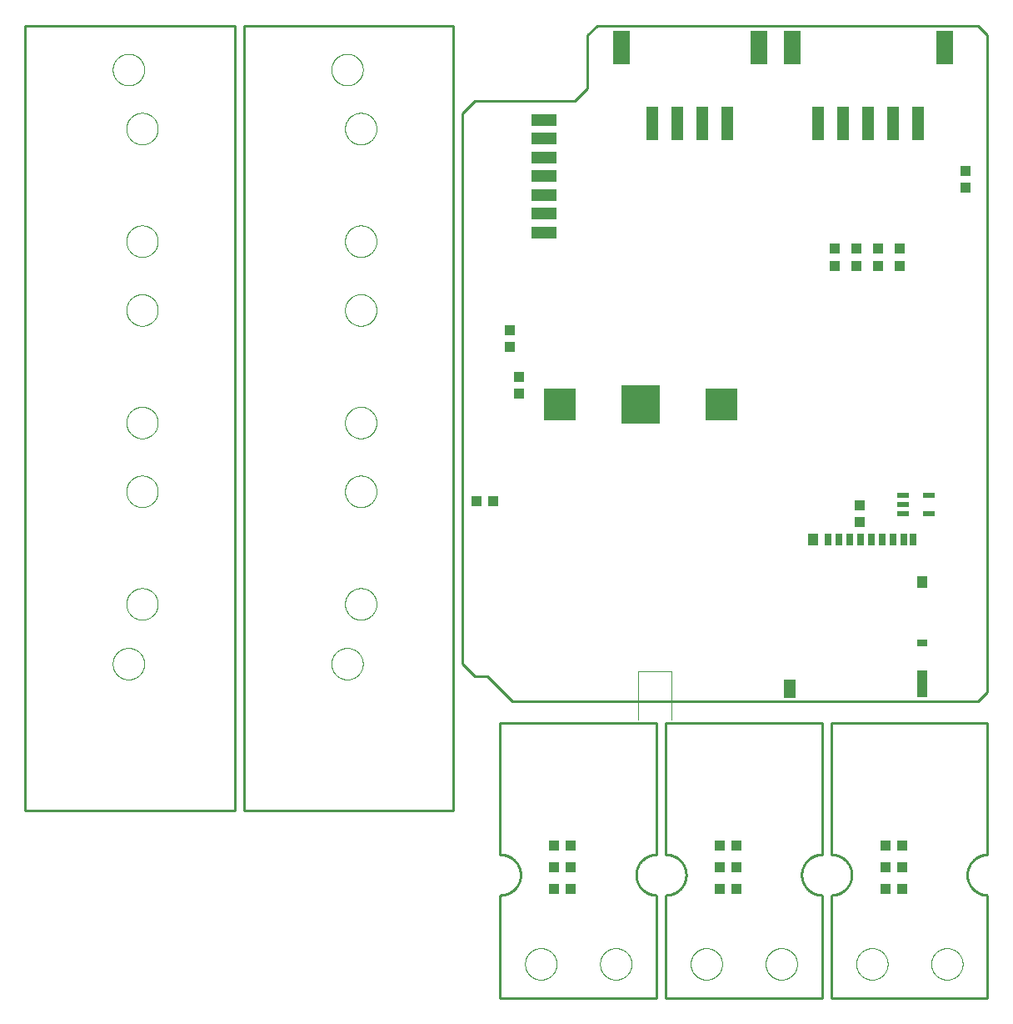
<source format=gbp>
G75*
%MOIN*%
%OFA0B0*%
%FSLAX25Y25*%
%IPPOS*%
%LPD*%
%AMOC8*
5,1,8,0,0,1.08239X$1,22.5*
%
%ADD10C,0.01000*%
%ADD11C,0.00000*%
%ADD12R,0.04331X0.03937*%
%ADD13R,0.03937X0.04331*%
%ADD14R,0.15354X0.15354*%
%ADD15R,0.12598X0.12598*%
%ADD16R,0.04724X0.02165*%
%ADD17R,0.02756X0.04724*%
%ADD18R,0.03937X0.04724*%
%ADD19R,0.03937X0.03150*%
%ADD20R,0.03937X0.11024*%
%ADD21R,0.05118X0.07480*%
%ADD22R,0.07087X0.13386*%
%ADD23R,0.05118X0.13780*%
%ADD24R,0.10000X0.05000*%
D10*
X0001500Y0076500D02*
X0001500Y0390250D01*
X0085250Y0390250D01*
X0085250Y0076500D01*
X0001500Y0076500D01*
X0089000Y0076500D02*
X0089000Y0390250D01*
X0172750Y0390250D01*
X0172750Y0076500D01*
X0089000Y0076500D01*
X0176500Y0135250D02*
X0181500Y0130250D01*
X0186500Y0130250D01*
X0196500Y0120250D01*
X0382750Y0120250D01*
X0386500Y0124000D01*
X0386500Y0386500D01*
X0382750Y0390250D01*
X0230250Y0390250D01*
X0226500Y0386500D01*
X0226500Y0365250D01*
X0221500Y0360250D01*
X0181500Y0360250D01*
X0176500Y0355250D01*
X0176500Y0135250D01*
X0191500Y0111500D02*
X0191500Y0059000D01*
X0191698Y0058998D01*
X0191896Y0058990D01*
X0192093Y0058978D01*
X0192290Y0058961D01*
X0192487Y0058940D01*
X0192683Y0058913D01*
X0192878Y0058882D01*
X0193073Y0058846D01*
X0193267Y0058806D01*
X0193459Y0058760D01*
X0193651Y0058710D01*
X0193841Y0058656D01*
X0194030Y0058596D01*
X0194217Y0058532D01*
X0194403Y0058464D01*
X0194586Y0058391D01*
X0194769Y0058314D01*
X0194949Y0058232D01*
X0195127Y0058146D01*
X0195303Y0058055D01*
X0195477Y0057960D01*
X0195648Y0057861D01*
X0195817Y0057758D01*
X0195983Y0057651D01*
X0196147Y0057540D01*
X0196308Y0057425D01*
X0196466Y0057306D01*
X0196621Y0057183D01*
X0196773Y0057057D01*
X0196922Y0056926D01*
X0197068Y0056792D01*
X0197210Y0056655D01*
X0197349Y0056514D01*
X0197485Y0056370D01*
X0197617Y0056223D01*
X0197745Y0056072D01*
X0197870Y0055919D01*
X0197991Y0055762D01*
X0198108Y0055603D01*
X0198221Y0055440D01*
X0198330Y0055275D01*
X0198435Y0055108D01*
X0198536Y0054938D01*
X0198633Y0054765D01*
X0198726Y0054590D01*
X0198814Y0054413D01*
X0198898Y0054234D01*
X0198978Y0054053D01*
X0199053Y0053870D01*
X0199124Y0053685D01*
X0199190Y0053498D01*
X0199251Y0053310D01*
X0199308Y0053121D01*
X0199361Y0052930D01*
X0199409Y0052738D01*
X0199452Y0052545D01*
X0199490Y0052351D01*
X0199523Y0052156D01*
X0199552Y0051960D01*
X0199576Y0051764D01*
X0199596Y0051567D01*
X0199610Y0051369D01*
X0199620Y0051172D01*
X0199624Y0050974D01*
X0199624Y0050776D01*
X0199620Y0050578D01*
X0199610Y0050381D01*
X0199596Y0050183D01*
X0199576Y0049986D01*
X0199552Y0049790D01*
X0199523Y0049594D01*
X0199490Y0049399D01*
X0199452Y0049205D01*
X0199409Y0049012D01*
X0199361Y0048820D01*
X0199308Y0048629D01*
X0199251Y0048440D01*
X0199190Y0048252D01*
X0199124Y0048065D01*
X0199053Y0047880D01*
X0198978Y0047697D01*
X0198898Y0047516D01*
X0198814Y0047337D01*
X0198726Y0047160D01*
X0198633Y0046985D01*
X0198536Y0046813D01*
X0198435Y0046642D01*
X0198330Y0046475D01*
X0198221Y0046310D01*
X0198108Y0046147D01*
X0197991Y0045988D01*
X0197870Y0045831D01*
X0197745Y0045678D01*
X0197617Y0045527D01*
X0197485Y0045380D01*
X0197349Y0045236D01*
X0197210Y0045095D01*
X0197068Y0044958D01*
X0196922Y0044824D01*
X0196773Y0044693D01*
X0196621Y0044567D01*
X0196466Y0044444D01*
X0196308Y0044325D01*
X0196147Y0044210D01*
X0195983Y0044099D01*
X0195817Y0043992D01*
X0195648Y0043889D01*
X0195477Y0043790D01*
X0195303Y0043695D01*
X0195127Y0043604D01*
X0194949Y0043518D01*
X0194769Y0043436D01*
X0194586Y0043359D01*
X0194403Y0043286D01*
X0194217Y0043218D01*
X0194030Y0043154D01*
X0193841Y0043094D01*
X0193651Y0043040D01*
X0193459Y0042990D01*
X0193267Y0042944D01*
X0193073Y0042904D01*
X0192878Y0042868D01*
X0192683Y0042837D01*
X0192487Y0042810D01*
X0192290Y0042789D01*
X0192093Y0042772D01*
X0191896Y0042760D01*
X0191698Y0042752D01*
X0191500Y0042750D01*
X0191500Y0001500D01*
X0254000Y0001500D01*
X0254000Y0042750D01*
X0257750Y0042750D02*
X0257750Y0001500D01*
X0320250Y0001500D01*
X0320250Y0042750D01*
X0324000Y0042750D02*
X0324000Y0001500D01*
X0386500Y0001500D01*
X0386500Y0042750D01*
X0386302Y0042752D01*
X0386104Y0042760D01*
X0385907Y0042772D01*
X0385710Y0042789D01*
X0385513Y0042810D01*
X0385317Y0042837D01*
X0385122Y0042868D01*
X0384927Y0042904D01*
X0384733Y0042944D01*
X0384541Y0042990D01*
X0384349Y0043040D01*
X0384159Y0043094D01*
X0383970Y0043154D01*
X0383783Y0043218D01*
X0383597Y0043286D01*
X0383414Y0043359D01*
X0383231Y0043436D01*
X0383051Y0043518D01*
X0382873Y0043604D01*
X0382697Y0043695D01*
X0382523Y0043790D01*
X0382352Y0043889D01*
X0382183Y0043992D01*
X0382017Y0044099D01*
X0381853Y0044210D01*
X0381692Y0044325D01*
X0381534Y0044444D01*
X0381379Y0044567D01*
X0381227Y0044693D01*
X0381078Y0044824D01*
X0380932Y0044958D01*
X0380790Y0045095D01*
X0380651Y0045236D01*
X0380515Y0045380D01*
X0380383Y0045527D01*
X0380255Y0045678D01*
X0380130Y0045831D01*
X0380009Y0045988D01*
X0379892Y0046147D01*
X0379779Y0046310D01*
X0379670Y0046475D01*
X0379565Y0046642D01*
X0379464Y0046812D01*
X0379367Y0046985D01*
X0379274Y0047160D01*
X0379186Y0047337D01*
X0379102Y0047516D01*
X0379022Y0047697D01*
X0378947Y0047880D01*
X0378876Y0048065D01*
X0378810Y0048252D01*
X0378749Y0048440D01*
X0378692Y0048629D01*
X0378639Y0048820D01*
X0378591Y0049012D01*
X0378548Y0049205D01*
X0378510Y0049399D01*
X0378477Y0049594D01*
X0378448Y0049790D01*
X0378424Y0049986D01*
X0378404Y0050183D01*
X0378390Y0050381D01*
X0378380Y0050578D01*
X0378376Y0050776D01*
X0378376Y0050974D01*
X0378380Y0051172D01*
X0378390Y0051369D01*
X0378404Y0051567D01*
X0378424Y0051764D01*
X0378448Y0051960D01*
X0378477Y0052156D01*
X0378510Y0052351D01*
X0378548Y0052545D01*
X0378591Y0052738D01*
X0378639Y0052930D01*
X0378692Y0053121D01*
X0378749Y0053310D01*
X0378810Y0053498D01*
X0378876Y0053685D01*
X0378947Y0053870D01*
X0379022Y0054053D01*
X0379102Y0054234D01*
X0379186Y0054413D01*
X0379274Y0054590D01*
X0379367Y0054765D01*
X0379464Y0054937D01*
X0379565Y0055108D01*
X0379670Y0055275D01*
X0379779Y0055440D01*
X0379892Y0055603D01*
X0380009Y0055762D01*
X0380130Y0055919D01*
X0380255Y0056072D01*
X0380383Y0056223D01*
X0380515Y0056370D01*
X0380651Y0056514D01*
X0380790Y0056655D01*
X0380932Y0056792D01*
X0381078Y0056926D01*
X0381227Y0057057D01*
X0381379Y0057183D01*
X0381534Y0057306D01*
X0381692Y0057425D01*
X0381853Y0057540D01*
X0382017Y0057651D01*
X0382183Y0057758D01*
X0382352Y0057861D01*
X0382523Y0057960D01*
X0382697Y0058055D01*
X0382873Y0058146D01*
X0383051Y0058232D01*
X0383231Y0058314D01*
X0383414Y0058391D01*
X0383597Y0058464D01*
X0383783Y0058532D01*
X0383970Y0058596D01*
X0384159Y0058656D01*
X0384349Y0058710D01*
X0384541Y0058760D01*
X0384733Y0058806D01*
X0384927Y0058846D01*
X0385122Y0058882D01*
X0385317Y0058913D01*
X0385513Y0058940D01*
X0385710Y0058961D01*
X0385907Y0058978D01*
X0386104Y0058990D01*
X0386302Y0058998D01*
X0386500Y0059000D01*
X0386500Y0111500D01*
X0324000Y0111500D01*
X0324000Y0059000D01*
X0320250Y0059000D02*
X0320250Y0111500D01*
X0257750Y0111500D01*
X0257750Y0059000D01*
X0254000Y0059000D02*
X0254000Y0111500D01*
X0191500Y0111500D01*
X0254000Y0059000D02*
X0253802Y0058998D01*
X0253604Y0058990D01*
X0253407Y0058978D01*
X0253210Y0058961D01*
X0253013Y0058940D01*
X0252817Y0058913D01*
X0252622Y0058882D01*
X0252427Y0058846D01*
X0252233Y0058806D01*
X0252041Y0058760D01*
X0251849Y0058710D01*
X0251659Y0058656D01*
X0251470Y0058596D01*
X0251283Y0058532D01*
X0251097Y0058464D01*
X0250914Y0058391D01*
X0250731Y0058314D01*
X0250551Y0058232D01*
X0250373Y0058146D01*
X0250197Y0058055D01*
X0250023Y0057960D01*
X0249852Y0057861D01*
X0249683Y0057758D01*
X0249517Y0057651D01*
X0249353Y0057540D01*
X0249192Y0057425D01*
X0249034Y0057306D01*
X0248879Y0057183D01*
X0248727Y0057057D01*
X0248578Y0056926D01*
X0248432Y0056792D01*
X0248290Y0056655D01*
X0248151Y0056514D01*
X0248015Y0056370D01*
X0247883Y0056223D01*
X0247755Y0056072D01*
X0247630Y0055919D01*
X0247509Y0055762D01*
X0247392Y0055603D01*
X0247279Y0055440D01*
X0247170Y0055275D01*
X0247065Y0055108D01*
X0246964Y0054937D01*
X0246867Y0054765D01*
X0246774Y0054590D01*
X0246686Y0054413D01*
X0246602Y0054234D01*
X0246522Y0054053D01*
X0246447Y0053870D01*
X0246376Y0053685D01*
X0246310Y0053498D01*
X0246249Y0053310D01*
X0246192Y0053121D01*
X0246139Y0052930D01*
X0246091Y0052738D01*
X0246048Y0052545D01*
X0246010Y0052351D01*
X0245977Y0052156D01*
X0245948Y0051960D01*
X0245924Y0051764D01*
X0245904Y0051567D01*
X0245890Y0051369D01*
X0245880Y0051172D01*
X0245876Y0050974D01*
X0245876Y0050776D01*
X0245880Y0050578D01*
X0245890Y0050381D01*
X0245904Y0050183D01*
X0245924Y0049986D01*
X0245948Y0049790D01*
X0245977Y0049594D01*
X0246010Y0049399D01*
X0246048Y0049205D01*
X0246091Y0049012D01*
X0246139Y0048820D01*
X0246192Y0048629D01*
X0246249Y0048440D01*
X0246310Y0048252D01*
X0246376Y0048065D01*
X0246447Y0047880D01*
X0246522Y0047697D01*
X0246602Y0047516D01*
X0246686Y0047337D01*
X0246774Y0047160D01*
X0246867Y0046985D01*
X0246964Y0046812D01*
X0247065Y0046642D01*
X0247170Y0046475D01*
X0247279Y0046310D01*
X0247392Y0046147D01*
X0247509Y0045988D01*
X0247630Y0045831D01*
X0247755Y0045678D01*
X0247883Y0045527D01*
X0248015Y0045380D01*
X0248151Y0045236D01*
X0248290Y0045095D01*
X0248432Y0044958D01*
X0248578Y0044824D01*
X0248727Y0044693D01*
X0248879Y0044567D01*
X0249034Y0044444D01*
X0249192Y0044325D01*
X0249353Y0044210D01*
X0249517Y0044099D01*
X0249683Y0043992D01*
X0249852Y0043889D01*
X0250023Y0043790D01*
X0250197Y0043695D01*
X0250373Y0043604D01*
X0250551Y0043518D01*
X0250731Y0043436D01*
X0250914Y0043359D01*
X0251097Y0043286D01*
X0251283Y0043218D01*
X0251470Y0043154D01*
X0251659Y0043094D01*
X0251849Y0043040D01*
X0252041Y0042990D01*
X0252233Y0042944D01*
X0252427Y0042904D01*
X0252622Y0042868D01*
X0252817Y0042837D01*
X0253013Y0042810D01*
X0253210Y0042789D01*
X0253407Y0042772D01*
X0253604Y0042760D01*
X0253802Y0042752D01*
X0254000Y0042750D01*
X0257750Y0042750D02*
X0257948Y0042752D01*
X0258146Y0042760D01*
X0258343Y0042772D01*
X0258540Y0042789D01*
X0258737Y0042810D01*
X0258933Y0042837D01*
X0259128Y0042868D01*
X0259323Y0042904D01*
X0259517Y0042944D01*
X0259709Y0042990D01*
X0259901Y0043040D01*
X0260091Y0043094D01*
X0260280Y0043154D01*
X0260467Y0043218D01*
X0260653Y0043286D01*
X0260836Y0043359D01*
X0261019Y0043436D01*
X0261199Y0043518D01*
X0261377Y0043604D01*
X0261553Y0043695D01*
X0261727Y0043790D01*
X0261898Y0043889D01*
X0262067Y0043992D01*
X0262233Y0044099D01*
X0262397Y0044210D01*
X0262558Y0044325D01*
X0262716Y0044444D01*
X0262871Y0044567D01*
X0263023Y0044693D01*
X0263172Y0044824D01*
X0263318Y0044958D01*
X0263460Y0045095D01*
X0263599Y0045236D01*
X0263735Y0045380D01*
X0263867Y0045527D01*
X0263995Y0045678D01*
X0264120Y0045831D01*
X0264241Y0045988D01*
X0264358Y0046147D01*
X0264471Y0046310D01*
X0264580Y0046475D01*
X0264685Y0046642D01*
X0264786Y0046813D01*
X0264883Y0046985D01*
X0264976Y0047160D01*
X0265064Y0047337D01*
X0265148Y0047516D01*
X0265228Y0047697D01*
X0265303Y0047880D01*
X0265374Y0048065D01*
X0265440Y0048252D01*
X0265501Y0048440D01*
X0265558Y0048629D01*
X0265611Y0048820D01*
X0265659Y0049012D01*
X0265702Y0049205D01*
X0265740Y0049399D01*
X0265773Y0049594D01*
X0265802Y0049790D01*
X0265826Y0049986D01*
X0265846Y0050183D01*
X0265860Y0050381D01*
X0265870Y0050578D01*
X0265874Y0050776D01*
X0265874Y0050974D01*
X0265870Y0051172D01*
X0265860Y0051369D01*
X0265846Y0051567D01*
X0265826Y0051764D01*
X0265802Y0051960D01*
X0265773Y0052156D01*
X0265740Y0052351D01*
X0265702Y0052545D01*
X0265659Y0052738D01*
X0265611Y0052930D01*
X0265558Y0053121D01*
X0265501Y0053310D01*
X0265440Y0053498D01*
X0265374Y0053685D01*
X0265303Y0053870D01*
X0265228Y0054053D01*
X0265148Y0054234D01*
X0265064Y0054413D01*
X0264976Y0054590D01*
X0264883Y0054765D01*
X0264786Y0054938D01*
X0264685Y0055108D01*
X0264580Y0055275D01*
X0264471Y0055440D01*
X0264358Y0055603D01*
X0264241Y0055762D01*
X0264120Y0055919D01*
X0263995Y0056072D01*
X0263867Y0056223D01*
X0263735Y0056370D01*
X0263599Y0056514D01*
X0263460Y0056655D01*
X0263318Y0056792D01*
X0263172Y0056926D01*
X0263023Y0057057D01*
X0262871Y0057183D01*
X0262716Y0057306D01*
X0262558Y0057425D01*
X0262397Y0057540D01*
X0262233Y0057651D01*
X0262067Y0057758D01*
X0261898Y0057861D01*
X0261727Y0057960D01*
X0261553Y0058055D01*
X0261377Y0058146D01*
X0261199Y0058232D01*
X0261019Y0058314D01*
X0260836Y0058391D01*
X0260653Y0058464D01*
X0260467Y0058532D01*
X0260280Y0058596D01*
X0260091Y0058656D01*
X0259901Y0058710D01*
X0259709Y0058760D01*
X0259517Y0058806D01*
X0259323Y0058846D01*
X0259128Y0058882D01*
X0258933Y0058913D01*
X0258737Y0058940D01*
X0258540Y0058961D01*
X0258343Y0058978D01*
X0258146Y0058990D01*
X0257948Y0058998D01*
X0257750Y0059000D01*
X0320250Y0059000D02*
X0320052Y0058998D01*
X0319854Y0058990D01*
X0319657Y0058978D01*
X0319460Y0058961D01*
X0319263Y0058940D01*
X0319067Y0058913D01*
X0318872Y0058882D01*
X0318677Y0058846D01*
X0318483Y0058806D01*
X0318291Y0058760D01*
X0318099Y0058710D01*
X0317909Y0058656D01*
X0317720Y0058596D01*
X0317533Y0058532D01*
X0317347Y0058464D01*
X0317164Y0058391D01*
X0316981Y0058314D01*
X0316801Y0058232D01*
X0316623Y0058146D01*
X0316447Y0058055D01*
X0316273Y0057960D01*
X0316102Y0057861D01*
X0315933Y0057758D01*
X0315767Y0057651D01*
X0315603Y0057540D01*
X0315442Y0057425D01*
X0315284Y0057306D01*
X0315129Y0057183D01*
X0314977Y0057057D01*
X0314828Y0056926D01*
X0314682Y0056792D01*
X0314540Y0056655D01*
X0314401Y0056514D01*
X0314265Y0056370D01*
X0314133Y0056223D01*
X0314005Y0056072D01*
X0313880Y0055919D01*
X0313759Y0055762D01*
X0313642Y0055603D01*
X0313529Y0055440D01*
X0313420Y0055275D01*
X0313315Y0055108D01*
X0313214Y0054937D01*
X0313117Y0054765D01*
X0313024Y0054590D01*
X0312936Y0054413D01*
X0312852Y0054234D01*
X0312772Y0054053D01*
X0312697Y0053870D01*
X0312626Y0053685D01*
X0312560Y0053498D01*
X0312499Y0053310D01*
X0312442Y0053121D01*
X0312389Y0052930D01*
X0312341Y0052738D01*
X0312298Y0052545D01*
X0312260Y0052351D01*
X0312227Y0052156D01*
X0312198Y0051960D01*
X0312174Y0051764D01*
X0312154Y0051567D01*
X0312140Y0051369D01*
X0312130Y0051172D01*
X0312126Y0050974D01*
X0312126Y0050776D01*
X0312130Y0050578D01*
X0312140Y0050381D01*
X0312154Y0050183D01*
X0312174Y0049986D01*
X0312198Y0049790D01*
X0312227Y0049594D01*
X0312260Y0049399D01*
X0312298Y0049205D01*
X0312341Y0049012D01*
X0312389Y0048820D01*
X0312442Y0048629D01*
X0312499Y0048440D01*
X0312560Y0048252D01*
X0312626Y0048065D01*
X0312697Y0047880D01*
X0312772Y0047697D01*
X0312852Y0047516D01*
X0312936Y0047337D01*
X0313024Y0047160D01*
X0313117Y0046985D01*
X0313214Y0046812D01*
X0313315Y0046642D01*
X0313420Y0046475D01*
X0313529Y0046310D01*
X0313642Y0046147D01*
X0313759Y0045988D01*
X0313880Y0045831D01*
X0314005Y0045678D01*
X0314133Y0045527D01*
X0314265Y0045380D01*
X0314401Y0045236D01*
X0314540Y0045095D01*
X0314682Y0044958D01*
X0314828Y0044824D01*
X0314977Y0044693D01*
X0315129Y0044567D01*
X0315284Y0044444D01*
X0315442Y0044325D01*
X0315603Y0044210D01*
X0315767Y0044099D01*
X0315933Y0043992D01*
X0316102Y0043889D01*
X0316273Y0043790D01*
X0316447Y0043695D01*
X0316623Y0043604D01*
X0316801Y0043518D01*
X0316981Y0043436D01*
X0317164Y0043359D01*
X0317347Y0043286D01*
X0317533Y0043218D01*
X0317720Y0043154D01*
X0317909Y0043094D01*
X0318099Y0043040D01*
X0318291Y0042990D01*
X0318483Y0042944D01*
X0318677Y0042904D01*
X0318872Y0042868D01*
X0319067Y0042837D01*
X0319263Y0042810D01*
X0319460Y0042789D01*
X0319657Y0042772D01*
X0319854Y0042760D01*
X0320052Y0042752D01*
X0320250Y0042750D01*
X0324000Y0042750D02*
X0324198Y0042752D01*
X0324396Y0042760D01*
X0324593Y0042772D01*
X0324790Y0042789D01*
X0324987Y0042810D01*
X0325183Y0042837D01*
X0325378Y0042868D01*
X0325573Y0042904D01*
X0325767Y0042944D01*
X0325959Y0042990D01*
X0326151Y0043040D01*
X0326341Y0043094D01*
X0326530Y0043154D01*
X0326717Y0043218D01*
X0326903Y0043286D01*
X0327086Y0043359D01*
X0327269Y0043436D01*
X0327449Y0043518D01*
X0327627Y0043604D01*
X0327803Y0043695D01*
X0327977Y0043790D01*
X0328148Y0043889D01*
X0328317Y0043992D01*
X0328483Y0044099D01*
X0328647Y0044210D01*
X0328808Y0044325D01*
X0328966Y0044444D01*
X0329121Y0044567D01*
X0329273Y0044693D01*
X0329422Y0044824D01*
X0329568Y0044958D01*
X0329710Y0045095D01*
X0329849Y0045236D01*
X0329985Y0045380D01*
X0330117Y0045527D01*
X0330245Y0045678D01*
X0330370Y0045831D01*
X0330491Y0045988D01*
X0330608Y0046147D01*
X0330721Y0046310D01*
X0330830Y0046475D01*
X0330935Y0046642D01*
X0331036Y0046813D01*
X0331133Y0046985D01*
X0331226Y0047160D01*
X0331314Y0047337D01*
X0331398Y0047516D01*
X0331478Y0047697D01*
X0331553Y0047880D01*
X0331624Y0048065D01*
X0331690Y0048252D01*
X0331751Y0048440D01*
X0331808Y0048629D01*
X0331861Y0048820D01*
X0331909Y0049012D01*
X0331952Y0049205D01*
X0331990Y0049399D01*
X0332023Y0049594D01*
X0332052Y0049790D01*
X0332076Y0049986D01*
X0332096Y0050183D01*
X0332110Y0050381D01*
X0332120Y0050578D01*
X0332124Y0050776D01*
X0332124Y0050974D01*
X0332120Y0051172D01*
X0332110Y0051369D01*
X0332096Y0051567D01*
X0332076Y0051764D01*
X0332052Y0051960D01*
X0332023Y0052156D01*
X0331990Y0052351D01*
X0331952Y0052545D01*
X0331909Y0052738D01*
X0331861Y0052930D01*
X0331808Y0053121D01*
X0331751Y0053310D01*
X0331690Y0053498D01*
X0331624Y0053685D01*
X0331553Y0053870D01*
X0331478Y0054053D01*
X0331398Y0054234D01*
X0331314Y0054413D01*
X0331226Y0054590D01*
X0331133Y0054765D01*
X0331036Y0054938D01*
X0330935Y0055108D01*
X0330830Y0055275D01*
X0330721Y0055440D01*
X0330608Y0055603D01*
X0330491Y0055762D01*
X0330370Y0055919D01*
X0330245Y0056072D01*
X0330117Y0056223D01*
X0329985Y0056370D01*
X0329849Y0056514D01*
X0329710Y0056655D01*
X0329568Y0056792D01*
X0329422Y0056926D01*
X0329273Y0057057D01*
X0329121Y0057183D01*
X0328966Y0057306D01*
X0328808Y0057425D01*
X0328647Y0057540D01*
X0328483Y0057651D01*
X0328317Y0057758D01*
X0328148Y0057861D01*
X0327977Y0057960D01*
X0327803Y0058055D01*
X0327627Y0058146D01*
X0327449Y0058232D01*
X0327269Y0058314D01*
X0327086Y0058391D01*
X0326903Y0058464D01*
X0326717Y0058532D01*
X0326530Y0058596D01*
X0326341Y0058656D01*
X0326151Y0058710D01*
X0325959Y0058760D01*
X0325767Y0058806D01*
X0325573Y0058846D01*
X0325378Y0058882D01*
X0325183Y0058913D01*
X0324987Y0058940D01*
X0324790Y0058961D01*
X0324593Y0058978D01*
X0324396Y0058990D01*
X0324198Y0058998D01*
X0324000Y0059000D01*
D11*
X0333951Y0015250D02*
X0333953Y0015408D01*
X0333959Y0015566D01*
X0333969Y0015724D01*
X0333983Y0015882D01*
X0334001Y0016039D01*
X0334022Y0016196D01*
X0334048Y0016352D01*
X0334078Y0016508D01*
X0334111Y0016663D01*
X0334149Y0016816D01*
X0334190Y0016969D01*
X0334235Y0017121D01*
X0334284Y0017272D01*
X0334337Y0017421D01*
X0334393Y0017569D01*
X0334453Y0017715D01*
X0334517Y0017860D01*
X0334585Y0018003D01*
X0334656Y0018145D01*
X0334730Y0018285D01*
X0334808Y0018422D01*
X0334890Y0018558D01*
X0334974Y0018692D01*
X0335063Y0018823D01*
X0335154Y0018952D01*
X0335249Y0019079D01*
X0335346Y0019204D01*
X0335447Y0019326D01*
X0335551Y0019445D01*
X0335658Y0019562D01*
X0335768Y0019676D01*
X0335881Y0019787D01*
X0335996Y0019896D01*
X0336114Y0020001D01*
X0336235Y0020103D01*
X0336358Y0020203D01*
X0336484Y0020299D01*
X0336612Y0020392D01*
X0336742Y0020482D01*
X0336875Y0020568D01*
X0337010Y0020652D01*
X0337146Y0020731D01*
X0337285Y0020808D01*
X0337426Y0020880D01*
X0337568Y0020950D01*
X0337712Y0021015D01*
X0337858Y0021077D01*
X0338005Y0021135D01*
X0338154Y0021190D01*
X0338304Y0021241D01*
X0338455Y0021288D01*
X0338607Y0021331D01*
X0338760Y0021370D01*
X0338915Y0021406D01*
X0339070Y0021437D01*
X0339226Y0021465D01*
X0339382Y0021489D01*
X0339539Y0021509D01*
X0339697Y0021525D01*
X0339854Y0021537D01*
X0340013Y0021545D01*
X0340171Y0021549D01*
X0340329Y0021549D01*
X0340487Y0021545D01*
X0340646Y0021537D01*
X0340803Y0021525D01*
X0340961Y0021509D01*
X0341118Y0021489D01*
X0341274Y0021465D01*
X0341430Y0021437D01*
X0341585Y0021406D01*
X0341740Y0021370D01*
X0341893Y0021331D01*
X0342045Y0021288D01*
X0342196Y0021241D01*
X0342346Y0021190D01*
X0342495Y0021135D01*
X0342642Y0021077D01*
X0342788Y0021015D01*
X0342932Y0020950D01*
X0343074Y0020880D01*
X0343215Y0020808D01*
X0343354Y0020731D01*
X0343490Y0020652D01*
X0343625Y0020568D01*
X0343758Y0020482D01*
X0343888Y0020392D01*
X0344016Y0020299D01*
X0344142Y0020203D01*
X0344265Y0020103D01*
X0344386Y0020001D01*
X0344504Y0019896D01*
X0344619Y0019787D01*
X0344732Y0019676D01*
X0344842Y0019562D01*
X0344949Y0019445D01*
X0345053Y0019326D01*
X0345154Y0019204D01*
X0345251Y0019079D01*
X0345346Y0018952D01*
X0345437Y0018823D01*
X0345526Y0018692D01*
X0345610Y0018558D01*
X0345692Y0018422D01*
X0345770Y0018285D01*
X0345844Y0018145D01*
X0345915Y0018003D01*
X0345983Y0017860D01*
X0346047Y0017715D01*
X0346107Y0017569D01*
X0346163Y0017421D01*
X0346216Y0017272D01*
X0346265Y0017121D01*
X0346310Y0016969D01*
X0346351Y0016816D01*
X0346389Y0016663D01*
X0346422Y0016508D01*
X0346452Y0016352D01*
X0346478Y0016196D01*
X0346499Y0016039D01*
X0346517Y0015882D01*
X0346531Y0015724D01*
X0346541Y0015566D01*
X0346547Y0015408D01*
X0346549Y0015250D01*
X0346547Y0015092D01*
X0346541Y0014934D01*
X0346531Y0014776D01*
X0346517Y0014618D01*
X0346499Y0014461D01*
X0346478Y0014304D01*
X0346452Y0014148D01*
X0346422Y0013992D01*
X0346389Y0013837D01*
X0346351Y0013684D01*
X0346310Y0013531D01*
X0346265Y0013379D01*
X0346216Y0013228D01*
X0346163Y0013079D01*
X0346107Y0012931D01*
X0346047Y0012785D01*
X0345983Y0012640D01*
X0345915Y0012497D01*
X0345844Y0012355D01*
X0345770Y0012215D01*
X0345692Y0012078D01*
X0345610Y0011942D01*
X0345526Y0011808D01*
X0345437Y0011677D01*
X0345346Y0011548D01*
X0345251Y0011421D01*
X0345154Y0011296D01*
X0345053Y0011174D01*
X0344949Y0011055D01*
X0344842Y0010938D01*
X0344732Y0010824D01*
X0344619Y0010713D01*
X0344504Y0010604D01*
X0344386Y0010499D01*
X0344265Y0010397D01*
X0344142Y0010297D01*
X0344016Y0010201D01*
X0343888Y0010108D01*
X0343758Y0010018D01*
X0343625Y0009932D01*
X0343490Y0009848D01*
X0343354Y0009769D01*
X0343215Y0009692D01*
X0343074Y0009620D01*
X0342932Y0009550D01*
X0342788Y0009485D01*
X0342642Y0009423D01*
X0342495Y0009365D01*
X0342346Y0009310D01*
X0342196Y0009259D01*
X0342045Y0009212D01*
X0341893Y0009169D01*
X0341740Y0009130D01*
X0341585Y0009094D01*
X0341430Y0009063D01*
X0341274Y0009035D01*
X0341118Y0009011D01*
X0340961Y0008991D01*
X0340803Y0008975D01*
X0340646Y0008963D01*
X0340487Y0008955D01*
X0340329Y0008951D01*
X0340171Y0008951D01*
X0340013Y0008955D01*
X0339854Y0008963D01*
X0339697Y0008975D01*
X0339539Y0008991D01*
X0339382Y0009011D01*
X0339226Y0009035D01*
X0339070Y0009063D01*
X0338915Y0009094D01*
X0338760Y0009130D01*
X0338607Y0009169D01*
X0338455Y0009212D01*
X0338304Y0009259D01*
X0338154Y0009310D01*
X0338005Y0009365D01*
X0337858Y0009423D01*
X0337712Y0009485D01*
X0337568Y0009550D01*
X0337426Y0009620D01*
X0337285Y0009692D01*
X0337146Y0009769D01*
X0337010Y0009848D01*
X0336875Y0009932D01*
X0336742Y0010018D01*
X0336612Y0010108D01*
X0336484Y0010201D01*
X0336358Y0010297D01*
X0336235Y0010397D01*
X0336114Y0010499D01*
X0335996Y0010604D01*
X0335881Y0010713D01*
X0335768Y0010824D01*
X0335658Y0010938D01*
X0335551Y0011055D01*
X0335447Y0011174D01*
X0335346Y0011296D01*
X0335249Y0011421D01*
X0335154Y0011548D01*
X0335063Y0011677D01*
X0334974Y0011808D01*
X0334890Y0011942D01*
X0334808Y0012078D01*
X0334730Y0012215D01*
X0334656Y0012355D01*
X0334585Y0012497D01*
X0334517Y0012640D01*
X0334453Y0012785D01*
X0334393Y0012931D01*
X0334337Y0013079D01*
X0334284Y0013228D01*
X0334235Y0013379D01*
X0334190Y0013531D01*
X0334149Y0013684D01*
X0334111Y0013837D01*
X0334078Y0013992D01*
X0334048Y0014148D01*
X0334022Y0014304D01*
X0334001Y0014461D01*
X0333983Y0014618D01*
X0333969Y0014776D01*
X0333959Y0014934D01*
X0333953Y0015092D01*
X0333951Y0015250D01*
X0297701Y0015250D02*
X0297703Y0015408D01*
X0297709Y0015566D01*
X0297719Y0015724D01*
X0297733Y0015882D01*
X0297751Y0016039D01*
X0297772Y0016196D01*
X0297798Y0016352D01*
X0297828Y0016508D01*
X0297861Y0016663D01*
X0297899Y0016816D01*
X0297940Y0016969D01*
X0297985Y0017121D01*
X0298034Y0017272D01*
X0298087Y0017421D01*
X0298143Y0017569D01*
X0298203Y0017715D01*
X0298267Y0017860D01*
X0298335Y0018003D01*
X0298406Y0018145D01*
X0298480Y0018285D01*
X0298558Y0018422D01*
X0298640Y0018558D01*
X0298724Y0018692D01*
X0298813Y0018823D01*
X0298904Y0018952D01*
X0298999Y0019079D01*
X0299096Y0019204D01*
X0299197Y0019326D01*
X0299301Y0019445D01*
X0299408Y0019562D01*
X0299518Y0019676D01*
X0299631Y0019787D01*
X0299746Y0019896D01*
X0299864Y0020001D01*
X0299985Y0020103D01*
X0300108Y0020203D01*
X0300234Y0020299D01*
X0300362Y0020392D01*
X0300492Y0020482D01*
X0300625Y0020568D01*
X0300760Y0020652D01*
X0300896Y0020731D01*
X0301035Y0020808D01*
X0301176Y0020880D01*
X0301318Y0020950D01*
X0301462Y0021015D01*
X0301608Y0021077D01*
X0301755Y0021135D01*
X0301904Y0021190D01*
X0302054Y0021241D01*
X0302205Y0021288D01*
X0302357Y0021331D01*
X0302510Y0021370D01*
X0302665Y0021406D01*
X0302820Y0021437D01*
X0302976Y0021465D01*
X0303132Y0021489D01*
X0303289Y0021509D01*
X0303447Y0021525D01*
X0303604Y0021537D01*
X0303763Y0021545D01*
X0303921Y0021549D01*
X0304079Y0021549D01*
X0304237Y0021545D01*
X0304396Y0021537D01*
X0304553Y0021525D01*
X0304711Y0021509D01*
X0304868Y0021489D01*
X0305024Y0021465D01*
X0305180Y0021437D01*
X0305335Y0021406D01*
X0305490Y0021370D01*
X0305643Y0021331D01*
X0305795Y0021288D01*
X0305946Y0021241D01*
X0306096Y0021190D01*
X0306245Y0021135D01*
X0306392Y0021077D01*
X0306538Y0021015D01*
X0306682Y0020950D01*
X0306824Y0020880D01*
X0306965Y0020808D01*
X0307104Y0020731D01*
X0307240Y0020652D01*
X0307375Y0020568D01*
X0307508Y0020482D01*
X0307638Y0020392D01*
X0307766Y0020299D01*
X0307892Y0020203D01*
X0308015Y0020103D01*
X0308136Y0020001D01*
X0308254Y0019896D01*
X0308369Y0019787D01*
X0308482Y0019676D01*
X0308592Y0019562D01*
X0308699Y0019445D01*
X0308803Y0019326D01*
X0308904Y0019204D01*
X0309001Y0019079D01*
X0309096Y0018952D01*
X0309187Y0018823D01*
X0309276Y0018692D01*
X0309360Y0018558D01*
X0309442Y0018422D01*
X0309520Y0018285D01*
X0309594Y0018145D01*
X0309665Y0018003D01*
X0309733Y0017860D01*
X0309797Y0017715D01*
X0309857Y0017569D01*
X0309913Y0017421D01*
X0309966Y0017272D01*
X0310015Y0017121D01*
X0310060Y0016969D01*
X0310101Y0016816D01*
X0310139Y0016663D01*
X0310172Y0016508D01*
X0310202Y0016352D01*
X0310228Y0016196D01*
X0310249Y0016039D01*
X0310267Y0015882D01*
X0310281Y0015724D01*
X0310291Y0015566D01*
X0310297Y0015408D01*
X0310299Y0015250D01*
X0310297Y0015092D01*
X0310291Y0014934D01*
X0310281Y0014776D01*
X0310267Y0014618D01*
X0310249Y0014461D01*
X0310228Y0014304D01*
X0310202Y0014148D01*
X0310172Y0013992D01*
X0310139Y0013837D01*
X0310101Y0013684D01*
X0310060Y0013531D01*
X0310015Y0013379D01*
X0309966Y0013228D01*
X0309913Y0013079D01*
X0309857Y0012931D01*
X0309797Y0012785D01*
X0309733Y0012640D01*
X0309665Y0012497D01*
X0309594Y0012355D01*
X0309520Y0012215D01*
X0309442Y0012078D01*
X0309360Y0011942D01*
X0309276Y0011808D01*
X0309187Y0011677D01*
X0309096Y0011548D01*
X0309001Y0011421D01*
X0308904Y0011296D01*
X0308803Y0011174D01*
X0308699Y0011055D01*
X0308592Y0010938D01*
X0308482Y0010824D01*
X0308369Y0010713D01*
X0308254Y0010604D01*
X0308136Y0010499D01*
X0308015Y0010397D01*
X0307892Y0010297D01*
X0307766Y0010201D01*
X0307638Y0010108D01*
X0307508Y0010018D01*
X0307375Y0009932D01*
X0307240Y0009848D01*
X0307104Y0009769D01*
X0306965Y0009692D01*
X0306824Y0009620D01*
X0306682Y0009550D01*
X0306538Y0009485D01*
X0306392Y0009423D01*
X0306245Y0009365D01*
X0306096Y0009310D01*
X0305946Y0009259D01*
X0305795Y0009212D01*
X0305643Y0009169D01*
X0305490Y0009130D01*
X0305335Y0009094D01*
X0305180Y0009063D01*
X0305024Y0009035D01*
X0304868Y0009011D01*
X0304711Y0008991D01*
X0304553Y0008975D01*
X0304396Y0008963D01*
X0304237Y0008955D01*
X0304079Y0008951D01*
X0303921Y0008951D01*
X0303763Y0008955D01*
X0303604Y0008963D01*
X0303447Y0008975D01*
X0303289Y0008991D01*
X0303132Y0009011D01*
X0302976Y0009035D01*
X0302820Y0009063D01*
X0302665Y0009094D01*
X0302510Y0009130D01*
X0302357Y0009169D01*
X0302205Y0009212D01*
X0302054Y0009259D01*
X0301904Y0009310D01*
X0301755Y0009365D01*
X0301608Y0009423D01*
X0301462Y0009485D01*
X0301318Y0009550D01*
X0301176Y0009620D01*
X0301035Y0009692D01*
X0300896Y0009769D01*
X0300760Y0009848D01*
X0300625Y0009932D01*
X0300492Y0010018D01*
X0300362Y0010108D01*
X0300234Y0010201D01*
X0300108Y0010297D01*
X0299985Y0010397D01*
X0299864Y0010499D01*
X0299746Y0010604D01*
X0299631Y0010713D01*
X0299518Y0010824D01*
X0299408Y0010938D01*
X0299301Y0011055D01*
X0299197Y0011174D01*
X0299096Y0011296D01*
X0298999Y0011421D01*
X0298904Y0011548D01*
X0298813Y0011677D01*
X0298724Y0011808D01*
X0298640Y0011942D01*
X0298558Y0012078D01*
X0298480Y0012215D01*
X0298406Y0012355D01*
X0298335Y0012497D01*
X0298267Y0012640D01*
X0298203Y0012785D01*
X0298143Y0012931D01*
X0298087Y0013079D01*
X0298034Y0013228D01*
X0297985Y0013379D01*
X0297940Y0013531D01*
X0297899Y0013684D01*
X0297861Y0013837D01*
X0297828Y0013992D01*
X0297798Y0014148D01*
X0297772Y0014304D01*
X0297751Y0014461D01*
X0297733Y0014618D01*
X0297719Y0014776D01*
X0297709Y0014934D01*
X0297703Y0015092D01*
X0297701Y0015250D01*
X0267701Y0015250D02*
X0267703Y0015408D01*
X0267709Y0015566D01*
X0267719Y0015724D01*
X0267733Y0015882D01*
X0267751Y0016039D01*
X0267772Y0016196D01*
X0267798Y0016352D01*
X0267828Y0016508D01*
X0267861Y0016663D01*
X0267899Y0016816D01*
X0267940Y0016969D01*
X0267985Y0017121D01*
X0268034Y0017272D01*
X0268087Y0017421D01*
X0268143Y0017569D01*
X0268203Y0017715D01*
X0268267Y0017860D01*
X0268335Y0018003D01*
X0268406Y0018145D01*
X0268480Y0018285D01*
X0268558Y0018422D01*
X0268640Y0018558D01*
X0268724Y0018692D01*
X0268813Y0018823D01*
X0268904Y0018952D01*
X0268999Y0019079D01*
X0269096Y0019204D01*
X0269197Y0019326D01*
X0269301Y0019445D01*
X0269408Y0019562D01*
X0269518Y0019676D01*
X0269631Y0019787D01*
X0269746Y0019896D01*
X0269864Y0020001D01*
X0269985Y0020103D01*
X0270108Y0020203D01*
X0270234Y0020299D01*
X0270362Y0020392D01*
X0270492Y0020482D01*
X0270625Y0020568D01*
X0270760Y0020652D01*
X0270896Y0020731D01*
X0271035Y0020808D01*
X0271176Y0020880D01*
X0271318Y0020950D01*
X0271462Y0021015D01*
X0271608Y0021077D01*
X0271755Y0021135D01*
X0271904Y0021190D01*
X0272054Y0021241D01*
X0272205Y0021288D01*
X0272357Y0021331D01*
X0272510Y0021370D01*
X0272665Y0021406D01*
X0272820Y0021437D01*
X0272976Y0021465D01*
X0273132Y0021489D01*
X0273289Y0021509D01*
X0273447Y0021525D01*
X0273604Y0021537D01*
X0273763Y0021545D01*
X0273921Y0021549D01*
X0274079Y0021549D01*
X0274237Y0021545D01*
X0274396Y0021537D01*
X0274553Y0021525D01*
X0274711Y0021509D01*
X0274868Y0021489D01*
X0275024Y0021465D01*
X0275180Y0021437D01*
X0275335Y0021406D01*
X0275490Y0021370D01*
X0275643Y0021331D01*
X0275795Y0021288D01*
X0275946Y0021241D01*
X0276096Y0021190D01*
X0276245Y0021135D01*
X0276392Y0021077D01*
X0276538Y0021015D01*
X0276682Y0020950D01*
X0276824Y0020880D01*
X0276965Y0020808D01*
X0277104Y0020731D01*
X0277240Y0020652D01*
X0277375Y0020568D01*
X0277508Y0020482D01*
X0277638Y0020392D01*
X0277766Y0020299D01*
X0277892Y0020203D01*
X0278015Y0020103D01*
X0278136Y0020001D01*
X0278254Y0019896D01*
X0278369Y0019787D01*
X0278482Y0019676D01*
X0278592Y0019562D01*
X0278699Y0019445D01*
X0278803Y0019326D01*
X0278904Y0019204D01*
X0279001Y0019079D01*
X0279096Y0018952D01*
X0279187Y0018823D01*
X0279276Y0018692D01*
X0279360Y0018558D01*
X0279442Y0018422D01*
X0279520Y0018285D01*
X0279594Y0018145D01*
X0279665Y0018003D01*
X0279733Y0017860D01*
X0279797Y0017715D01*
X0279857Y0017569D01*
X0279913Y0017421D01*
X0279966Y0017272D01*
X0280015Y0017121D01*
X0280060Y0016969D01*
X0280101Y0016816D01*
X0280139Y0016663D01*
X0280172Y0016508D01*
X0280202Y0016352D01*
X0280228Y0016196D01*
X0280249Y0016039D01*
X0280267Y0015882D01*
X0280281Y0015724D01*
X0280291Y0015566D01*
X0280297Y0015408D01*
X0280299Y0015250D01*
X0280297Y0015092D01*
X0280291Y0014934D01*
X0280281Y0014776D01*
X0280267Y0014618D01*
X0280249Y0014461D01*
X0280228Y0014304D01*
X0280202Y0014148D01*
X0280172Y0013992D01*
X0280139Y0013837D01*
X0280101Y0013684D01*
X0280060Y0013531D01*
X0280015Y0013379D01*
X0279966Y0013228D01*
X0279913Y0013079D01*
X0279857Y0012931D01*
X0279797Y0012785D01*
X0279733Y0012640D01*
X0279665Y0012497D01*
X0279594Y0012355D01*
X0279520Y0012215D01*
X0279442Y0012078D01*
X0279360Y0011942D01*
X0279276Y0011808D01*
X0279187Y0011677D01*
X0279096Y0011548D01*
X0279001Y0011421D01*
X0278904Y0011296D01*
X0278803Y0011174D01*
X0278699Y0011055D01*
X0278592Y0010938D01*
X0278482Y0010824D01*
X0278369Y0010713D01*
X0278254Y0010604D01*
X0278136Y0010499D01*
X0278015Y0010397D01*
X0277892Y0010297D01*
X0277766Y0010201D01*
X0277638Y0010108D01*
X0277508Y0010018D01*
X0277375Y0009932D01*
X0277240Y0009848D01*
X0277104Y0009769D01*
X0276965Y0009692D01*
X0276824Y0009620D01*
X0276682Y0009550D01*
X0276538Y0009485D01*
X0276392Y0009423D01*
X0276245Y0009365D01*
X0276096Y0009310D01*
X0275946Y0009259D01*
X0275795Y0009212D01*
X0275643Y0009169D01*
X0275490Y0009130D01*
X0275335Y0009094D01*
X0275180Y0009063D01*
X0275024Y0009035D01*
X0274868Y0009011D01*
X0274711Y0008991D01*
X0274553Y0008975D01*
X0274396Y0008963D01*
X0274237Y0008955D01*
X0274079Y0008951D01*
X0273921Y0008951D01*
X0273763Y0008955D01*
X0273604Y0008963D01*
X0273447Y0008975D01*
X0273289Y0008991D01*
X0273132Y0009011D01*
X0272976Y0009035D01*
X0272820Y0009063D01*
X0272665Y0009094D01*
X0272510Y0009130D01*
X0272357Y0009169D01*
X0272205Y0009212D01*
X0272054Y0009259D01*
X0271904Y0009310D01*
X0271755Y0009365D01*
X0271608Y0009423D01*
X0271462Y0009485D01*
X0271318Y0009550D01*
X0271176Y0009620D01*
X0271035Y0009692D01*
X0270896Y0009769D01*
X0270760Y0009848D01*
X0270625Y0009932D01*
X0270492Y0010018D01*
X0270362Y0010108D01*
X0270234Y0010201D01*
X0270108Y0010297D01*
X0269985Y0010397D01*
X0269864Y0010499D01*
X0269746Y0010604D01*
X0269631Y0010713D01*
X0269518Y0010824D01*
X0269408Y0010938D01*
X0269301Y0011055D01*
X0269197Y0011174D01*
X0269096Y0011296D01*
X0268999Y0011421D01*
X0268904Y0011548D01*
X0268813Y0011677D01*
X0268724Y0011808D01*
X0268640Y0011942D01*
X0268558Y0012078D01*
X0268480Y0012215D01*
X0268406Y0012355D01*
X0268335Y0012497D01*
X0268267Y0012640D01*
X0268203Y0012785D01*
X0268143Y0012931D01*
X0268087Y0013079D01*
X0268034Y0013228D01*
X0267985Y0013379D01*
X0267940Y0013531D01*
X0267899Y0013684D01*
X0267861Y0013837D01*
X0267828Y0013992D01*
X0267798Y0014148D01*
X0267772Y0014304D01*
X0267751Y0014461D01*
X0267733Y0014618D01*
X0267719Y0014776D01*
X0267709Y0014934D01*
X0267703Y0015092D01*
X0267701Y0015250D01*
X0231451Y0015250D02*
X0231453Y0015408D01*
X0231459Y0015566D01*
X0231469Y0015724D01*
X0231483Y0015882D01*
X0231501Y0016039D01*
X0231522Y0016196D01*
X0231548Y0016352D01*
X0231578Y0016508D01*
X0231611Y0016663D01*
X0231649Y0016816D01*
X0231690Y0016969D01*
X0231735Y0017121D01*
X0231784Y0017272D01*
X0231837Y0017421D01*
X0231893Y0017569D01*
X0231953Y0017715D01*
X0232017Y0017860D01*
X0232085Y0018003D01*
X0232156Y0018145D01*
X0232230Y0018285D01*
X0232308Y0018422D01*
X0232390Y0018558D01*
X0232474Y0018692D01*
X0232563Y0018823D01*
X0232654Y0018952D01*
X0232749Y0019079D01*
X0232846Y0019204D01*
X0232947Y0019326D01*
X0233051Y0019445D01*
X0233158Y0019562D01*
X0233268Y0019676D01*
X0233381Y0019787D01*
X0233496Y0019896D01*
X0233614Y0020001D01*
X0233735Y0020103D01*
X0233858Y0020203D01*
X0233984Y0020299D01*
X0234112Y0020392D01*
X0234242Y0020482D01*
X0234375Y0020568D01*
X0234510Y0020652D01*
X0234646Y0020731D01*
X0234785Y0020808D01*
X0234926Y0020880D01*
X0235068Y0020950D01*
X0235212Y0021015D01*
X0235358Y0021077D01*
X0235505Y0021135D01*
X0235654Y0021190D01*
X0235804Y0021241D01*
X0235955Y0021288D01*
X0236107Y0021331D01*
X0236260Y0021370D01*
X0236415Y0021406D01*
X0236570Y0021437D01*
X0236726Y0021465D01*
X0236882Y0021489D01*
X0237039Y0021509D01*
X0237197Y0021525D01*
X0237354Y0021537D01*
X0237513Y0021545D01*
X0237671Y0021549D01*
X0237829Y0021549D01*
X0237987Y0021545D01*
X0238146Y0021537D01*
X0238303Y0021525D01*
X0238461Y0021509D01*
X0238618Y0021489D01*
X0238774Y0021465D01*
X0238930Y0021437D01*
X0239085Y0021406D01*
X0239240Y0021370D01*
X0239393Y0021331D01*
X0239545Y0021288D01*
X0239696Y0021241D01*
X0239846Y0021190D01*
X0239995Y0021135D01*
X0240142Y0021077D01*
X0240288Y0021015D01*
X0240432Y0020950D01*
X0240574Y0020880D01*
X0240715Y0020808D01*
X0240854Y0020731D01*
X0240990Y0020652D01*
X0241125Y0020568D01*
X0241258Y0020482D01*
X0241388Y0020392D01*
X0241516Y0020299D01*
X0241642Y0020203D01*
X0241765Y0020103D01*
X0241886Y0020001D01*
X0242004Y0019896D01*
X0242119Y0019787D01*
X0242232Y0019676D01*
X0242342Y0019562D01*
X0242449Y0019445D01*
X0242553Y0019326D01*
X0242654Y0019204D01*
X0242751Y0019079D01*
X0242846Y0018952D01*
X0242937Y0018823D01*
X0243026Y0018692D01*
X0243110Y0018558D01*
X0243192Y0018422D01*
X0243270Y0018285D01*
X0243344Y0018145D01*
X0243415Y0018003D01*
X0243483Y0017860D01*
X0243547Y0017715D01*
X0243607Y0017569D01*
X0243663Y0017421D01*
X0243716Y0017272D01*
X0243765Y0017121D01*
X0243810Y0016969D01*
X0243851Y0016816D01*
X0243889Y0016663D01*
X0243922Y0016508D01*
X0243952Y0016352D01*
X0243978Y0016196D01*
X0243999Y0016039D01*
X0244017Y0015882D01*
X0244031Y0015724D01*
X0244041Y0015566D01*
X0244047Y0015408D01*
X0244049Y0015250D01*
X0244047Y0015092D01*
X0244041Y0014934D01*
X0244031Y0014776D01*
X0244017Y0014618D01*
X0243999Y0014461D01*
X0243978Y0014304D01*
X0243952Y0014148D01*
X0243922Y0013992D01*
X0243889Y0013837D01*
X0243851Y0013684D01*
X0243810Y0013531D01*
X0243765Y0013379D01*
X0243716Y0013228D01*
X0243663Y0013079D01*
X0243607Y0012931D01*
X0243547Y0012785D01*
X0243483Y0012640D01*
X0243415Y0012497D01*
X0243344Y0012355D01*
X0243270Y0012215D01*
X0243192Y0012078D01*
X0243110Y0011942D01*
X0243026Y0011808D01*
X0242937Y0011677D01*
X0242846Y0011548D01*
X0242751Y0011421D01*
X0242654Y0011296D01*
X0242553Y0011174D01*
X0242449Y0011055D01*
X0242342Y0010938D01*
X0242232Y0010824D01*
X0242119Y0010713D01*
X0242004Y0010604D01*
X0241886Y0010499D01*
X0241765Y0010397D01*
X0241642Y0010297D01*
X0241516Y0010201D01*
X0241388Y0010108D01*
X0241258Y0010018D01*
X0241125Y0009932D01*
X0240990Y0009848D01*
X0240854Y0009769D01*
X0240715Y0009692D01*
X0240574Y0009620D01*
X0240432Y0009550D01*
X0240288Y0009485D01*
X0240142Y0009423D01*
X0239995Y0009365D01*
X0239846Y0009310D01*
X0239696Y0009259D01*
X0239545Y0009212D01*
X0239393Y0009169D01*
X0239240Y0009130D01*
X0239085Y0009094D01*
X0238930Y0009063D01*
X0238774Y0009035D01*
X0238618Y0009011D01*
X0238461Y0008991D01*
X0238303Y0008975D01*
X0238146Y0008963D01*
X0237987Y0008955D01*
X0237829Y0008951D01*
X0237671Y0008951D01*
X0237513Y0008955D01*
X0237354Y0008963D01*
X0237197Y0008975D01*
X0237039Y0008991D01*
X0236882Y0009011D01*
X0236726Y0009035D01*
X0236570Y0009063D01*
X0236415Y0009094D01*
X0236260Y0009130D01*
X0236107Y0009169D01*
X0235955Y0009212D01*
X0235804Y0009259D01*
X0235654Y0009310D01*
X0235505Y0009365D01*
X0235358Y0009423D01*
X0235212Y0009485D01*
X0235068Y0009550D01*
X0234926Y0009620D01*
X0234785Y0009692D01*
X0234646Y0009769D01*
X0234510Y0009848D01*
X0234375Y0009932D01*
X0234242Y0010018D01*
X0234112Y0010108D01*
X0233984Y0010201D01*
X0233858Y0010297D01*
X0233735Y0010397D01*
X0233614Y0010499D01*
X0233496Y0010604D01*
X0233381Y0010713D01*
X0233268Y0010824D01*
X0233158Y0010938D01*
X0233051Y0011055D01*
X0232947Y0011174D01*
X0232846Y0011296D01*
X0232749Y0011421D01*
X0232654Y0011548D01*
X0232563Y0011677D01*
X0232474Y0011808D01*
X0232390Y0011942D01*
X0232308Y0012078D01*
X0232230Y0012215D01*
X0232156Y0012355D01*
X0232085Y0012497D01*
X0232017Y0012640D01*
X0231953Y0012785D01*
X0231893Y0012931D01*
X0231837Y0013079D01*
X0231784Y0013228D01*
X0231735Y0013379D01*
X0231690Y0013531D01*
X0231649Y0013684D01*
X0231611Y0013837D01*
X0231578Y0013992D01*
X0231548Y0014148D01*
X0231522Y0014304D01*
X0231501Y0014461D01*
X0231483Y0014618D01*
X0231469Y0014776D01*
X0231459Y0014934D01*
X0231453Y0015092D01*
X0231451Y0015250D01*
X0201451Y0015250D02*
X0201453Y0015408D01*
X0201459Y0015566D01*
X0201469Y0015724D01*
X0201483Y0015882D01*
X0201501Y0016039D01*
X0201522Y0016196D01*
X0201548Y0016352D01*
X0201578Y0016508D01*
X0201611Y0016663D01*
X0201649Y0016816D01*
X0201690Y0016969D01*
X0201735Y0017121D01*
X0201784Y0017272D01*
X0201837Y0017421D01*
X0201893Y0017569D01*
X0201953Y0017715D01*
X0202017Y0017860D01*
X0202085Y0018003D01*
X0202156Y0018145D01*
X0202230Y0018285D01*
X0202308Y0018422D01*
X0202390Y0018558D01*
X0202474Y0018692D01*
X0202563Y0018823D01*
X0202654Y0018952D01*
X0202749Y0019079D01*
X0202846Y0019204D01*
X0202947Y0019326D01*
X0203051Y0019445D01*
X0203158Y0019562D01*
X0203268Y0019676D01*
X0203381Y0019787D01*
X0203496Y0019896D01*
X0203614Y0020001D01*
X0203735Y0020103D01*
X0203858Y0020203D01*
X0203984Y0020299D01*
X0204112Y0020392D01*
X0204242Y0020482D01*
X0204375Y0020568D01*
X0204510Y0020652D01*
X0204646Y0020731D01*
X0204785Y0020808D01*
X0204926Y0020880D01*
X0205068Y0020950D01*
X0205212Y0021015D01*
X0205358Y0021077D01*
X0205505Y0021135D01*
X0205654Y0021190D01*
X0205804Y0021241D01*
X0205955Y0021288D01*
X0206107Y0021331D01*
X0206260Y0021370D01*
X0206415Y0021406D01*
X0206570Y0021437D01*
X0206726Y0021465D01*
X0206882Y0021489D01*
X0207039Y0021509D01*
X0207197Y0021525D01*
X0207354Y0021537D01*
X0207513Y0021545D01*
X0207671Y0021549D01*
X0207829Y0021549D01*
X0207987Y0021545D01*
X0208146Y0021537D01*
X0208303Y0021525D01*
X0208461Y0021509D01*
X0208618Y0021489D01*
X0208774Y0021465D01*
X0208930Y0021437D01*
X0209085Y0021406D01*
X0209240Y0021370D01*
X0209393Y0021331D01*
X0209545Y0021288D01*
X0209696Y0021241D01*
X0209846Y0021190D01*
X0209995Y0021135D01*
X0210142Y0021077D01*
X0210288Y0021015D01*
X0210432Y0020950D01*
X0210574Y0020880D01*
X0210715Y0020808D01*
X0210854Y0020731D01*
X0210990Y0020652D01*
X0211125Y0020568D01*
X0211258Y0020482D01*
X0211388Y0020392D01*
X0211516Y0020299D01*
X0211642Y0020203D01*
X0211765Y0020103D01*
X0211886Y0020001D01*
X0212004Y0019896D01*
X0212119Y0019787D01*
X0212232Y0019676D01*
X0212342Y0019562D01*
X0212449Y0019445D01*
X0212553Y0019326D01*
X0212654Y0019204D01*
X0212751Y0019079D01*
X0212846Y0018952D01*
X0212937Y0018823D01*
X0213026Y0018692D01*
X0213110Y0018558D01*
X0213192Y0018422D01*
X0213270Y0018285D01*
X0213344Y0018145D01*
X0213415Y0018003D01*
X0213483Y0017860D01*
X0213547Y0017715D01*
X0213607Y0017569D01*
X0213663Y0017421D01*
X0213716Y0017272D01*
X0213765Y0017121D01*
X0213810Y0016969D01*
X0213851Y0016816D01*
X0213889Y0016663D01*
X0213922Y0016508D01*
X0213952Y0016352D01*
X0213978Y0016196D01*
X0213999Y0016039D01*
X0214017Y0015882D01*
X0214031Y0015724D01*
X0214041Y0015566D01*
X0214047Y0015408D01*
X0214049Y0015250D01*
X0214047Y0015092D01*
X0214041Y0014934D01*
X0214031Y0014776D01*
X0214017Y0014618D01*
X0213999Y0014461D01*
X0213978Y0014304D01*
X0213952Y0014148D01*
X0213922Y0013992D01*
X0213889Y0013837D01*
X0213851Y0013684D01*
X0213810Y0013531D01*
X0213765Y0013379D01*
X0213716Y0013228D01*
X0213663Y0013079D01*
X0213607Y0012931D01*
X0213547Y0012785D01*
X0213483Y0012640D01*
X0213415Y0012497D01*
X0213344Y0012355D01*
X0213270Y0012215D01*
X0213192Y0012078D01*
X0213110Y0011942D01*
X0213026Y0011808D01*
X0212937Y0011677D01*
X0212846Y0011548D01*
X0212751Y0011421D01*
X0212654Y0011296D01*
X0212553Y0011174D01*
X0212449Y0011055D01*
X0212342Y0010938D01*
X0212232Y0010824D01*
X0212119Y0010713D01*
X0212004Y0010604D01*
X0211886Y0010499D01*
X0211765Y0010397D01*
X0211642Y0010297D01*
X0211516Y0010201D01*
X0211388Y0010108D01*
X0211258Y0010018D01*
X0211125Y0009932D01*
X0210990Y0009848D01*
X0210854Y0009769D01*
X0210715Y0009692D01*
X0210574Y0009620D01*
X0210432Y0009550D01*
X0210288Y0009485D01*
X0210142Y0009423D01*
X0209995Y0009365D01*
X0209846Y0009310D01*
X0209696Y0009259D01*
X0209545Y0009212D01*
X0209393Y0009169D01*
X0209240Y0009130D01*
X0209085Y0009094D01*
X0208930Y0009063D01*
X0208774Y0009035D01*
X0208618Y0009011D01*
X0208461Y0008991D01*
X0208303Y0008975D01*
X0208146Y0008963D01*
X0207987Y0008955D01*
X0207829Y0008951D01*
X0207671Y0008951D01*
X0207513Y0008955D01*
X0207354Y0008963D01*
X0207197Y0008975D01*
X0207039Y0008991D01*
X0206882Y0009011D01*
X0206726Y0009035D01*
X0206570Y0009063D01*
X0206415Y0009094D01*
X0206260Y0009130D01*
X0206107Y0009169D01*
X0205955Y0009212D01*
X0205804Y0009259D01*
X0205654Y0009310D01*
X0205505Y0009365D01*
X0205358Y0009423D01*
X0205212Y0009485D01*
X0205068Y0009550D01*
X0204926Y0009620D01*
X0204785Y0009692D01*
X0204646Y0009769D01*
X0204510Y0009848D01*
X0204375Y0009932D01*
X0204242Y0010018D01*
X0204112Y0010108D01*
X0203984Y0010201D01*
X0203858Y0010297D01*
X0203735Y0010397D01*
X0203614Y0010499D01*
X0203496Y0010604D01*
X0203381Y0010713D01*
X0203268Y0010824D01*
X0203158Y0010938D01*
X0203051Y0011055D01*
X0202947Y0011174D01*
X0202846Y0011296D01*
X0202749Y0011421D01*
X0202654Y0011548D01*
X0202563Y0011677D01*
X0202474Y0011808D01*
X0202390Y0011942D01*
X0202308Y0012078D01*
X0202230Y0012215D01*
X0202156Y0012355D01*
X0202085Y0012497D01*
X0202017Y0012640D01*
X0201953Y0012785D01*
X0201893Y0012931D01*
X0201837Y0013079D01*
X0201784Y0013228D01*
X0201735Y0013379D01*
X0201690Y0013531D01*
X0201649Y0013684D01*
X0201611Y0013837D01*
X0201578Y0013992D01*
X0201548Y0014148D01*
X0201522Y0014304D01*
X0201501Y0014461D01*
X0201483Y0014618D01*
X0201469Y0014776D01*
X0201459Y0014934D01*
X0201453Y0015092D01*
X0201451Y0015250D01*
X0246633Y0112883D02*
X0246633Y0132130D01*
X0260117Y0132130D01*
X0260117Y0112883D01*
X0363951Y0015250D02*
X0363953Y0015408D01*
X0363959Y0015566D01*
X0363969Y0015724D01*
X0363983Y0015882D01*
X0364001Y0016039D01*
X0364022Y0016196D01*
X0364048Y0016352D01*
X0364078Y0016508D01*
X0364111Y0016663D01*
X0364149Y0016816D01*
X0364190Y0016969D01*
X0364235Y0017121D01*
X0364284Y0017272D01*
X0364337Y0017421D01*
X0364393Y0017569D01*
X0364453Y0017715D01*
X0364517Y0017860D01*
X0364585Y0018003D01*
X0364656Y0018145D01*
X0364730Y0018285D01*
X0364808Y0018422D01*
X0364890Y0018558D01*
X0364974Y0018692D01*
X0365063Y0018823D01*
X0365154Y0018952D01*
X0365249Y0019079D01*
X0365346Y0019204D01*
X0365447Y0019326D01*
X0365551Y0019445D01*
X0365658Y0019562D01*
X0365768Y0019676D01*
X0365881Y0019787D01*
X0365996Y0019896D01*
X0366114Y0020001D01*
X0366235Y0020103D01*
X0366358Y0020203D01*
X0366484Y0020299D01*
X0366612Y0020392D01*
X0366742Y0020482D01*
X0366875Y0020568D01*
X0367010Y0020652D01*
X0367146Y0020731D01*
X0367285Y0020808D01*
X0367426Y0020880D01*
X0367568Y0020950D01*
X0367712Y0021015D01*
X0367858Y0021077D01*
X0368005Y0021135D01*
X0368154Y0021190D01*
X0368304Y0021241D01*
X0368455Y0021288D01*
X0368607Y0021331D01*
X0368760Y0021370D01*
X0368915Y0021406D01*
X0369070Y0021437D01*
X0369226Y0021465D01*
X0369382Y0021489D01*
X0369539Y0021509D01*
X0369697Y0021525D01*
X0369854Y0021537D01*
X0370013Y0021545D01*
X0370171Y0021549D01*
X0370329Y0021549D01*
X0370487Y0021545D01*
X0370646Y0021537D01*
X0370803Y0021525D01*
X0370961Y0021509D01*
X0371118Y0021489D01*
X0371274Y0021465D01*
X0371430Y0021437D01*
X0371585Y0021406D01*
X0371740Y0021370D01*
X0371893Y0021331D01*
X0372045Y0021288D01*
X0372196Y0021241D01*
X0372346Y0021190D01*
X0372495Y0021135D01*
X0372642Y0021077D01*
X0372788Y0021015D01*
X0372932Y0020950D01*
X0373074Y0020880D01*
X0373215Y0020808D01*
X0373354Y0020731D01*
X0373490Y0020652D01*
X0373625Y0020568D01*
X0373758Y0020482D01*
X0373888Y0020392D01*
X0374016Y0020299D01*
X0374142Y0020203D01*
X0374265Y0020103D01*
X0374386Y0020001D01*
X0374504Y0019896D01*
X0374619Y0019787D01*
X0374732Y0019676D01*
X0374842Y0019562D01*
X0374949Y0019445D01*
X0375053Y0019326D01*
X0375154Y0019204D01*
X0375251Y0019079D01*
X0375346Y0018952D01*
X0375437Y0018823D01*
X0375526Y0018692D01*
X0375610Y0018558D01*
X0375692Y0018422D01*
X0375770Y0018285D01*
X0375844Y0018145D01*
X0375915Y0018003D01*
X0375983Y0017860D01*
X0376047Y0017715D01*
X0376107Y0017569D01*
X0376163Y0017421D01*
X0376216Y0017272D01*
X0376265Y0017121D01*
X0376310Y0016969D01*
X0376351Y0016816D01*
X0376389Y0016663D01*
X0376422Y0016508D01*
X0376452Y0016352D01*
X0376478Y0016196D01*
X0376499Y0016039D01*
X0376517Y0015882D01*
X0376531Y0015724D01*
X0376541Y0015566D01*
X0376547Y0015408D01*
X0376549Y0015250D01*
X0376547Y0015092D01*
X0376541Y0014934D01*
X0376531Y0014776D01*
X0376517Y0014618D01*
X0376499Y0014461D01*
X0376478Y0014304D01*
X0376452Y0014148D01*
X0376422Y0013992D01*
X0376389Y0013837D01*
X0376351Y0013684D01*
X0376310Y0013531D01*
X0376265Y0013379D01*
X0376216Y0013228D01*
X0376163Y0013079D01*
X0376107Y0012931D01*
X0376047Y0012785D01*
X0375983Y0012640D01*
X0375915Y0012497D01*
X0375844Y0012355D01*
X0375770Y0012215D01*
X0375692Y0012078D01*
X0375610Y0011942D01*
X0375526Y0011808D01*
X0375437Y0011677D01*
X0375346Y0011548D01*
X0375251Y0011421D01*
X0375154Y0011296D01*
X0375053Y0011174D01*
X0374949Y0011055D01*
X0374842Y0010938D01*
X0374732Y0010824D01*
X0374619Y0010713D01*
X0374504Y0010604D01*
X0374386Y0010499D01*
X0374265Y0010397D01*
X0374142Y0010297D01*
X0374016Y0010201D01*
X0373888Y0010108D01*
X0373758Y0010018D01*
X0373625Y0009932D01*
X0373490Y0009848D01*
X0373354Y0009769D01*
X0373215Y0009692D01*
X0373074Y0009620D01*
X0372932Y0009550D01*
X0372788Y0009485D01*
X0372642Y0009423D01*
X0372495Y0009365D01*
X0372346Y0009310D01*
X0372196Y0009259D01*
X0372045Y0009212D01*
X0371893Y0009169D01*
X0371740Y0009130D01*
X0371585Y0009094D01*
X0371430Y0009063D01*
X0371274Y0009035D01*
X0371118Y0009011D01*
X0370961Y0008991D01*
X0370803Y0008975D01*
X0370646Y0008963D01*
X0370487Y0008955D01*
X0370329Y0008951D01*
X0370171Y0008951D01*
X0370013Y0008955D01*
X0369854Y0008963D01*
X0369697Y0008975D01*
X0369539Y0008991D01*
X0369382Y0009011D01*
X0369226Y0009035D01*
X0369070Y0009063D01*
X0368915Y0009094D01*
X0368760Y0009130D01*
X0368607Y0009169D01*
X0368455Y0009212D01*
X0368304Y0009259D01*
X0368154Y0009310D01*
X0368005Y0009365D01*
X0367858Y0009423D01*
X0367712Y0009485D01*
X0367568Y0009550D01*
X0367426Y0009620D01*
X0367285Y0009692D01*
X0367146Y0009769D01*
X0367010Y0009848D01*
X0366875Y0009932D01*
X0366742Y0010018D01*
X0366612Y0010108D01*
X0366484Y0010201D01*
X0366358Y0010297D01*
X0366235Y0010397D01*
X0366114Y0010499D01*
X0365996Y0010604D01*
X0365881Y0010713D01*
X0365768Y0010824D01*
X0365658Y0010938D01*
X0365551Y0011055D01*
X0365447Y0011174D01*
X0365346Y0011296D01*
X0365249Y0011421D01*
X0365154Y0011548D01*
X0365063Y0011677D01*
X0364974Y0011808D01*
X0364890Y0011942D01*
X0364808Y0012078D01*
X0364730Y0012215D01*
X0364656Y0012355D01*
X0364585Y0012497D01*
X0364517Y0012640D01*
X0364453Y0012785D01*
X0364393Y0012931D01*
X0364337Y0013079D01*
X0364284Y0013228D01*
X0364235Y0013379D01*
X0364190Y0013531D01*
X0364149Y0013684D01*
X0364111Y0013837D01*
X0364078Y0013992D01*
X0364048Y0014148D01*
X0364022Y0014304D01*
X0364001Y0014461D01*
X0363983Y0014618D01*
X0363969Y0014776D01*
X0363959Y0014934D01*
X0363953Y0015092D01*
X0363951Y0015250D01*
X0129404Y0159148D02*
X0129406Y0159306D01*
X0129412Y0159464D01*
X0129422Y0159622D01*
X0129436Y0159780D01*
X0129454Y0159937D01*
X0129475Y0160094D01*
X0129501Y0160250D01*
X0129531Y0160406D01*
X0129564Y0160561D01*
X0129602Y0160714D01*
X0129643Y0160867D01*
X0129688Y0161019D01*
X0129737Y0161170D01*
X0129790Y0161319D01*
X0129846Y0161467D01*
X0129906Y0161613D01*
X0129970Y0161758D01*
X0130038Y0161901D01*
X0130109Y0162043D01*
X0130183Y0162183D01*
X0130261Y0162320D01*
X0130343Y0162456D01*
X0130427Y0162590D01*
X0130516Y0162721D01*
X0130607Y0162850D01*
X0130702Y0162977D01*
X0130799Y0163102D01*
X0130900Y0163224D01*
X0131004Y0163343D01*
X0131111Y0163460D01*
X0131221Y0163574D01*
X0131334Y0163685D01*
X0131449Y0163794D01*
X0131567Y0163899D01*
X0131688Y0164001D01*
X0131811Y0164101D01*
X0131937Y0164197D01*
X0132065Y0164290D01*
X0132195Y0164380D01*
X0132328Y0164466D01*
X0132463Y0164550D01*
X0132599Y0164629D01*
X0132738Y0164706D01*
X0132879Y0164778D01*
X0133021Y0164848D01*
X0133165Y0164913D01*
X0133311Y0164975D01*
X0133458Y0165033D01*
X0133607Y0165088D01*
X0133757Y0165139D01*
X0133908Y0165186D01*
X0134060Y0165229D01*
X0134213Y0165268D01*
X0134368Y0165304D01*
X0134523Y0165335D01*
X0134679Y0165363D01*
X0134835Y0165387D01*
X0134992Y0165407D01*
X0135150Y0165423D01*
X0135307Y0165435D01*
X0135466Y0165443D01*
X0135624Y0165447D01*
X0135782Y0165447D01*
X0135940Y0165443D01*
X0136099Y0165435D01*
X0136256Y0165423D01*
X0136414Y0165407D01*
X0136571Y0165387D01*
X0136727Y0165363D01*
X0136883Y0165335D01*
X0137038Y0165304D01*
X0137193Y0165268D01*
X0137346Y0165229D01*
X0137498Y0165186D01*
X0137649Y0165139D01*
X0137799Y0165088D01*
X0137948Y0165033D01*
X0138095Y0164975D01*
X0138241Y0164913D01*
X0138385Y0164848D01*
X0138527Y0164778D01*
X0138668Y0164706D01*
X0138807Y0164629D01*
X0138943Y0164550D01*
X0139078Y0164466D01*
X0139211Y0164380D01*
X0139341Y0164290D01*
X0139469Y0164197D01*
X0139595Y0164101D01*
X0139718Y0164001D01*
X0139839Y0163899D01*
X0139957Y0163794D01*
X0140072Y0163685D01*
X0140185Y0163574D01*
X0140295Y0163460D01*
X0140402Y0163343D01*
X0140506Y0163224D01*
X0140607Y0163102D01*
X0140704Y0162977D01*
X0140799Y0162850D01*
X0140890Y0162721D01*
X0140979Y0162590D01*
X0141063Y0162456D01*
X0141145Y0162320D01*
X0141223Y0162183D01*
X0141297Y0162043D01*
X0141368Y0161901D01*
X0141436Y0161758D01*
X0141500Y0161613D01*
X0141560Y0161467D01*
X0141616Y0161319D01*
X0141669Y0161170D01*
X0141718Y0161019D01*
X0141763Y0160867D01*
X0141804Y0160714D01*
X0141842Y0160561D01*
X0141875Y0160406D01*
X0141905Y0160250D01*
X0141931Y0160094D01*
X0141952Y0159937D01*
X0141970Y0159780D01*
X0141984Y0159622D01*
X0141994Y0159464D01*
X0142000Y0159306D01*
X0142002Y0159148D01*
X0142000Y0158990D01*
X0141994Y0158832D01*
X0141984Y0158674D01*
X0141970Y0158516D01*
X0141952Y0158359D01*
X0141931Y0158202D01*
X0141905Y0158046D01*
X0141875Y0157890D01*
X0141842Y0157735D01*
X0141804Y0157582D01*
X0141763Y0157429D01*
X0141718Y0157277D01*
X0141669Y0157126D01*
X0141616Y0156977D01*
X0141560Y0156829D01*
X0141500Y0156683D01*
X0141436Y0156538D01*
X0141368Y0156395D01*
X0141297Y0156253D01*
X0141223Y0156113D01*
X0141145Y0155976D01*
X0141063Y0155840D01*
X0140979Y0155706D01*
X0140890Y0155575D01*
X0140799Y0155446D01*
X0140704Y0155319D01*
X0140607Y0155194D01*
X0140506Y0155072D01*
X0140402Y0154953D01*
X0140295Y0154836D01*
X0140185Y0154722D01*
X0140072Y0154611D01*
X0139957Y0154502D01*
X0139839Y0154397D01*
X0139718Y0154295D01*
X0139595Y0154195D01*
X0139469Y0154099D01*
X0139341Y0154006D01*
X0139211Y0153916D01*
X0139078Y0153830D01*
X0138943Y0153746D01*
X0138807Y0153667D01*
X0138668Y0153590D01*
X0138527Y0153518D01*
X0138385Y0153448D01*
X0138241Y0153383D01*
X0138095Y0153321D01*
X0137948Y0153263D01*
X0137799Y0153208D01*
X0137649Y0153157D01*
X0137498Y0153110D01*
X0137346Y0153067D01*
X0137193Y0153028D01*
X0137038Y0152992D01*
X0136883Y0152961D01*
X0136727Y0152933D01*
X0136571Y0152909D01*
X0136414Y0152889D01*
X0136256Y0152873D01*
X0136099Y0152861D01*
X0135940Y0152853D01*
X0135782Y0152849D01*
X0135624Y0152849D01*
X0135466Y0152853D01*
X0135307Y0152861D01*
X0135150Y0152873D01*
X0134992Y0152889D01*
X0134835Y0152909D01*
X0134679Y0152933D01*
X0134523Y0152961D01*
X0134368Y0152992D01*
X0134213Y0153028D01*
X0134060Y0153067D01*
X0133908Y0153110D01*
X0133757Y0153157D01*
X0133607Y0153208D01*
X0133458Y0153263D01*
X0133311Y0153321D01*
X0133165Y0153383D01*
X0133021Y0153448D01*
X0132879Y0153518D01*
X0132738Y0153590D01*
X0132599Y0153667D01*
X0132463Y0153746D01*
X0132328Y0153830D01*
X0132195Y0153916D01*
X0132065Y0154006D01*
X0131937Y0154099D01*
X0131811Y0154195D01*
X0131688Y0154295D01*
X0131567Y0154397D01*
X0131449Y0154502D01*
X0131334Y0154611D01*
X0131221Y0154722D01*
X0131111Y0154836D01*
X0131004Y0154953D01*
X0130900Y0155072D01*
X0130799Y0155194D01*
X0130702Y0155319D01*
X0130607Y0155446D01*
X0130516Y0155575D01*
X0130427Y0155706D01*
X0130343Y0155840D01*
X0130261Y0155976D01*
X0130183Y0156113D01*
X0130109Y0156253D01*
X0130038Y0156395D01*
X0129970Y0156538D01*
X0129906Y0156683D01*
X0129846Y0156829D01*
X0129790Y0156977D01*
X0129737Y0157126D01*
X0129688Y0157277D01*
X0129643Y0157429D01*
X0129602Y0157582D01*
X0129564Y0157735D01*
X0129531Y0157890D01*
X0129501Y0158046D01*
X0129475Y0158202D01*
X0129454Y0158359D01*
X0129436Y0158516D01*
X0129422Y0158674D01*
X0129412Y0158832D01*
X0129406Y0158990D01*
X0129404Y0159148D01*
X0123951Y0135250D02*
X0123953Y0135408D01*
X0123959Y0135566D01*
X0123969Y0135724D01*
X0123983Y0135882D01*
X0124001Y0136039D01*
X0124022Y0136196D01*
X0124048Y0136352D01*
X0124078Y0136508D01*
X0124111Y0136663D01*
X0124149Y0136816D01*
X0124190Y0136969D01*
X0124235Y0137121D01*
X0124284Y0137272D01*
X0124337Y0137421D01*
X0124393Y0137569D01*
X0124453Y0137715D01*
X0124517Y0137860D01*
X0124585Y0138003D01*
X0124656Y0138145D01*
X0124730Y0138285D01*
X0124808Y0138422D01*
X0124890Y0138558D01*
X0124974Y0138692D01*
X0125063Y0138823D01*
X0125154Y0138952D01*
X0125249Y0139079D01*
X0125346Y0139204D01*
X0125447Y0139326D01*
X0125551Y0139445D01*
X0125658Y0139562D01*
X0125768Y0139676D01*
X0125881Y0139787D01*
X0125996Y0139896D01*
X0126114Y0140001D01*
X0126235Y0140103D01*
X0126358Y0140203D01*
X0126484Y0140299D01*
X0126612Y0140392D01*
X0126742Y0140482D01*
X0126875Y0140568D01*
X0127010Y0140652D01*
X0127146Y0140731D01*
X0127285Y0140808D01*
X0127426Y0140880D01*
X0127568Y0140950D01*
X0127712Y0141015D01*
X0127858Y0141077D01*
X0128005Y0141135D01*
X0128154Y0141190D01*
X0128304Y0141241D01*
X0128455Y0141288D01*
X0128607Y0141331D01*
X0128760Y0141370D01*
X0128915Y0141406D01*
X0129070Y0141437D01*
X0129226Y0141465D01*
X0129382Y0141489D01*
X0129539Y0141509D01*
X0129697Y0141525D01*
X0129854Y0141537D01*
X0130013Y0141545D01*
X0130171Y0141549D01*
X0130329Y0141549D01*
X0130487Y0141545D01*
X0130646Y0141537D01*
X0130803Y0141525D01*
X0130961Y0141509D01*
X0131118Y0141489D01*
X0131274Y0141465D01*
X0131430Y0141437D01*
X0131585Y0141406D01*
X0131740Y0141370D01*
X0131893Y0141331D01*
X0132045Y0141288D01*
X0132196Y0141241D01*
X0132346Y0141190D01*
X0132495Y0141135D01*
X0132642Y0141077D01*
X0132788Y0141015D01*
X0132932Y0140950D01*
X0133074Y0140880D01*
X0133215Y0140808D01*
X0133354Y0140731D01*
X0133490Y0140652D01*
X0133625Y0140568D01*
X0133758Y0140482D01*
X0133888Y0140392D01*
X0134016Y0140299D01*
X0134142Y0140203D01*
X0134265Y0140103D01*
X0134386Y0140001D01*
X0134504Y0139896D01*
X0134619Y0139787D01*
X0134732Y0139676D01*
X0134842Y0139562D01*
X0134949Y0139445D01*
X0135053Y0139326D01*
X0135154Y0139204D01*
X0135251Y0139079D01*
X0135346Y0138952D01*
X0135437Y0138823D01*
X0135526Y0138692D01*
X0135610Y0138558D01*
X0135692Y0138422D01*
X0135770Y0138285D01*
X0135844Y0138145D01*
X0135915Y0138003D01*
X0135983Y0137860D01*
X0136047Y0137715D01*
X0136107Y0137569D01*
X0136163Y0137421D01*
X0136216Y0137272D01*
X0136265Y0137121D01*
X0136310Y0136969D01*
X0136351Y0136816D01*
X0136389Y0136663D01*
X0136422Y0136508D01*
X0136452Y0136352D01*
X0136478Y0136196D01*
X0136499Y0136039D01*
X0136517Y0135882D01*
X0136531Y0135724D01*
X0136541Y0135566D01*
X0136547Y0135408D01*
X0136549Y0135250D01*
X0136547Y0135092D01*
X0136541Y0134934D01*
X0136531Y0134776D01*
X0136517Y0134618D01*
X0136499Y0134461D01*
X0136478Y0134304D01*
X0136452Y0134148D01*
X0136422Y0133992D01*
X0136389Y0133837D01*
X0136351Y0133684D01*
X0136310Y0133531D01*
X0136265Y0133379D01*
X0136216Y0133228D01*
X0136163Y0133079D01*
X0136107Y0132931D01*
X0136047Y0132785D01*
X0135983Y0132640D01*
X0135915Y0132497D01*
X0135844Y0132355D01*
X0135770Y0132215D01*
X0135692Y0132078D01*
X0135610Y0131942D01*
X0135526Y0131808D01*
X0135437Y0131677D01*
X0135346Y0131548D01*
X0135251Y0131421D01*
X0135154Y0131296D01*
X0135053Y0131174D01*
X0134949Y0131055D01*
X0134842Y0130938D01*
X0134732Y0130824D01*
X0134619Y0130713D01*
X0134504Y0130604D01*
X0134386Y0130499D01*
X0134265Y0130397D01*
X0134142Y0130297D01*
X0134016Y0130201D01*
X0133888Y0130108D01*
X0133758Y0130018D01*
X0133625Y0129932D01*
X0133490Y0129848D01*
X0133354Y0129769D01*
X0133215Y0129692D01*
X0133074Y0129620D01*
X0132932Y0129550D01*
X0132788Y0129485D01*
X0132642Y0129423D01*
X0132495Y0129365D01*
X0132346Y0129310D01*
X0132196Y0129259D01*
X0132045Y0129212D01*
X0131893Y0129169D01*
X0131740Y0129130D01*
X0131585Y0129094D01*
X0131430Y0129063D01*
X0131274Y0129035D01*
X0131118Y0129011D01*
X0130961Y0128991D01*
X0130803Y0128975D01*
X0130646Y0128963D01*
X0130487Y0128955D01*
X0130329Y0128951D01*
X0130171Y0128951D01*
X0130013Y0128955D01*
X0129854Y0128963D01*
X0129697Y0128975D01*
X0129539Y0128991D01*
X0129382Y0129011D01*
X0129226Y0129035D01*
X0129070Y0129063D01*
X0128915Y0129094D01*
X0128760Y0129130D01*
X0128607Y0129169D01*
X0128455Y0129212D01*
X0128304Y0129259D01*
X0128154Y0129310D01*
X0128005Y0129365D01*
X0127858Y0129423D01*
X0127712Y0129485D01*
X0127568Y0129550D01*
X0127426Y0129620D01*
X0127285Y0129692D01*
X0127146Y0129769D01*
X0127010Y0129848D01*
X0126875Y0129932D01*
X0126742Y0130018D01*
X0126612Y0130108D01*
X0126484Y0130201D01*
X0126358Y0130297D01*
X0126235Y0130397D01*
X0126114Y0130499D01*
X0125996Y0130604D01*
X0125881Y0130713D01*
X0125768Y0130824D01*
X0125658Y0130938D01*
X0125551Y0131055D01*
X0125447Y0131174D01*
X0125346Y0131296D01*
X0125249Y0131421D01*
X0125154Y0131548D01*
X0125063Y0131677D01*
X0124974Y0131808D01*
X0124890Y0131942D01*
X0124808Y0132078D01*
X0124730Y0132215D01*
X0124656Y0132355D01*
X0124585Y0132497D01*
X0124517Y0132640D01*
X0124453Y0132785D01*
X0124393Y0132931D01*
X0124337Y0133079D01*
X0124284Y0133228D01*
X0124235Y0133379D01*
X0124190Y0133531D01*
X0124149Y0133684D01*
X0124111Y0133837D01*
X0124078Y0133992D01*
X0124048Y0134148D01*
X0124022Y0134304D01*
X0124001Y0134461D01*
X0123983Y0134618D01*
X0123969Y0134776D01*
X0123959Y0134934D01*
X0123953Y0135092D01*
X0123951Y0135250D01*
X0129404Y0204148D02*
X0129406Y0204306D01*
X0129412Y0204464D01*
X0129422Y0204622D01*
X0129436Y0204780D01*
X0129454Y0204937D01*
X0129475Y0205094D01*
X0129501Y0205250D01*
X0129531Y0205406D01*
X0129564Y0205561D01*
X0129602Y0205714D01*
X0129643Y0205867D01*
X0129688Y0206019D01*
X0129737Y0206170D01*
X0129790Y0206319D01*
X0129846Y0206467D01*
X0129906Y0206613D01*
X0129970Y0206758D01*
X0130038Y0206901D01*
X0130109Y0207043D01*
X0130183Y0207183D01*
X0130261Y0207320D01*
X0130343Y0207456D01*
X0130427Y0207590D01*
X0130516Y0207721D01*
X0130607Y0207850D01*
X0130702Y0207977D01*
X0130799Y0208102D01*
X0130900Y0208224D01*
X0131004Y0208343D01*
X0131111Y0208460D01*
X0131221Y0208574D01*
X0131334Y0208685D01*
X0131449Y0208794D01*
X0131567Y0208899D01*
X0131688Y0209001D01*
X0131811Y0209101D01*
X0131937Y0209197D01*
X0132065Y0209290D01*
X0132195Y0209380D01*
X0132328Y0209466D01*
X0132463Y0209550D01*
X0132599Y0209629D01*
X0132738Y0209706D01*
X0132879Y0209778D01*
X0133021Y0209848D01*
X0133165Y0209913D01*
X0133311Y0209975D01*
X0133458Y0210033D01*
X0133607Y0210088D01*
X0133757Y0210139D01*
X0133908Y0210186D01*
X0134060Y0210229D01*
X0134213Y0210268D01*
X0134368Y0210304D01*
X0134523Y0210335D01*
X0134679Y0210363D01*
X0134835Y0210387D01*
X0134992Y0210407D01*
X0135150Y0210423D01*
X0135307Y0210435D01*
X0135466Y0210443D01*
X0135624Y0210447D01*
X0135782Y0210447D01*
X0135940Y0210443D01*
X0136099Y0210435D01*
X0136256Y0210423D01*
X0136414Y0210407D01*
X0136571Y0210387D01*
X0136727Y0210363D01*
X0136883Y0210335D01*
X0137038Y0210304D01*
X0137193Y0210268D01*
X0137346Y0210229D01*
X0137498Y0210186D01*
X0137649Y0210139D01*
X0137799Y0210088D01*
X0137948Y0210033D01*
X0138095Y0209975D01*
X0138241Y0209913D01*
X0138385Y0209848D01*
X0138527Y0209778D01*
X0138668Y0209706D01*
X0138807Y0209629D01*
X0138943Y0209550D01*
X0139078Y0209466D01*
X0139211Y0209380D01*
X0139341Y0209290D01*
X0139469Y0209197D01*
X0139595Y0209101D01*
X0139718Y0209001D01*
X0139839Y0208899D01*
X0139957Y0208794D01*
X0140072Y0208685D01*
X0140185Y0208574D01*
X0140295Y0208460D01*
X0140402Y0208343D01*
X0140506Y0208224D01*
X0140607Y0208102D01*
X0140704Y0207977D01*
X0140799Y0207850D01*
X0140890Y0207721D01*
X0140979Y0207590D01*
X0141063Y0207456D01*
X0141145Y0207320D01*
X0141223Y0207183D01*
X0141297Y0207043D01*
X0141368Y0206901D01*
X0141436Y0206758D01*
X0141500Y0206613D01*
X0141560Y0206467D01*
X0141616Y0206319D01*
X0141669Y0206170D01*
X0141718Y0206019D01*
X0141763Y0205867D01*
X0141804Y0205714D01*
X0141842Y0205561D01*
X0141875Y0205406D01*
X0141905Y0205250D01*
X0141931Y0205094D01*
X0141952Y0204937D01*
X0141970Y0204780D01*
X0141984Y0204622D01*
X0141994Y0204464D01*
X0142000Y0204306D01*
X0142002Y0204148D01*
X0142000Y0203990D01*
X0141994Y0203832D01*
X0141984Y0203674D01*
X0141970Y0203516D01*
X0141952Y0203359D01*
X0141931Y0203202D01*
X0141905Y0203046D01*
X0141875Y0202890D01*
X0141842Y0202735D01*
X0141804Y0202582D01*
X0141763Y0202429D01*
X0141718Y0202277D01*
X0141669Y0202126D01*
X0141616Y0201977D01*
X0141560Y0201829D01*
X0141500Y0201683D01*
X0141436Y0201538D01*
X0141368Y0201395D01*
X0141297Y0201253D01*
X0141223Y0201113D01*
X0141145Y0200976D01*
X0141063Y0200840D01*
X0140979Y0200706D01*
X0140890Y0200575D01*
X0140799Y0200446D01*
X0140704Y0200319D01*
X0140607Y0200194D01*
X0140506Y0200072D01*
X0140402Y0199953D01*
X0140295Y0199836D01*
X0140185Y0199722D01*
X0140072Y0199611D01*
X0139957Y0199502D01*
X0139839Y0199397D01*
X0139718Y0199295D01*
X0139595Y0199195D01*
X0139469Y0199099D01*
X0139341Y0199006D01*
X0139211Y0198916D01*
X0139078Y0198830D01*
X0138943Y0198746D01*
X0138807Y0198667D01*
X0138668Y0198590D01*
X0138527Y0198518D01*
X0138385Y0198448D01*
X0138241Y0198383D01*
X0138095Y0198321D01*
X0137948Y0198263D01*
X0137799Y0198208D01*
X0137649Y0198157D01*
X0137498Y0198110D01*
X0137346Y0198067D01*
X0137193Y0198028D01*
X0137038Y0197992D01*
X0136883Y0197961D01*
X0136727Y0197933D01*
X0136571Y0197909D01*
X0136414Y0197889D01*
X0136256Y0197873D01*
X0136099Y0197861D01*
X0135940Y0197853D01*
X0135782Y0197849D01*
X0135624Y0197849D01*
X0135466Y0197853D01*
X0135307Y0197861D01*
X0135150Y0197873D01*
X0134992Y0197889D01*
X0134835Y0197909D01*
X0134679Y0197933D01*
X0134523Y0197961D01*
X0134368Y0197992D01*
X0134213Y0198028D01*
X0134060Y0198067D01*
X0133908Y0198110D01*
X0133757Y0198157D01*
X0133607Y0198208D01*
X0133458Y0198263D01*
X0133311Y0198321D01*
X0133165Y0198383D01*
X0133021Y0198448D01*
X0132879Y0198518D01*
X0132738Y0198590D01*
X0132599Y0198667D01*
X0132463Y0198746D01*
X0132328Y0198830D01*
X0132195Y0198916D01*
X0132065Y0199006D01*
X0131937Y0199099D01*
X0131811Y0199195D01*
X0131688Y0199295D01*
X0131567Y0199397D01*
X0131449Y0199502D01*
X0131334Y0199611D01*
X0131221Y0199722D01*
X0131111Y0199836D01*
X0131004Y0199953D01*
X0130900Y0200072D01*
X0130799Y0200194D01*
X0130702Y0200319D01*
X0130607Y0200446D01*
X0130516Y0200575D01*
X0130427Y0200706D01*
X0130343Y0200840D01*
X0130261Y0200976D01*
X0130183Y0201113D01*
X0130109Y0201253D01*
X0130038Y0201395D01*
X0129970Y0201538D01*
X0129906Y0201683D01*
X0129846Y0201829D01*
X0129790Y0201977D01*
X0129737Y0202126D01*
X0129688Y0202277D01*
X0129643Y0202429D01*
X0129602Y0202582D01*
X0129564Y0202735D01*
X0129531Y0202890D01*
X0129501Y0203046D01*
X0129475Y0203202D01*
X0129454Y0203359D01*
X0129436Y0203516D01*
X0129422Y0203674D01*
X0129412Y0203832D01*
X0129406Y0203990D01*
X0129404Y0204148D01*
X0129404Y0231648D02*
X0129406Y0231806D01*
X0129412Y0231964D01*
X0129422Y0232122D01*
X0129436Y0232280D01*
X0129454Y0232437D01*
X0129475Y0232594D01*
X0129501Y0232750D01*
X0129531Y0232906D01*
X0129564Y0233061D01*
X0129602Y0233214D01*
X0129643Y0233367D01*
X0129688Y0233519D01*
X0129737Y0233670D01*
X0129790Y0233819D01*
X0129846Y0233967D01*
X0129906Y0234113D01*
X0129970Y0234258D01*
X0130038Y0234401D01*
X0130109Y0234543D01*
X0130183Y0234683D01*
X0130261Y0234820D01*
X0130343Y0234956D01*
X0130427Y0235090D01*
X0130516Y0235221D01*
X0130607Y0235350D01*
X0130702Y0235477D01*
X0130799Y0235602D01*
X0130900Y0235724D01*
X0131004Y0235843D01*
X0131111Y0235960D01*
X0131221Y0236074D01*
X0131334Y0236185D01*
X0131449Y0236294D01*
X0131567Y0236399D01*
X0131688Y0236501D01*
X0131811Y0236601D01*
X0131937Y0236697D01*
X0132065Y0236790D01*
X0132195Y0236880D01*
X0132328Y0236966D01*
X0132463Y0237050D01*
X0132599Y0237129D01*
X0132738Y0237206D01*
X0132879Y0237278D01*
X0133021Y0237348D01*
X0133165Y0237413D01*
X0133311Y0237475D01*
X0133458Y0237533D01*
X0133607Y0237588D01*
X0133757Y0237639D01*
X0133908Y0237686D01*
X0134060Y0237729D01*
X0134213Y0237768D01*
X0134368Y0237804D01*
X0134523Y0237835D01*
X0134679Y0237863D01*
X0134835Y0237887D01*
X0134992Y0237907D01*
X0135150Y0237923D01*
X0135307Y0237935D01*
X0135466Y0237943D01*
X0135624Y0237947D01*
X0135782Y0237947D01*
X0135940Y0237943D01*
X0136099Y0237935D01*
X0136256Y0237923D01*
X0136414Y0237907D01*
X0136571Y0237887D01*
X0136727Y0237863D01*
X0136883Y0237835D01*
X0137038Y0237804D01*
X0137193Y0237768D01*
X0137346Y0237729D01*
X0137498Y0237686D01*
X0137649Y0237639D01*
X0137799Y0237588D01*
X0137948Y0237533D01*
X0138095Y0237475D01*
X0138241Y0237413D01*
X0138385Y0237348D01*
X0138527Y0237278D01*
X0138668Y0237206D01*
X0138807Y0237129D01*
X0138943Y0237050D01*
X0139078Y0236966D01*
X0139211Y0236880D01*
X0139341Y0236790D01*
X0139469Y0236697D01*
X0139595Y0236601D01*
X0139718Y0236501D01*
X0139839Y0236399D01*
X0139957Y0236294D01*
X0140072Y0236185D01*
X0140185Y0236074D01*
X0140295Y0235960D01*
X0140402Y0235843D01*
X0140506Y0235724D01*
X0140607Y0235602D01*
X0140704Y0235477D01*
X0140799Y0235350D01*
X0140890Y0235221D01*
X0140979Y0235090D01*
X0141063Y0234956D01*
X0141145Y0234820D01*
X0141223Y0234683D01*
X0141297Y0234543D01*
X0141368Y0234401D01*
X0141436Y0234258D01*
X0141500Y0234113D01*
X0141560Y0233967D01*
X0141616Y0233819D01*
X0141669Y0233670D01*
X0141718Y0233519D01*
X0141763Y0233367D01*
X0141804Y0233214D01*
X0141842Y0233061D01*
X0141875Y0232906D01*
X0141905Y0232750D01*
X0141931Y0232594D01*
X0141952Y0232437D01*
X0141970Y0232280D01*
X0141984Y0232122D01*
X0141994Y0231964D01*
X0142000Y0231806D01*
X0142002Y0231648D01*
X0142000Y0231490D01*
X0141994Y0231332D01*
X0141984Y0231174D01*
X0141970Y0231016D01*
X0141952Y0230859D01*
X0141931Y0230702D01*
X0141905Y0230546D01*
X0141875Y0230390D01*
X0141842Y0230235D01*
X0141804Y0230082D01*
X0141763Y0229929D01*
X0141718Y0229777D01*
X0141669Y0229626D01*
X0141616Y0229477D01*
X0141560Y0229329D01*
X0141500Y0229183D01*
X0141436Y0229038D01*
X0141368Y0228895D01*
X0141297Y0228753D01*
X0141223Y0228613D01*
X0141145Y0228476D01*
X0141063Y0228340D01*
X0140979Y0228206D01*
X0140890Y0228075D01*
X0140799Y0227946D01*
X0140704Y0227819D01*
X0140607Y0227694D01*
X0140506Y0227572D01*
X0140402Y0227453D01*
X0140295Y0227336D01*
X0140185Y0227222D01*
X0140072Y0227111D01*
X0139957Y0227002D01*
X0139839Y0226897D01*
X0139718Y0226795D01*
X0139595Y0226695D01*
X0139469Y0226599D01*
X0139341Y0226506D01*
X0139211Y0226416D01*
X0139078Y0226330D01*
X0138943Y0226246D01*
X0138807Y0226167D01*
X0138668Y0226090D01*
X0138527Y0226018D01*
X0138385Y0225948D01*
X0138241Y0225883D01*
X0138095Y0225821D01*
X0137948Y0225763D01*
X0137799Y0225708D01*
X0137649Y0225657D01*
X0137498Y0225610D01*
X0137346Y0225567D01*
X0137193Y0225528D01*
X0137038Y0225492D01*
X0136883Y0225461D01*
X0136727Y0225433D01*
X0136571Y0225409D01*
X0136414Y0225389D01*
X0136256Y0225373D01*
X0136099Y0225361D01*
X0135940Y0225353D01*
X0135782Y0225349D01*
X0135624Y0225349D01*
X0135466Y0225353D01*
X0135307Y0225361D01*
X0135150Y0225373D01*
X0134992Y0225389D01*
X0134835Y0225409D01*
X0134679Y0225433D01*
X0134523Y0225461D01*
X0134368Y0225492D01*
X0134213Y0225528D01*
X0134060Y0225567D01*
X0133908Y0225610D01*
X0133757Y0225657D01*
X0133607Y0225708D01*
X0133458Y0225763D01*
X0133311Y0225821D01*
X0133165Y0225883D01*
X0133021Y0225948D01*
X0132879Y0226018D01*
X0132738Y0226090D01*
X0132599Y0226167D01*
X0132463Y0226246D01*
X0132328Y0226330D01*
X0132195Y0226416D01*
X0132065Y0226506D01*
X0131937Y0226599D01*
X0131811Y0226695D01*
X0131688Y0226795D01*
X0131567Y0226897D01*
X0131449Y0227002D01*
X0131334Y0227111D01*
X0131221Y0227222D01*
X0131111Y0227336D01*
X0131004Y0227453D01*
X0130900Y0227572D01*
X0130799Y0227694D01*
X0130702Y0227819D01*
X0130607Y0227946D01*
X0130516Y0228075D01*
X0130427Y0228206D01*
X0130343Y0228340D01*
X0130261Y0228476D01*
X0130183Y0228613D01*
X0130109Y0228753D01*
X0130038Y0228895D01*
X0129970Y0229038D01*
X0129906Y0229183D01*
X0129846Y0229329D01*
X0129790Y0229477D01*
X0129737Y0229626D01*
X0129688Y0229777D01*
X0129643Y0229929D01*
X0129602Y0230082D01*
X0129564Y0230235D01*
X0129531Y0230390D01*
X0129501Y0230546D01*
X0129475Y0230702D01*
X0129454Y0230859D01*
X0129436Y0231016D01*
X0129422Y0231174D01*
X0129412Y0231332D01*
X0129406Y0231490D01*
X0129404Y0231648D01*
X0129404Y0276648D02*
X0129406Y0276806D01*
X0129412Y0276964D01*
X0129422Y0277122D01*
X0129436Y0277280D01*
X0129454Y0277437D01*
X0129475Y0277594D01*
X0129501Y0277750D01*
X0129531Y0277906D01*
X0129564Y0278061D01*
X0129602Y0278214D01*
X0129643Y0278367D01*
X0129688Y0278519D01*
X0129737Y0278670D01*
X0129790Y0278819D01*
X0129846Y0278967D01*
X0129906Y0279113D01*
X0129970Y0279258D01*
X0130038Y0279401D01*
X0130109Y0279543D01*
X0130183Y0279683D01*
X0130261Y0279820D01*
X0130343Y0279956D01*
X0130427Y0280090D01*
X0130516Y0280221D01*
X0130607Y0280350D01*
X0130702Y0280477D01*
X0130799Y0280602D01*
X0130900Y0280724D01*
X0131004Y0280843D01*
X0131111Y0280960D01*
X0131221Y0281074D01*
X0131334Y0281185D01*
X0131449Y0281294D01*
X0131567Y0281399D01*
X0131688Y0281501D01*
X0131811Y0281601D01*
X0131937Y0281697D01*
X0132065Y0281790D01*
X0132195Y0281880D01*
X0132328Y0281966D01*
X0132463Y0282050D01*
X0132599Y0282129D01*
X0132738Y0282206D01*
X0132879Y0282278D01*
X0133021Y0282348D01*
X0133165Y0282413D01*
X0133311Y0282475D01*
X0133458Y0282533D01*
X0133607Y0282588D01*
X0133757Y0282639D01*
X0133908Y0282686D01*
X0134060Y0282729D01*
X0134213Y0282768D01*
X0134368Y0282804D01*
X0134523Y0282835D01*
X0134679Y0282863D01*
X0134835Y0282887D01*
X0134992Y0282907D01*
X0135150Y0282923D01*
X0135307Y0282935D01*
X0135466Y0282943D01*
X0135624Y0282947D01*
X0135782Y0282947D01*
X0135940Y0282943D01*
X0136099Y0282935D01*
X0136256Y0282923D01*
X0136414Y0282907D01*
X0136571Y0282887D01*
X0136727Y0282863D01*
X0136883Y0282835D01*
X0137038Y0282804D01*
X0137193Y0282768D01*
X0137346Y0282729D01*
X0137498Y0282686D01*
X0137649Y0282639D01*
X0137799Y0282588D01*
X0137948Y0282533D01*
X0138095Y0282475D01*
X0138241Y0282413D01*
X0138385Y0282348D01*
X0138527Y0282278D01*
X0138668Y0282206D01*
X0138807Y0282129D01*
X0138943Y0282050D01*
X0139078Y0281966D01*
X0139211Y0281880D01*
X0139341Y0281790D01*
X0139469Y0281697D01*
X0139595Y0281601D01*
X0139718Y0281501D01*
X0139839Y0281399D01*
X0139957Y0281294D01*
X0140072Y0281185D01*
X0140185Y0281074D01*
X0140295Y0280960D01*
X0140402Y0280843D01*
X0140506Y0280724D01*
X0140607Y0280602D01*
X0140704Y0280477D01*
X0140799Y0280350D01*
X0140890Y0280221D01*
X0140979Y0280090D01*
X0141063Y0279956D01*
X0141145Y0279820D01*
X0141223Y0279683D01*
X0141297Y0279543D01*
X0141368Y0279401D01*
X0141436Y0279258D01*
X0141500Y0279113D01*
X0141560Y0278967D01*
X0141616Y0278819D01*
X0141669Y0278670D01*
X0141718Y0278519D01*
X0141763Y0278367D01*
X0141804Y0278214D01*
X0141842Y0278061D01*
X0141875Y0277906D01*
X0141905Y0277750D01*
X0141931Y0277594D01*
X0141952Y0277437D01*
X0141970Y0277280D01*
X0141984Y0277122D01*
X0141994Y0276964D01*
X0142000Y0276806D01*
X0142002Y0276648D01*
X0142000Y0276490D01*
X0141994Y0276332D01*
X0141984Y0276174D01*
X0141970Y0276016D01*
X0141952Y0275859D01*
X0141931Y0275702D01*
X0141905Y0275546D01*
X0141875Y0275390D01*
X0141842Y0275235D01*
X0141804Y0275082D01*
X0141763Y0274929D01*
X0141718Y0274777D01*
X0141669Y0274626D01*
X0141616Y0274477D01*
X0141560Y0274329D01*
X0141500Y0274183D01*
X0141436Y0274038D01*
X0141368Y0273895D01*
X0141297Y0273753D01*
X0141223Y0273613D01*
X0141145Y0273476D01*
X0141063Y0273340D01*
X0140979Y0273206D01*
X0140890Y0273075D01*
X0140799Y0272946D01*
X0140704Y0272819D01*
X0140607Y0272694D01*
X0140506Y0272572D01*
X0140402Y0272453D01*
X0140295Y0272336D01*
X0140185Y0272222D01*
X0140072Y0272111D01*
X0139957Y0272002D01*
X0139839Y0271897D01*
X0139718Y0271795D01*
X0139595Y0271695D01*
X0139469Y0271599D01*
X0139341Y0271506D01*
X0139211Y0271416D01*
X0139078Y0271330D01*
X0138943Y0271246D01*
X0138807Y0271167D01*
X0138668Y0271090D01*
X0138527Y0271018D01*
X0138385Y0270948D01*
X0138241Y0270883D01*
X0138095Y0270821D01*
X0137948Y0270763D01*
X0137799Y0270708D01*
X0137649Y0270657D01*
X0137498Y0270610D01*
X0137346Y0270567D01*
X0137193Y0270528D01*
X0137038Y0270492D01*
X0136883Y0270461D01*
X0136727Y0270433D01*
X0136571Y0270409D01*
X0136414Y0270389D01*
X0136256Y0270373D01*
X0136099Y0270361D01*
X0135940Y0270353D01*
X0135782Y0270349D01*
X0135624Y0270349D01*
X0135466Y0270353D01*
X0135307Y0270361D01*
X0135150Y0270373D01*
X0134992Y0270389D01*
X0134835Y0270409D01*
X0134679Y0270433D01*
X0134523Y0270461D01*
X0134368Y0270492D01*
X0134213Y0270528D01*
X0134060Y0270567D01*
X0133908Y0270610D01*
X0133757Y0270657D01*
X0133607Y0270708D01*
X0133458Y0270763D01*
X0133311Y0270821D01*
X0133165Y0270883D01*
X0133021Y0270948D01*
X0132879Y0271018D01*
X0132738Y0271090D01*
X0132599Y0271167D01*
X0132463Y0271246D01*
X0132328Y0271330D01*
X0132195Y0271416D01*
X0132065Y0271506D01*
X0131937Y0271599D01*
X0131811Y0271695D01*
X0131688Y0271795D01*
X0131567Y0271897D01*
X0131449Y0272002D01*
X0131334Y0272111D01*
X0131221Y0272222D01*
X0131111Y0272336D01*
X0131004Y0272453D01*
X0130900Y0272572D01*
X0130799Y0272694D01*
X0130702Y0272819D01*
X0130607Y0272946D01*
X0130516Y0273075D01*
X0130427Y0273206D01*
X0130343Y0273340D01*
X0130261Y0273476D01*
X0130183Y0273613D01*
X0130109Y0273753D01*
X0130038Y0273895D01*
X0129970Y0274038D01*
X0129906Y0274183D01*
X0129846Y0274329D01*
X0129790Y0274477D01*
X0129737Y0274626D01*
X0129688Y0274777D01*
X0129643Y0274929D01*
X0129602Y0275082D01*
X0129564Y0275235D01*
X0129531Y0275390D01*
X0129501Y0275546D01*
X0129475Y0275702D01*
X0129454Y0275859D01*
X0129436Y0276016D01*
X0129422Y0276174D01*
X0129412Y0276332D01*
X0129406Y0276490D01*
X0129404Y0276648D01*
X0129404Y0304148D02*
X0129406Y0304306D01*
X0129412Y0304464D01*
X0129422Y0304622D01*
X0129436Y0304780D01*
X0129454Y0304937D01*
X0129475Y0305094D01*
X0129501Y0305250D01*
X0129531Y0305406D01*
X0129564Y0305561D01*
X0129602Y0305714D01*
X0129643Y0305867D01*
X0129688Y0306019D01*
X0129737Y0306170D01*
X0129790Y0306319D01*
X0129846Y0306467D01*
X0129906Y0306613D01*
X0129970Y0306758D01*
X0130038Y0306901D01*
X0130109Y0307043D01*
X0130183Y0307183D01*
X0130261Y0307320D01*
X0130343Y0307456D01*
X0130427Y0307590D01*
X0130516Y0307721D01*
X0130607Y0307850D01*
X0130702Y0307977D01*
X0130799Y0308102D01*
X0130900Y0308224D01*
X0131004Y0308343D01*
X0131111Y0308460D01*
X0131221Y0308574D01*
X0131334Y0308685D01*
X0131449Y0308794D01*
X0131567Y0308899D01*
X0131688Y0309001D01*
X0131811Y0309101D01*
X0131937Y0309197D01*
X0132065Y0309290D01*
X0132195Y0309380D01*
X0132328Y0309466D01*
X0132463Y0309550D01*
X0132599Y0309629D01*
X0132738Y0309706D01*
X0132879Y0309778D01*
X0133021Y0309848D01*
X0133165Y0309913D01*
X0133311Y0309975D01*
X0133458Y0310033D01*
X0133607Y0310088D01*
X0133757Y0310139D01*
X0133908Y0310186D01*
X0134060Y0310229D01*
X0134213Y0310268D01*
X0134368Y0310304D01*
X0134523Y0310335D01*
X0134679Y0310363D01*
X0134835Y0310387D01*
X0134992Y0310407D01*
X0135150Y0310423D01*
X0135307Y0310435D01*
X0135466Y0310443D01*
X0135624Y0310447D01*
X0135782Y0310447D01*
X0135940Y0310443D01*
X0136099Y0310435D01*
X0136256Y0310423D01*
X0136414Y0310407D01*
X0136571Y0310387D01*
X0136727Y0310363D01*
X0136883Y0310335D01*
X0137038Y0310304D01*
X0137193Y0310268D01*
X0137346Y0310229D01*
X0137498Y0310186D01*
X0137649Y0310139D01*
X0137799Y0310088D01*
X0137948Y0310033D01*
X0138095Y0309975D01*
X0138241Y0309913D01*
X0138385Y0309848D01*
X0138527Y0309778D01*
X0138668Y0309706D01*
X0138807Y0309629D01*
X0138943Y0309550D01*
X0139078Y0309466D01*
X0139211Y0309380D01*
X0139341Y0309290D01*
X0139469Y0309197D01*
X0139595Y0309101D01*
X0139718Y0309001D01*
X0139839Y0308899D01*
X0139957Y0308794D01*
X0140072Y0308685D01*
X0140185Y0308574D01*
X0140295Y0308460D01*
X0140402Y0308343D01*
X0140506Y0308224D01*
X0140607Y0308102D01*
X0140704Y0307977D01*
X0140799Y0307850D01*
X0140890Y0307721D01*
X0140979Y0307590D01*
X0141063Y0307456D01*
X0141145Y0307320D01*
X0141223Y0307183D01*
X0141297Y0307043D01*
X0141368Y0306901D01*
X0141436Y0306758D01*
X0141500Y0306613D01*
X0141560Y0306467D01*
X0141616Y0306319D01*
X0141669Y0306170D01*
X0141718Y0306019D01*
X0141763Y0305867D01*
X0141804Y0305714D01*
X0141842Y0305561D01*
X0141875Y0305406D01*
X0141905Y0305250D01*
X0141931Y0305094D01*
X0141952Y0304937D01*
X0141970Y0304780D01*
X0141984Y0304622D01*
X0141994Y0304464D01*
X0142000Y0304306D01*
X0142002Y0304148D01*
X0142000Y0303990D01*
X0141994Y0303832D01*
X0141984Y0303674D01*
X0141970Y0303516D01*
X0141952Y0303359D01*
X0141931Y0303202D01*
X0141905Y0303046D01*
X0141875Y0302890D01*
X0141842Y0302735D01*
X0141804Y0302582D01*
X0141763Y0302429D01*
X0141718Y0302277D01*
X0141669Y0302126D01*
X0141616Y0301977D01*
X0141560Y0301829D01*
X0141500Y0301683D01*
X0141436Y0301538D01*
X0141368Y0301395D01*
X0141297Y0301253D01*
X0141223Y0301113D01*
X0141145Y0300976D01*
X0141063Y0300840D01*
X0140979Y0300706D01*
X0140890Y0300575D01*
X0140799Y0300446D01*
X0140704Y0300319D01*
X0140607Y0300194D01*
X0140506Y0300072D01*
X0140402Y0299953D01*
X0140295Y0299836D01*
X0140185Y0299722D01*
X0140072Y0299611D01*
X0139957Y0299502D01*
X0139839Y0299397D01*
X0139718Y0299295D01*
X0139595Y0299195D01*
X0139469Y0299099D01*
X0139341Y0299006D01*
X0139211Y0298916D01*
X0139078Y0298830D01*
X0138943Y0298746D01*
X0138807Y0298667D01*
X0138668Y0298590D01*
X0138527Y0298518D01*
X0138385Y0298448D01*
X0138241Y0298383D01*
X0138095Y0298321D01*
X0137948Y0298263D01*
X0137799Y0298208D01*
X0137649Y0298157D01*
X0137498Y0298110D01*
X0137346Y0298067D01*
X0137193Y0298028D01*
X0137038Y0297992D01*
X0136883Y0297961D01*
X0136727Y0297933D01*
X0136571Y0297909D01*
X0136414Y0297889D01*
X0136256Y0297873D01*
X0136099Y0297861D01*
X0135940Y0297853D01*
X0135782Y0297849D01*
X0135624Y0297849D01*
X0135466Y0297853D01*
X0135307Y0297861D01*
X0135150Y0297873D01*
X0134992Y0297889D01*
X0134835Y0297909D01*
X0134679Y0297933D01*
X0134523Y0297961D01*
X0134368Y0297992D01*
X0134213Y0298028D01*
X0134060Y0298067D01*
X0133908Y0298110D01*
X0133757Y0298157D01*
X0133607Y0298208D01*
X0133458Y0298263D01*
X0133311Y0298321D01*
X0133165Y0298383D01*
X0133021Y0298448D01*
X0132879Y0298518D01*
X0132738Y0298590D01*
X0132599Y0298667D01*
X0132463Y0298746D01*
X0132328Y0298830D01*
X0132195Y0298916D01*
X0132065Y0299006D01*
X0131937Y0299099D01*
X0131811Y0299195D01*
X0131688Y0299295D01*
X0131567Y0299397D01*
X0131449Y0299502D01*
X0131334Y0299611D01*
X0131221Y0299722D01*
X0131111Y0299836D01*
X0131004Y0299953D01*
X0130900Y0300072D01*
X0130799Y0300194D01*
X0130702Y0300319D01*
X0130607Y0300446D01*
X0130516Y0300575D01*
X0130427Y0300706D01*
X0130343Y0300840D01*
X0130261Y0300976D01*
X0130183Y0301113D01*
X0130109Y0301253D01*
X0130038Y0301395D01*
X0129970Y0301538D01*
X0129906Y0301683D01*
X0129846Y0301829D01*
X0129790Y0301977D01*
X0129737Y0302126D01*
X0129688Y0302277D01*
X0129643Y0302429D01*
X0129602Y0302582D01*
X0129564Y0302735D01*
X0129531Y0302890D01*
X0129501Y0303046D01*
X0129475Y0303202D01*
X0129454Y0303359D01*
X0129436Y0303516D01*
X0129422Y0303674D01*
X0129412Y0303832D01*
X0129406Y0303990D01*
X0129404Y0304148D01*
X0129404Y0349148D02*
X0129406Y0349306D01*
X0129412Y0349464D01*
X0129422Y0349622D01*
X0129436Y0349780D01*
X0129454Y0349937D01*
X0129475Y0350094D01*
X0129501Y0350250D01*
X0129531Y0350406D01*
X0129564Y0350561D01*
X0129602Y0350714D01*
X0129643Y0350867D01*
X0129688Y0351019D01*
X0129737Y0351170D01*
X0129790Y0351319D01*
X0129846Y0351467D01*
X0129906Y0351613D01*
X0129970Y0351758D01*
X0130038Y0351901D01*
X0130109Y0352043D01*
X0130183Y0352183D01*
X0130261Y0352320D01*
X0130343Y0352456D01*
X0130427Y0352590D01*
X0130516Y0352721D01*
X0130607Y0352850D01*
X0130702Y0352977D01*
X0130799Y0353102D01*
X0130900Y0353224D01*
X0131004Y0353343D01*
X0131111Y0353460D01*
X0131221Y0353574D01*
X0131334Y0353685D01*
X0131449Y0353794D01*
X0131567Y0353899D01*
X0131688Y0354001D01*
X0131811Y0354101D01*
X0131937Y0354197D01*
X0132065Y0354290D01*
X0132195Y0354380D01*
X0132328Y0354466D01*
X0132463Y0354550D01*
X0132599Y0354629D01*
X0132738Y0354706D01*
X0132879Y0354778D01*
X0133021Y0354848D01*
X0133165Y0354913D01*
X0133311Y0354975D01*
X0133458Y0355033D01*
X0133607Y0355088D01*
X0133757Y0355139D01*
X0133908Y0355186D01*
X0134060Y0355229D01*
X0134213Y0355268D01*
X0134368Y0355304D01*
X0134523Y0355335D01*
X0134679Y0355363D01*
X0134835Y0355387D01*
X0134992Y0355407D01*
X0135150Y0355423D01*
X0135307Y0355435D01*
X0135466Y0355443D01*
X0135624Y0355447D01*
X0135782Y0355447D01*
X0135940Y0355443D01*
X0136099Y0355435D01*
X0136256Y0355423D01*
X0136414Y0355407D01*
X0136571Y0355387D01*
X0136727Y0355363D01*
X0136883Y0355335D01*
X0137038Y0355304D01*
X0137193Y0355268D01*
X0137346Y0355229D01*
X0137498Y0355186D01*
X0137649Y0355139D01*
X0137799Y0355088D01*
X0137948Y0355033D01*
X0138095Y0354975D01*
X0138241Y0354913D01*
X0138385Y0354848D01*
X0138527Y0354778D01*
X0138668Y0354706D01*
X0138807Y0354629D01*
X0138943Y0354550D01*
X0139078Y0354466D01*
X0139211Y0354380D01*
X0139341Y0354290D01*
X0139469Y0354197D01*
X0139595Y0354101D01*
X0139718Y0354001D01*
X0139839Y0353899D01*
X0139957Y0353794D01*
X0140072Y0353685D01*
X0140185Y0353574D01*
X0140295Y0353460D01*
X0140402Y0353343D01*
X0140506Y0353224D01*
X0140607Y0353102D01*
X0140704Y0352977D01*
X0140799Y0352850D01*
X0140890Y0352721D01*
X0140979Y0352590D01*
X0141063Y0352456D01*
X0141145Y0352320D01*
X0141223Y0352183D01*
X0141297Y0352043D01*
X0141368Y0351901D01*
X0141436Y0351758D01*
X0141500Y0351613D01*
X0141560Y0351467D01*
X0141616Y0351319D01*
X0141669Y0351170D01*
X0141718Y0351019D01*
X0141763Y0350867D01*
X0141804Y0350714D01*
X0141842Y0350561D01*
X0141875Y0350406D01*
X0141905Y0350250D01*
X0141931Y0350094D01*
X0141952Y0349937D01*
X0141970Y0349780D01*
X0141984Y0349622D01*
X0141994Y0349464D01*
X0142000Y0349306D01*
X0142002Y0349148D01*
X0142000Y0348990D01*
X0141994Y0348832D01*
X0141984Y0348674D01*
X0141970Y0348516D01*
X0141952Y0348359D01*
X0141931Y0348202D01*
X0141905Y0348046D01*
X0141875Y0347890D01*
X0141842Y0347735D01*
X0141804Y0347582D01*
X0141763Y0347429D01*
X0141718Y0347277D01*
X0141669Y0347126D01*
X0141616Y0346977D01*
X0141560Y0346829D01*
X0141500Y0346683D01*
X0141436Y0346538D01*
X0141368Y0346395D01*
X0141297Y0346253D01*
X0141223Y0346113D01*
X0141145Y0345976D01*
X0141063Y0345840D01*
X0140979Y0345706D01*
X0140890Y0345575D01*
X0140799Y0345446D01*
X0140704Y0345319D01*
X0140607Y0345194D01*
X0140506Y0345072D01*
X0140402Y0344953D01*
X0140295Y0344836D01*
X0140185Y0344722D01*
X0140072Y0344611D01*
X0139957Y0344502D01*
X0139839Y0344397D01*
X0139718Y0344295D01*
X0139595Y0344195D01*
X0139469Y0344099D01*
X0139341Y0344006D01*
X0139211Y0343916D01*
X0139078Y0343830D01*
X0138943Y0343746D01*
X0138807Y0343667D01*
X0138668Y0343590D01*
X0138527Y0343518D01*
X0138385Y0343448D01*
X0138241Y0343383D01*
X0138095Y0343321D01*
X0137948Y0343263D01*
X0137799Y0343208D01*
X0137649Y0343157D01*
X0137498Y0343110D01*
X0137346Y0343067D01*
X0137193Y0343028D01*
X0137038Y0342992D01*
X0136883Y0342961D01*
X0136727Y0342933D01*
X0136571Y0342909D01*
X0136414Y0342889D01*
X0136256Y0342873D01*
X0136099Y0342861D01*
X0135940Y0342853D01*
X0135782Y0342849D01*
X0135624Y0342849D01*
X0135466Y0342853D01*
X0135307Y0342861D01*
X0135150Y0342873D01*
X0134992Y0342889D01*
X0134835Y0342909D01*
X0134679Y0342933D01*
X0134523Y0342961D01*
X0134368Y0342992D01*
X0134213Y0343028D01*
X0134060Y0343067D01*
X0133908Y0343110D01*
X0133757Y0343157D01*
X0133607Y0343208D01*
X0133458Y0343263D01*
X0133311Y0343321D01*
X0133165Y0343383D01*
X0133021Y0343448D01*
X0132879Y0343518D01*
X0132738Y0343590D01*
X0132599Y0343667D01*
X0132463Y0343746D01*
X0132328Y0343830D01*
X0132195Y0343916D01*
X0132065Y0344006D01*
X0131937Y0344099D01*
X0131811Y0344195D01*
X0131688Y0344295D01*
X0131567Y0344397D01*
X0131449Y0344502D01*
X0131334Y0344611D01*
X0131221Y0344722D01*
X0131111Y0344836D01*
X0131004Y0344953D01*
X0130900Y0345072D01*
X0130799Y0345194D01*
X0130702Y0345319D01*
X0130607Y0345446D01*
X0130516Y0345575D01*
X0130427Y0345706D01*
X0130343Y0345840D01*
X0130261Y0345976D01*
X0130183Y0346113D01*
X0130109Y0346253D01*
X0130038Y0346395D01*
X0129970Y0346538D01*
X0129906Y0346683D01*
X0129846Y0346829D01*
X0129790Y0346977D01*
X0129737Y0347126D01*
X0129688Y0347277D01*
X0129643Y0347429D01*
X0129602Y0347582D01*
X0129564Y0347735D01*
X0129531Y0347890D01*
X0129501Y0348046D01*
X0129475Y0348202D01*
X0129454Y0348359D01*
X0129436Y0348516D01*
X0129422Y0348674D01*
X0129412Y0348832D01*
X0129406Y0348990D01*
X0129404Y0349148D01*
X0123951Y0372750D02*
X0123953Y0372908D01*
X0123959Y0373066D01*
X0123969Y0373224D01*
X0123983Y0373382D01*
X0124001Y0373539D01*
X0124022Y0373696D01*
X0124048Y0373852D01*
X0124078Y0374008D01*
X0124111Y0374163D01*
X0124149Y0374316D01*
X0124190Y0374469D01*
X0124235Y0374621D01*
X0124284Y0374772D01*
X0124337Y0374921D01*
X0124393Y0375069D01*
X0124453Y0375215D01*
X0124517Y0375360D01*
X0124585Y0375503D01*
X0124656Y0375645D01*
X0124730Y0375785D01*
X0124808Y0375922D01*
X0124890Y0376058D01*
X0124974Y0376192D01*
X0125063Y0376323D01*
X0125154Y0376452D01*
X0125249Y0376579D01*
X0125346Y0376704D01*
X0125447Y0376826D01*
X0125551Y0376945D01*
X0125658Y0377062D01*
X0125768Y0377176D01*
X0125881Y0377287D01*
X0125996Y0377396D01*
X0126114Y0377501D01*
X0126235Y0377603D01*
X0126358Y0377703D01*
X0126484Y0377799D01*
X0126612Y0377892D01*
X0126742Y0377982D01*
X0126875Y0378068D01*
X0127010Y0378152D01*
X0127146Y0378231D01*
X0127285Y0378308D01*
X0127426Y0378380D01*
X0127568Y0378450D01*
X0127712Y0378515D01*
X0127858Y0378577D01*
X0128005Y0378635D01*
X0128154Y0378690D01*
X0128304Y0378741D01*
X0128455Y0378788D01*
X0128607Y0378831D01*
X0128760Y0378870D01*
X0128915Y0378906D01*
X0129070Y0378937D01*
X0129226Y0378965D01*
X0129382Y0378989D01*
X0129539Y0379009D01*
X0129697Y0379025D01*
X0129854Y0379037D01*
X0130013Y0379045D01*
X0130171Y0379049D01*
X0130329Y0379049D01*
X0130487Y0379045D01*
X0130646Y0379037D01*
X0130803Y0379025D01*
X0130961Y0379009D01*
X0131118Y0378989D01*
X0131274Y0378965D01*
X0131430Y0378937D01*
X0131585Y0378906D01*
X0131740Y0378870D01*
X0131893Y0378831D01*
X0132045Y0378788D01*
X0132196Y0378741D01*
X0132346Y0378690D01*
X0132495Y0378635D01*
X0132642Y0378577D01*
X0132788Y0378515D01*
X0132932Y0378450D01*
X0133074Y0378380D01*
X0133215Y0378308D01*
X0133354Y0378231D01*
X0133490Y0378152D01*
X0133625Y0378068D01*
X0133758Y0377982D01*
X0133888Y0377892D01*
X0134016Y0377799D01*
X0134142Y0377703D01*
X0134265Y0377603D01*
X0134386Y0377501D01*
X0134504Y0377396D01*
X0134619Y0377287D01*
X0134732Y0377176D01*
X0134842Y0377062D01*
X0134949Y0376945D01*
X0135053Y0376826D01*
X0135154Y0376704D01*
X0135251Y0376579D01*
X0135346Y0376452D01*
X0135437Y0376323D01*
X0135526Y0376192D01*
X0135610Y0376058D01*
X0135692Y0375922D01*
X0135770Y0375785D01*
X0135844Y0375645D01*
X0135915Y0375503D01*
X0135983Y0375360D01*
X0136047Y0375215D01*
X0136107Y0375069D01*
X0136163Y0374921D01*
X0136216Y0374772D01*
X0136265Y0374621D01*
X0136310Y0374469D01*
X0136351Y0374316D01*
X0136389Y0374163D01*
X0136422Y0374008D01*
X0136452Y0373852D01*
X0136478Y0373696D01*
X0136499Y0373539D01*
X0136517Y0373382D01*
X0136531Y0373224D01*
X0136541Y0373066D01*
X0136547Y0372908D01*
X0136549Y0372750D01*
X0136547Y0372592D01*
X0136541Y0372434D01*
X0136531Y0372276D01*
X0136517Y0372118D01*
X0136499Y0371961D01*
X0136478Y0371804D01*
X0136452Y0371648D01*
X0136422Y0371492D01*
X0136389Y0371337D01*
X0136351Y0371184D01*
X0136310Y0371031D01*
X0136265Y0370879D01*
X0136216Y0370728D01*
X0136163Y0370579D01*
X0136107Y0370431D01*
X0136047Y0370285D01*
X0135983Y0370140D01*
X0135915Y0369997D01*
X0135844Y0369855D01*
X0135770Y0369715D01*
X0135692Y0369578D01*
X0135610Y0369442D01*
X0135526Y0369308D01*
X0135437Y0369177D01*
X0135346Y0369048D01*
X0135251Y0368921D01*
X0135154Y0368796D01*
X0135053Y0368674D01*
X0134949Y0368555D01*
X0134842Y0368438D01*
X0134732Y0368324D01*
X0134619Y0368213D01*
X0134504Y0368104D01*
X0134386Y0367999D01*
X0134265Y0367897D01*
X0134142Y0367797D01*
X0134016Y0367701D01*
X0133888Y0367608D01*
X0133758Y0367518D01*
X0133625Y0367432D01*
X0133490Y0367348D01*
X0133354Y0367269D01*
X0133215Y0367192D01*
X0133074Y0367120D01*
X0132932Y0367050D01*
X0132788Y0366985D01*
X0132642Y0366923D01*
X0132495Y0366865D01*
X0132346Y0366810D01*
X0132196Y0366759D01*
X0132045Y0366712D01*
X0131893Y0366669D01*
X0131740Y0366630D01*
X0131585Y0366594D01*
X0131430Y0366563D01*
X0131274Y0366535D01*
X0131118Y0366511D01*
X0130961Y0366491D01*
X0130803Y0366475D01*
X0130646Y0366463D01*
X0130487Y0366455D01*
X0130329Y0366451D01*
X0130171Y0366451D01*
X0130013Y0366455D01*
X0129854Y0366463D01*
X0129697Y0366475D01*
X0129539Y0366491D01*
X0129382Y0366511D01*
X0129226Y0366535D01*
X0129070Y0366563D01*
X0128915Y0366594D01*
X0128760Y0366630D01*
X0128607Y0366669D01*
X0128455Y0366712D01*
X0128304Y0366759D01*
X0128154Y0366810D01*
X0128005Y0366865D01*
X0127858Y0366923D01*
X0127712Y0366985D01*
X0127568Y0367050D01*
X0127426Y0367120D01*
X0127285Y0367192D01*
X0127146Y0367269D01*
X0127010Y0367348D01*
X0126875Y0367432D01*
X0126742Y0367518D01*
X0126612Y0367608D01*
X0126484Y0367701D01*
X0126358Y0367797D01*
X0126235Y0367897D01*
X0126114Y0367999D01*
X0125996Y0368104D01*
X0125881Y0368213D01*
X0125768Y0368324D01*
X0125658Y0368438D01*
X0125551Y0368555D01*
X0125447Y0368674D01*
X0125346Y0368796D01*
X0125249Y0368921D01*
X0125154Y0369048D01*
X0125063Y0369177D01*
X0124974Y0369308D01*
X0124890Y0369442D01*
X0124808Y0369578D01*
X0124730Y0369715D01*
X0124656Y0369855D01*
X0124585Y0369997D01*
X0124517Y0370140D01*
X0124453Y0370285D01*
X0124393Y0370431D01*
X0124337Y0370579D01*
X0124284Y0370728D01*
X0124235Y0370879D01*
X0124190Y0371031D01*
X0124149Y0371184D01*
X0124111Y0371337D01*
X0124078Y0371492D01*
X0124048Y0371648D01*
X0124022Y0371804D01*
X0124001Y0371961D01*
X0123983Y0372118D01*
X0123969Y0372276D01*
X0123959Y0372434D01*
X0123953Y0372592D01*
X0123951Y0372750D01*
X0041904Y0349148D02*
X0041906Y0349306D01*
X0041912Y0349464D01*
X0041922Y0349622D01*
X0041936Y0349780D01*
X0041954Y0349937D01*
X0041975Y0350094D01*
X0042001Y0350250D01*
X0042031Y0350406D01*
X0042064Y0350561D01*
X0042102Y0350714D01*
X0042143Y0350867D01*
X0042188Y0351019D01*
X0042237Y0351170D01*
X0042290Y0351319D01*
X0042346Y0351467D01*
X0042406Y0351613D01*
X0042470Y0351758D01*
X0042538Y0351901D01*
X0042609Y0352043D01*
X0042683Y0352183D01*
X0042761Y0352320D01*
X0042843Y0352456D01*
X0042927Y0352590D01*
X0043016Y0352721D01*
X0043107Y0352850D01*
X0043202Y0352977D01*
X0043299Y0353102D01*
X0043400Y0353224D01*
X0043504Y0353343D01*
X0043611Y0353460D01*
X0043721Y0353574D01*
X0043834Y0353685D01*
X0043949Y0353794D01*
X0044067Y0353899D01*
X0044188Y0354001D01*
X0044311Y0354101D01*
X0044437Y0354197D01*
X0044565Y0354290D01*
X0044695Y0354380D01*
X0044828Y0354466D01*
X0044963Y0354550D01*
X0045099Y0354629D01*
X0045238Y0354706D01*
X0045379Y0354778D01*
X0045521Y0354848D01*
X0045665Y0354913D01*
X0045811Y0354975D01*
X0045958Y0355033D01*
X0046107Y0355088D01*
X0046257Y0355139D01*
X0046408Y0355186D01*
X0046560Y0355229D01*
X0046713Y0355268D01*
X0046868Y0355304D01*
X0047023Y0355335D01*
X0047179Y0355363D01*
X0047335Y0355387D01*
X0047492Y0355407D01*
X0047650Y0355423D01*
X0047807Y0355435D01*
X0047966Y0355443D01*
X0048124Y0355447D01*
X0048282Y0355447D01*
X0048440Y0355443D01*
X0048599Y0355435D01*
X0048756Y0355423D01*
X0048914Y0355407D01*
X0049071Y0355387D01*
X0049227Y0355363D01*
X0049383Y0355335D01*
X0049538Y0355304D01*
X0049693Y0355268D01*
X0049846Y0355229D01*
X0049998Y0355186D01*
X0050149Y0355139D01*
X0050299Y0355088D01*
X0050448Y0355033D01*
X0050595Y0354975D01*
X0050741Y0354913D01*
X0050885Y0354848D01*
X0051027Y0354778D01*
X0051168Y0354706D01*
X0051307Y0354629D01*
X0051443Y0354550D01*
X0051578Y0354466D01*
X0051711Y0354380D01*
X0051841Y0354290D01*
X0051969Y0354197D01*
X0052095Y0354101D01*
X0052218Y0354001D01*
X0052339Y0353899D01*
X0052457Y0353794D01*
X0052572Y0353685D01*
X0052685Y0353574D01*
X0052795Y0353460D01*
X0052902Y0353343D01*
X0053006Y0353224D01*
X0053107Y0353102D01*
X0053204Y0352977D01*
X0053299Y0352850D01*
X0053390Y0352721D01*
X0053479Y0352590D01*
X0053563Y0352456D01*
X0053645Y0352320D01*
X0053723Y0352183D01*
X0053797Y0352043D01*
X0053868Y0351901D01*
X0053936Y0351758D01*
X0054000Y0351613D01*
X0054060Y0351467D01*
X0054116Y0351319D01*
X0054169Y0351170D01*
X0054218Y0351019D01*
X0054263Y0350867D01*
X0054304Y0350714D01*
X0054342Y0350561D01*
X0054375Y0350406D01*
X0054405Y0350250D01*
X0054431Y0350094D01*
X0054452Y0349937D01*
X0054470Y0349780D01*
X0054484Y0349622D01*
X0054494Y0349464D01*
X0054500Y0349306D01*
X0054502Y0349148D01*
X0054500Y0348990D01*
X0054494Y0348832D01*
X0054484Y0348674D01*
X0054470Y0348516D01*
X0054452Y0348359D01*
X0054431Y0348202D01*
X0054405Y0348046D01*
X0054375Y0347890D01*
X0054342Y0347735D01*
X0054304Y0347582D01*
X0054263Y0347429D01*
X0054218Y0347277D01*
X0054169Y0347126D01*
X0054116Y0346977D01*
X0054060Y0346829D01*
X0054000Y0346683D01*
X0053936Y0346538D01*
X0053868Y0346395D01*
X0053797Y0346253D01*
X0053723Y0346113D01*
X0053645Y0345976D01*
X0053563Y0345840D01*
X0053479Y0345706D01*
X0053390Y0345575D01*
X0053299Y0345446D01*
X0053204Y0345319D01*
X0053107Y0345194D01*
X0053006Y0345072D01*
X0052902Y0344953D01*
X0052795Y0344836D01*
X0052685Y0344722D01*
X0052572Y0344611D01*
X0052457Y0344502D01*
X0052339Y0344397D01*
X0052218Y0344295D01*
X0052095Y0344195D01*
X0051969Y0344099D01*
X0051841Y0344006D01*
X0051711Y0343916D01*
X0051578Y0343830D01*
X0051443Y0343746D01*
X0051307Y0343667D01*
X0051168Y0343590D01*
X0051027Y0343518D01*
X0050885Y0343448D01*
X0050741Y0343383D01*
X0050595Y0343321D01*
X0050448Y0343263D01*
X0050299Y0343208D01*
X0050149Y0343157D01*
X0049998Y0343110D01*
X0049846Y0343067D01*
X0049693Y0343028D01*
X0049538Y0342992D01*
X0049383Y0342961D01*
X0049227Y0342933D01*
X0049071Y0342909D01*
X0048914Y0342889D01*
X0048756Y0342873D01*
X0048599Y0342861D01*
X0048440Y0342853D01*
X0048282Y0342849D01*
X0048124Y0342849D01*
X0047966Y0342853D01*
X0047807Y0342861D01*
X0047650Y0342873D01*
X0047492Y0342889D01*
X0047335Y0342909D01*
X0047179Y0342933D01*
X0047023Y0342961D01*
X0046868Y0342992D01*
X0046713Y0343028D01*
X0046560Y0343067D01*
X0046408Y0343110D01*
X0046257Y0343157D01*
X0046107Y0343208D01*
X0045958Y0343263D01*
X0045811Y0343321D01*
X0045665Y0343383D01*
X0045521Y0343448D01*
X0045379Y0343518D01*
X0045238Y0343590D01*
X0045099Y0343667D01*
X0044963Y0343746D01*
X0044828Y0343830D01*
X0044695Y0343916D01*
X0044565Y0344006D01*
X0044437Y0344099D01*
X0044311Y0344195D01*
X0044188Y0344295D01*
X0044067Y0344397D01*
X0043949Y0344502D01*
X0043834Y0344611D01*
X0043721Y0344722D01*
X0043611Y0344836D01*
X0043504Y0344953D01*
X0043400Y0345072D01*
X0043299Y0345194D01*
X0043202Y0345319D01*
X0043107Y0345446D01*
X0043016Y0345575D01*
X0042927Y0345706D01*
X0042843Y0345840D01*
X0042761Y0345976D01*
X0042683Y0346113D01*
X0042609Y0346253D01*
X0042538Y0346395D01*
X0042470Y0346538D01*
X0042406Y0346683D01*
X0042346Y0346829D01*
X0042290Y0346977D01*
X0042237Y0347126D01*
X0042188Y0347277D01*
X0042143Y0347429D01*
X0042102Y0347582D01*
X0042064Y0347735D01*
X0042031Y0347890D01*
X0042001Y0348046D01*
X0041975Y0348202D01*
X0041954Y0348359D01*
X0041936Y0348516D01*
X0041922Y0348674D01*
X0041912Y0348832D01*
X0041906Y0348990D01*
X0041904Y0349148D01*
X0036451Y0372750D02*
X0036453Y0372908D01*
X0036459Y0373066D01*
X0036469Y0373224D01*
X0036483Y0373382D01*
X0036501Y0373539D01*
X0036522Y0373696D01*
X0036548Y0373852D01*
X0036578Y0374008D01*
X0036611Y0374163D01*
X0036649Y0374316D01*
X0036690Y0374469D01*
X0036735Y0374621D01*
X0036784Y0374772D01*
X0036837Y0374921D01*
X0036893Y0375069D01*
X0036953Y0375215D01*
X0037017Y0375360D01*
X0037085Y0375503D01*
X0037156Y0375645D01*
X0037230Y0375785D01*
X0037308Y0375922D01*
X0037390Y0376058D01*
X0037474Y0376192D01*
X0037563Y0376323D01*
X0037654Y0376452D01*
X0037749Y0376579D01*
X0037846Y0376704D01*
X0037947Y0376826D01*
X0038051Y0376945D01*
X0038158Y0377062D01*
X0038268Y0377176D01*
X0038381Y0377287D01*
X0038496Y0377396D01*
X0038614Y0377501D01*
X0038735Y0377603D01*
X0038858Y0377703D01*
X0038984Y0377799D01*
X0039112Y0377892D01*
X0039242Y0377982D01*
X0039375Y0378068D01*
X0039510Y0378152D01*
X0039646Y0378231D01*
X0039785Y0378308D01*
X0039926Y0378380D01*
X0040068Y0378450D01*
X0040212Y0378515D01*
X0040358Y0378577D01*
X0040505Y0378635D01*
X0040654Y0378690D01*
X0040804Y0378741D01*
X0040955Y0378788D01*
X0041107Y0378831D01*
X0041260Y0378870D01*
X0041415Y0378906D01*
X0041570Y0378937D01*
X0041726Y0378965D01*
X0041882Y0378989D01*
X0042039Y0379009D01*
X0042197Y0379025D01*
X0042354Y0379037D01*
X0042513Y0379045D01*
X0042671Y0379049D01*
X0042829Y0379049D01*
X0042987Y0379045D01*
X0043146Y0379037D01*
X0043303Y0379025D01*
X0043461Y0379009D01*
X0043618Y0378989D01*
X0043774Y0378965D01*
X0043930Y0378937D01*
X0044085Y0378906D01*
X0044240Y0378870D01*
X0044393Y0378831D01*
X0044545Y0378788D01*
X0044696Y0378741D01*
X0044846Y0378690D01*
X0044995Y0378635D01*
X0045142Y0378577D01*
X0045288Y0378515D01*
X0045432Y0378450D01*
X0045574Y0378380D01*
X0045715Y0378308D01*
X0045854Y0378231D01*
X0045990Y0378152D01*
X0046125Y0378068D01*
X0046258Y0377982D01*
X0046388Y0377892D01*
X0046516Y0377799D01*
X0046642Y0377703D01*
X0046765Y0377603D01*
X0046886Y0377501D01*
X0047004Y0377396D01*
X0047119Y0377287D01*
X0047232Y0377176D01*
X0047342Y0377062D01*
X0047449Y0376945D01*
X0047553Y0376826D01*
X0047654Y0376704D01*
X0047751Y0376579D01*
X0047846Y0376452D01*
X0047937Y0376323D01*
X0048026Y0376192D01*
X0048110Y0376058D01*
X0048192Y0375922D01*
X0048270Y0375785D01*
X0048344Y0375645D01*
X0048415Y0375503D01*
X0048483Y0375360D01*
X0048547Y0375215D01*
X0048607Y0375069D01*
X0048663Y0374921D01*
X0048716Y0374772D01*
X0048765Y0374621D01*
X0048810Y0374469D01*
X0048851Y0374316D01*
X0048889Y0374163D01*
X0048922Y0374008D01*
X0048952Y0373852D01*
X0048978Y0373696D01*
X0048999Y0373539D01*
X0049017Y0373382D01*
X0049031Y0373224D01*
X0049041Y0373066D01*
X0049047Y0372908D01*
X0049049Y0372750D01*
X0049047Y0372592D01*
X0049041Y0372434D01*
X0049031Y0372276D01*
X0049017Y0372118D01*
X0048999Y0371961D01*
X0048978Y0371804D01*
X0048952Y0371648D01*
X0048922Y0371492D01*
X0048889Y0371337D01*
X0048851Y0371184D01*
X0048810Y0371031D01*
X0048765Y0370879D01*
X0048716Y0370728D01*
X0048663Y0370579D01*
X0048607Y0370431D01*
X0048547Y0370285D01*
X0048483Y0370140D01*
X0048415Y0369997D01*
X0048344Y0369855D01*
X0048270Y0369715D01*
X0048192Y0369578D01*
X0048110Y0369442D01*
X0048026Y0369308D01*
X0047937Y0369177D01*
X0047846Y0369048D01*
X0047751Y0368921D01*
X0047654Y0368796D01*
X0047553Y0368674D01*
X0047449Y0368555D01*
X0047342Y0368438D01*
X0047232Y0368324D01*
X0047119Y0368213D01*
X0047004Y0368104D01*
X0046886Y0367999D01*
X0046765Y0367897D01*
X0046642Y0367797D01*
X0046516Y0367701D01*
X0046388Y0367608D01*
X0046258Y0367518D01*
X0046125Y0367432D01*
X0045990Y0367348D01*
X0045854Y0367269D01*
X0045715Y0367192D01*
X0045574Y0367120D01*
X0045432Y0367050D01*
X0045288Y0366985D01*
X0045142Y0366923D01*
X0044995Y0366865D01*
X0044846Y0366810D01*
X0044696Y0366759D01*
X0044545Y0366712D01*
X0044393Y0366669D01*
X0044240Y0366630D01*
X0044085Y0366594D01*
X0043930Y0366563D01*
X0043774Y0366535D01*
X0043618Y0366511D01*
X0043461Y0366491D01*
X0043303Y0366475D01*
X0043146Y0366463D01*
X0042987Y0366455D01*
X0042829Y0366451D01*
X0042671Y0366451D01*
X0042513Y0366455D01*
X0042354Y0366463D01*
X0042197Y0366475D01*
X0042039Y0366491D01*
X0041882Y0366511D01*
X0041726Y0366535D01*
X0041570Y0366563D01*
X0041415Y0366594D01*
X0041260Y0366630D01*
X0041107Y0366669D01*
X0040955Y0366712D01*
X0040804Y0366759D01*
X0040654Y0366810D01*
X0040505Y0366865D01*
X0040358Y0366923D01*
X0040212Y0366985D01*
X0040068Y0367050D01*
X0039926Y0367120D01*
X0039785Y0367192D01*
X0039646Y0367269D01*
X0039510Y0367348D01*
X0039375Y0367432D01*
X0039242Y0367518D01*
X0039112Y0367608D01*
X0038984Y0367701D01*
X0038858Y0367797D01*
X0038735Y0367897D01*
X0038614Y0367999D01*
X0038496Y0368104D01*
X0038381Y0368213D01*
X0038268Y0368324D01*
X0038158Y0368438D01*
X0038051Y0368555D01*
X0037947Y0368674D01*
X0037846Y0368796D01*
X0037749Y0368921D01*
X0037654Y0369048D01*
X0037563Y0369177D01*
X0037474Y0369308D01*
X0037390Y0369442D01*
X0037308Y0369578D01*
X0037230Y0369715D01*
X0037156Y0369855D01*
X0037085Y0369997D01*
X0037017Y0370140D01*
X0036953Y0370285D01*
X0036893Y0370431D01*
X0036837Y0370579D01*
X0036784Y0370728D01*
X0036735Y0370879D01*
X0036690Y0371031D01*
X0036649Y0371184D01*
X0036611Y0371337D01*
X0036578Y0371492D01*
X0036548Y0371648D01*
X0036522Y0371804D01*
X0036501Y0371961D01*
X0036483Y0372118D01*
X0036469Y0372276D01*
X0036459Y0372434D01*
X0036453Y0372592D01*
X0036451Y0372750D01*
X0041904Y0304148D02*
X0041906Y0304306D01*
X0041912Y0304464D01*
X0041922Y0304622D01*
X0041936Y0304780D01*
X0041954Y0304937D01*
X0041975Y0305094D01*
X0042001Y0305250D01*
X0042031Y0305406D01*
X0042064Y0305561D01*
X0042102Y0305714D01*
X0042143Y0305867D01*
X0042188Y0306019D01*
X0042237Y0306170D01*
X0042290Y0306319D01*
X0042346Y0306467D01*
X0042406Y0306613D01*
X0042470Y0306758D01*
X0042538Y0306901D01*
X0042609Y0307043D01*
X0042683Y0307183D01*
X0042761Y0307320D01*
X0042843Y0307456D01*
X0042927Y0307590D01*
X0043016Y0307721D01*
X0043107Y0307850D01*
X0043202Y0307977D01*
X0043299Y0308102D01*
X0043400Y0308224D01*
X0043504Y0308343D01*
X0043611Y0308460D01*
X0043721Y0308574D01*
X0043834Y0308685D01*
X0043949Y0308794D01*
X0044067Y0308899D01*
X0044188Y0309001D01*
X0044311Y0309101D01*
X0044437Y0309197D01*
X0044565Y0309290D01*
X0044695Y0309380D01*
X0044828Y0309466D01*
X0044963Y0309550D01*
X0045099Y0309629D01*
X0045238Y0309706D01*
X0045379Y0309778D01*
X0045521Y0309848D01*
X0045665Y0309913D01*
X0045811Y0309975D01*
X0045958Y0310033D01*
X0046107Y0310088D01*
X0046257Y0310139D01*
X0046408Y0310186D01*
X0046560Y0310229D01*
X0046713Y0310268D01*
X0046868Y0310304D01*
X0047023Y0310335D01*
X0047179Y0310363D01*
X0047335Y0310387D01*
X0047492Y0310407D01*
X0047650Y0310423D01*
X0047807Y0310435D01*
X0047966Y0310443D01*
X0048124Y0310447D01*
X0048282Y0310447D01*
X0048440Y0310443D01*
X0048599Y0310435D01*
X0048756Y0310423D01*
X0048914Y0310407D01*
X0049071Y0310387D01*
X0049227Y0310363D01*
X0049383Y0310335D01*
X0049538Y0310304D01*
X0049693Y0310268D01*
X0049846Y0310229D01*
X0049998Y0310186D01*
X0050149Y0310139D01*
X0050299Y0310088D01*
X0050448Y0310033D01*
X0050595Y0309975D01*
X0050741Y0309913D01*
X0050885Y0309848D01*
X0051027Y0309778D01*
X0051168Y0309706D01*
X0051307Y0309629D01*
X0051443Y0309550D01*
X0051578Y0309466D01*
X0051711Y0309380D01*
X0051841Y0309290D01*
X0051969Y0309197D01*
X0052095Y0309101D01*
X0052218Y0309001D01*
X0052339Y0308899D01*
X0052457Y0308794D01*
X0052572Y0308685D01*
X0052685Y0308574D01*
X0052795Y0308460D01*
X0052902Y0308343D01*
X0053006Y0308224D01*
X0053107Y0308102D01*
X0053204Y0307977D01*
X0053299Y0307850D01*
X0053390Y0307721D01*
X0053479Y0307590D01*
X0053563Y0307456D01*
X0053645Y0307320D01*
X0053723Y0307183D01*
X0053797Y0307043D01*
X0053868Y0306901D01*
X0053936Y0306758D01*
X0054000Y0306613D01*
X0054060Y0306467D01*
X0054116Y0306319D01*
X0054169Y0306170D01*
X0054218Y0306019D01*
X0054263Y0305867D01*
X0054304Y0305714D01*
X0054342Y0305561D01*
X0054375Y0305406D01*
X0054405Y0305250D01*
X0054431Y0305094D01*
X0054452Y0304937D01*
X0054470Y0304780D01*
X0054484Y0304622D01*
X0054494Y0304464D01*
X0054500Y0304306D01*
X0054502Y0304148D01*
X0054500Y0303990D01*
X0054494Y0303832D01*
X0054484Y0303674D01*
X0054470Y0303516D01*
X0054452Y0303359D01*
X0054431Y0303202D01*
X0054405Y0303046D01*
X0054375Y0302890D01*
X0054342Y0302735D01*
X0054304Y0302582D01*
X0054263Y0302429D01*
X0054218Y0302277D01*
X0054169Y0302126D01*
X0054116Y0301977D01*
X0054060Y0301829D01*
X0054000Y0301683D01*
X0053936Y0301538D01*
X0053868Y0301395D01*
X0053797Y0301253D01*
X0053723Y0301113D01*
X0053645Y0300976D01*
X0053563Y0300840D01*
X0053479Y0300706D01*
X0053390Y0300575D01*
X0053299Y0300446D01*
X0053204Y0300319D01*
X0053107Y0300194D01*
X0053006Y0300072D01*
X0052902Y0299953D01*
X0052795Y0299836D01*
X0052685Y0299722D01*
X0052572Y0299611D01*
X0052457Y0299502D01*
X0052339Y0299397D01*
X0052218Y0299295D01*
X0052095Y0299195D01*
X0051969Y0299099D01*
X0051841Y0299006D01*
X0051711Y0298916D01*
X0051578Y0298830D01*
X0051443Y0298746D01*
X0051307Y0298667D01*
X0051168Y0298590D01*
X0051027Y0298518D01*
X0050885Y0298448D01*
X0050741Y0298383D01*
X0050595Y0298321D01*
X0050448Y0298263D01*
X0050299Y0298208D01*
X0050149Y0298157D01*
X0049998Y0298110D01*
X0049846Y0298067D01*
X0049693Y0298028D01*
X0049538Y0297992D01*
X0049383Y0297961D01*
X0049227Y0297933D01*
X0049071Y0297909D01*
X0048914Y0297889D01*
X0048756Y0297873D01*
X0048599Y0297861D01*
X0048440Y0297853D01*
X0048282Y0297849D01*
X0048124Y0297849D01*
X0047966Y0297853D01*
X0047807Y0297861D01*
X0047650Y0297873D01*
X0047492Y0297889D01*
X0047335Y0297909D01*
X0047179Y0297933D01*
X0047023Y0297961D01*
X0046868Y0297992D01*
X0046713Y0298028D01*
X0046560Y0298067D01*
X0046408Y0298110D01*
X0046257Y0298157D01*
X0046107Y0298208D01*
X0045958Y0298263D01*
X0045811Y0298321D01*
X0045665Y0298383D01*
X0045521Y0298448D01*
X0045379Y0298518D01*
X0045238Y0298590D01*
X0045099Y0298667D01*
X0044963Y0298746D01*
X0044828Y0298830D01*
X0044695Y0298916D01*
X0044565Y0299006D01*
X0044437Y0299099D01*
X0044311Y0299195D01*
X0044188Y0299295D01*
X0044067Y0299397D01*
X0043949Y0299502D01*
X0043834Y0299611D01*
X0043721Y0299722D01*
X0043611Y0299836D01*
X0043504Y0299953D01*
X0043400Y0300072D01*
X0043299Y0300194D01*
X0043202Y0300319D01*
X0043107Y0300446D01*
X0043016Y0300575D01*
X0042927Y0300706D01*
X0042843Y0300840D01*
X0042761Y0300976D01*
X0042683Y0301113D01*
X0042609Y0301253D01*
X0042538Y0301395D01*
X0042470Y0301538D01*
X0042406Y0301683D01*
X0042346Y0301829D01*
X0042290Y0301977D01*
X0042237Y0302126D01*
X0042188Y0302277D01*
X0042143Y0302429D01*
X0042102Y0302582D01*
X0042064Y0302735D01*
X0042031Y0302890D01*
X0042001Y0303046D01*
X0041975Y0303202D01*
X0041954Y0303359D01*
X0041936Y0303516D01*
X0041922Y0303674D01*
X0041912Y0303832D01*
X0041906Y0303990D01*
X0041904Y0304148D01*
X0041904Y0276648D02*
X0041906Y0276806D01*
X0041912Y0276964D01*
X0041922Y0277122D01*
X0041936Y0277280D01*
X0041954Y0277437D01*
X0041975Y0277594D01*
X0042001Y0277750D01*
X0042031Y0277906D01*
X0042064Y0278061D01*
X0042102Y0278214D01*
X0042143Y0278367D01*
X0042188Y0278519D01*
X0042237Y0278670D01*
X0042290Y0278819D01*
X0042346Y0278967D01*
X0042406Y0279113D01*
X0042470Y0279258D01*
X0042538Y0279401D01*
X0042609Y0279543D01*
X0042683Y0279683D01*
X0042761Y0279820D01*
X0042843Y0279956D01*
X0042927Y0280090D01*
X0043016Y0280221D01*
X0043107Y0280350D01*
X0043202Y0280477D01*
X0043299Y0280602D01*
X0043400Y0280724D01*
X0043504Y0280843D01*
X0043611Y0280960D01*
X0043721Y0281074D01*
X0043834Y0281185D01*
X0043949Y0281294D01*
X0044067Y0281399D01*
X0044188Y0281501D01*
X0044311Y0281601D01*
X0044437Y0281697D01*
X0044565Y0281790D01*
X0044695Y0281880D01*
X0044828Y0281966D01*
X0044963Y0282050D01*
X0045099Y0282129D01*
X0045238Y0282206D01*
X0045379Y0282278D01*
X0045521Y0282348D01*
X0045665Y0282413D01*
X0045811Y0282475D01*
X0045958Y0282533D01*
X0046107Y0282588D01*
X0046257Y0282639D01*
X0046408Y0282686D01*
X0046560Y0282729D01*
X0046713Y0282768D01*
X0046868Y0282804D01*
X0047023Y0282835D01*
X0047179Y0282863D01*
X0047335Y0282887D01*
X0047492Y0282907D01*
X0047650Y0282923D01*
X0047807Y0282935D01*
X0047966Y0282943D01*
X0048124Y0282947D01*
X0048282Y0282947D01*
X0048440Y0282943D01*
X0048599Y0282935D01*
X0048756Y0282923D01*
X0048914Y0282907D01*
X0049071Y0282887D01*
X0049227Y0282863D01*
X0049383Y0282835D01*
X0049538Y0282804D01*
X0049693Y0282768D01*
X0049846Y0282729D01*
X0049998Y0282686D01*
X0050149Y0282639D01*
X0050299Y0282588D01*
X0050448Y0282533D01*
X0050595Y0282475D01*
X0050741Y0282413D01*
X0050885Y0282348D01*
X0051027Y0282278D01*
X0051168Y0282206D01*
X0051307Y0282129D01*
X0051443Y0282050D01*
X0051578Y0281966D01*
X0051711Y0281880D01*
X0051841Y0281790D01*
X0051969Y0281697D01*
X0052095Y0281601D01*
X0052218Y0281501D01*
X0052339Y0281399D01*
X0052457Y0281294D01*
X0052572Y0281185D01*
X0052685Y0281074D01*
X0052795Y0280960D01*
X0052902Y0280843D01*
X0053006Y0280724D01*
X0053107Y0280602D01*
X0053204Y0280477D01*
X0053299Y0280350D01*
X0053390Y0280221D01*
X0053479Y0280090D01*
X0053563Y0279956D01*
X0053645Y0279820D01*
X0053723Y0279683D01*
X0053797Y0279543D01*
X0053868Y0279401D01*
X0053936Y0279258D01*
X0054000Y0279113D01*
X0054060Y0278967D01*
X0054116Y0278819D01*
X0054169Y0278670D01*
X0054218Y0278519D01*
X0054263Y0278367D01*
X0054304Y0278214D01*
X0054342Y0278061D01*
X0054375Y0277906D01*
X0054405Y0277750D01*
X0054431Y0277594D01*
X0054452Y0277437D01*
X0054470Y0277280D01*
X0054484Y0277122D01*
X0054494Y0276964D01*
X0054500Y0276806D01*
X0054502Y0276648D01*
X0054500Y0276490D01*
X0054494Y0276332D01*
X0054484Y0276174D01*
X0054470Y0276016D01*
X0054452Y0275859D01*
X0054431Y0275702D01*
X0054405Y0275546D01*
X0054375Y0275390D01*
X0054342Y0275235D01*
X0054304Y0275082D01*
X0054263Y0274929D01*
X0054218Y0274777D01*
X0054169Y0274626D01*
X0054116Y0274477D01*
X0054060Y0274329D01*
X0054000Y0274183D01*
X0053936Y0274038D01*
X0053868Y0273895D01*
X0053797Y0273753D01*
X0053723Y0273613D01*
X0053645Y0273476D01*
X0053563Y0273340D01*
X0053479Y0273206D01*
X0053390Y0273075D01*
X0053299Y0272946D01*
X0053204Y0272819D01*
X0053107Y0272694D01*
X0053006Y0272572D01*
X0052902Y0272453D01*
X0052795Y0272336D01*
X0052685Y0272222D01*
X0052572Y0272111D01*
X0052457Y0272002D01*
X0052339Y0271897D01*
X0052218Y0271795D01*
X0052095Y0271695D01*
X0051969Y0271599D01*
X0051841Y0271506D01*
X0051711Y0271416D01*
X0051578Y0271330D01*
X0051443Y0271246D01*
X0051307Y0271167D01*
X0051168Y0271090D01*
X0051027Y0271018D01*
X0050885Y0270948D01*
X0050741Y0270883D01*
X0050595Y0270821D01*
X0050448Y0270763D01*
X0050299Y0270708D01*
X0050149Y0270657D01*
X0049998Y0270610D01*
X0049846Y0270567D01*
X0049693Y0270528D01*
X0049538Y0270492D01*
X0049383Y0270461D01*
X0049227Y0270433D01*
X0049071Y0270409D01*
X0048914Y0270389D01*
X0048756Y0270373D01*
X0048599Y0270361D01*
X0048440Y0270353D01*
X0048282Y0270349D01*
X0048124Y0270349D01*
X0047966Y0270353D01*
X0047807Y0270361D01*
X0047650Y0270373D01*
X0047492Y0270389D01*
X0047335Y0270409D01*
X0047179Y0270433D01*
X0047023Y0270461D01*
X0046868Y0270492D01*
X0046713Y0270528D01*
X0046560Y0270567D01*
X0046408Y0270610D01*
X0046257Y0270657D01*
X0046107Y0270708D01*
X0045958Y0270763D01*
X0045811Y0270821D01*
X0045665Y0270883D01*
X0045521Y0270948D01*
X0045379Y0271018D01*
X0045238Y0271090D01*
X0045099Y0271167D01*
X0044963Y0271246D01*
X0044828Y0271330D01*
X0044695Y0271416D01*
X0044565Y0271506D01*
X0044437Y0271599D01*
X0044311Y0271695D01*
X0044188Y0271795D01*
X0044067Y0271897D01*
X0043949Y0272002D01*
X0043834Y0272111D01*
X0043721Y0272222D01*
X0043611Y0272336D01*
X0043504Y0272453D01*
X0043400Y0272572D01*
X0043299Y0272694D01*
X0043202Y0272819D01*
X0043107Y0272946D01*
X0043016Y0273075D01*
X0042927Y0273206D01*
X0042843Y0273340D01*
X0042761Y0273476D01*
X0042683Y0273613D01*
X0042609Y0273753D01*
X0042538Y0273895D01*
X0042470Y0274038D01*
X0042406Y0274183D01*
X0042346Y0274329D01*
X0042290Y0274477D01*
X0042237Y0274626D01*
X0042188Y0274777D01*
X0042143Y0274929D01*
X0042102Y0275082D01*
X0042064Y0275235D01*
X0042031Y0275390D01*
X0042001Y0275546D01*
X0041975Y0275702D01*
X0041954Y0275859D01*
X0041936Y0276016D01*
X0041922Y0276174D01*
X0041912Y0276332D01*
X0041906Y0276490D01*
X0041904Y0276648D01*
X0041904Y0231648D02*
X0041906Y0231806D01*
X0041912Y0231964D01*
X0041922Y0232122D01*
X0041936Y0232280D01*
X0041954Y0232437D01*
X0041975Y0232594D01*
X0042001Y0232750D01*
X0042031Y0232906D01*
X0042064Y0233061D01*
X0042102Y0233214D01*
X0042143Y0233367D01*
X0042188Y0233519D01*
X0042237Y0233670D01*
X0042290Y0233819D01*
X0042346Y0233967D01*
X0042406Y0234113D01*
X0042470Y0234258D01*
X0042538Y0234401D01*
X0042609Y0234543D01*
X0042683Y0234683D01*
X0042761Y0234820D01*
X0042843Y0234956D01*
X0042927Y0235090D01*
X0043016Y0235221D01*
X0043107Y0235350D01*
X0043202Y0235477D01*
X0043299Y0235602D01*
X0043400Y0235724D01*
X0043504Y0235843D01*
X0043611Y0235960D01*
X0043721Y0236074D01*
X0043834Y0236185D01*
X0043949Y0236294D01*
X0044067Y0236399D01*
X0044188Y0236501D01*
X0044311Y0236601D01*
X0044437Y0236697D01*
X0044565Y0236790D01*
X0044695Y0236880D01*
X0044828Y0236966D01*
X0044963Y0237050D01*
X0045099Y0237129D01*
X0045238Y0237206D01*
X0045379Y0237278D01*
X0045521Y0237348D01*
X0045665Y0237413D01*
X0045811Y0237475D01*
X0045958Y0237533D01*
X0046107Y0237588D01*
X0046257Y0237639D01*
X0046408Y0237686D01*
X0046560Y0237729D01*
X0046713Y0237768D01*
X0046868Y0237804D01*
X0047023Y0237835D01*
X0047179Y0237863D01*
X0047335Y0237887D01*
X0047492Y0237907D01*
X0047650Y0237923D01*
X0047807Y0237935D01*
X0047966Y0237943D01*
X0048124Y0237947D01*
X0048282Y0237947D01*
X0048440Y0237943D01*
X0048599Y0237935D01*
X0048756Y0237923D01*
X0048914Y0237907D01*
X0049071Y0237887D01*
X0049227Y0237863D01*
X0049383Y0237835D01*
X0049538Y0237804D01*
X0049693Y0237768D01*
X0049846Y0237729D01*
X0049998Y0237686D01*
X0050149Y0237639D01*
X0050299Y0237588D01*
X0050448Y0237533D01*
X0050595Y0237475D01*
X0050741Y0237413D01*
X0050885Y0237348D01*
X0051027Y0237278D01*
X0051168Y0237206D01*
X0051307Y0237129D01*
X0051443Y0237050D01*
X0051578Y0236966D01*
X0051711Y0236880D01*
X0051841Y0236790D01*
X0051969Y0236697D01*
X0052095Y0236601D01*
X0052218Y0236501D01*
X0052339Y0236399D01*
X0052457Y0236294D01*
X0052572Y0236185D01*
X0052685Y0236074D01*
X0052795Y0235960D01*
X0052902Y0235843D01*
X0053006Y0235724D01*
X0053107Y0235602D01*
X0053204Y0235477D01*
X0053299Y0235350D01*
X0053390Y0235221D01*
X0053479Y0235090D01*
X0053563Y0234956D01*
X0053645Y0234820D01*
X0053723Y0234683D01*
X0053797Y0234543D01*
X0053868Y0234401D01*
X0053936Y0234258D01*
X0054000Y0234113D01*
X0054060Y0233967D01*
X0054116Y0233819D01*
X0054169Y0233670D01*
X0054218Y0233519D01*
X0054263Y0233367D01*
X0054304Y0233214D01*
X0054342Y0233061D01*
X0054375Y0232906D01*
X0054405Y0232750D01*
X0054431Y0232594D01*
X0054452Y0232437D01*
X0054470Y0232280D01*
X0054484Y0232122D01*
X0054494Y0231964D01*
X0054500Y0231806D01*
X0054502Y0231648D01*
X0054500Y0231490D01*
X0054494Y0231332D01*
X0054484Y0231174D01*
X0054470Y0231016D01*
X0054452Y0230859D01*
X0054431Y0230702D01*
X0054405Y0230546D01*
X0054375Y0230390D01*
X0054342Y0230235D01*
X0054304Y0230082D01*
X0054263Y0229929D01*
X0054218Y0229777D01*
X0054169Y0229626D01*
X0054116Y0229477D01*
X0054060Y0229329D01*
X0054000Y0229183D01*
X0053936Y0229038D01*
X0053868Y0228895D01*
X0053797Y0228753D01*
X0053723Y0228613D01*
X0053645Y0228476D01*
X0053563Y0228340D01*
X0053479Y0228206D01*
X0053390Y0228075D01*
X0053299Y0227946D01*
X0053204Y0227819D01*
X0053107Y0227694D01*
X0053006Y0227572D01*
X0052902Y0227453D01*
X0052795Y0227336D01*
X0052685Y0227222D01*
X0052572Y0227111D01*
X0052457Y0227002D01*
X0052339Y0226897D01*
X0052218Y0226795D01*
X0052095Y0226695D01*
X0051969Y0226599D01*
X0051841Y0226506D01*
X0051711Y0226416D01*
X0051578Y0226330D01*
X0051443Y0226246D01*
X0051307Y0226167D01*
X0051168Y0226090D01*
X0051027Y0226018D01*
X0050885Y0225948D01*
X0050741Y0225883D01*
X0050595Y0225821D01*
X0050448Y0225763D01*
X0050299Y0225708D01*
X0050149Y0225657D01*
X0049998Y0225610D01*
X0049846Y0225567D01*
X0049693Y0225528D01*
X0049538Y0225492D01*
X0049383Y0225461D01*
X0049227Y0225433D01*
X0049071Y0225409D01*
X0048914Y0225389D01*
X0048756Y0225373D01*
X0048599Y0225361D01*
X0048440Y0225353D01*
X0048282Y0225349D01*
X0048124Y0225349D01*
X0047966Y0225353D01*
X0047807Y0225361D01*
X0047650Y0225373D01*
X0047492Y0225389D01*
X0047335Y0225409D01*
X0047179Y0225433D01*
X0047023Y0225461D01*
X0046868Y0225492D01*
X0046713Y0225528D01*
X0046560Y0225567D01*
X0046408Y0225610D01*
X0046257Y0225657D01*
X0046107Y0225708D01*
X0045958Y0225763D01*
X0045811Y0225821D01*
X0045665Y0225883D01*
X0045521Y0225948D01*
X0045379Y0226018D01*
X0045238Y0226090D01*
X0045099Y0226167D01*
X0044963Y0226246D01*
X0044828Y0226330D01*
X0044695Y0226416D01*
X0044565Y0226506D01*
X0044437Y0226599D01*
X0044311Y0226695D01*
X0044188Y0226795D01*
X0044067Y0226897D01*
X0043949Y0227002D01*
X0043834Y0227111D01*
X0043721Y0227222D01*
X0043611Y0227336D01*
X0043504Y0227453D01*
X0043400Y0227572D01*
X0043299Y0227694D01*
X0043202Y0227819D01*
X0043107Y0227946D01*
X0043016Y0228075D01*
X0042927Y0228206D01*
X0042843Y0228340D01*
X0042761Y0228476D01*
X0042683Y0228613D01*
X0042609Y0228753D01*
X0042538Y0228895D01*
X0042470Y0229038D01*
X0042406Y0229183D01*
X0042346Y0229329D01*
X0042290Y0229477D01*
X0042237Y0229626D01*
X0042188Y0229777D01*
X0042143Y0229929D01*
X0042102Y0230082D01*
X0042064Y0230235D01*
X0042031Y0230390D01*
X0042001Y0230546D01*
X0041975Y0230702D01*
X0041954Y0230859D01*
X0041936Y0231016D01*
X0041922Y0231174D01*
X0041912Y0231332D01*
X0041906Y0231490D01*
X0041904Y0231648D01*
X0041904Y0204148D02*
X0041906Y0204306D01*
X0041912Y0204464D01*
X0041922Y0204622D01*
X0041936Y0204780D01*
X0041954Y0204937D01*
X0041975Y0205094D01*
X0042001Y0205250D01*
X0042031Y0205406D01*
X0042064Y0205561D01*
X0042102Y0205714D01*
X0042143Y0205867D01*
X0042188Y0206019D01*
X0042237Y0206170D01*
X0042290Y0206319D01*
X0042346Y0206467D01*
X0042406Y0206613D01*
X0042470Y0206758D01*
X0042538Y0206901D01*
X0042609Y0207043D01*
X0042683Y0207183D01*
X0042761Y0207320D01*
X0042843Y0207456D01*
X0042927Y0207590D01*
X0043016Y0207721D01*
X0043107Y0207850D01*
X0043202Y0207977D01*
X0043299Y0208102D01*
X0043400Y0208224D01*
X0043504Y0208343D01*
X0043611Y0208460D01*
X0043721Y0208574D01*
X0043834Y0208685D01*
X0043949Y0208794D01*
X0044067Y0208899D01*
X0044188Y0209001D01*
X0044311Y0209101D01*
X0044437Y0209197D01*
X0044565Y0209290D01*
X0044695Y0209380D01*
X0044828Y0209466D01*
X0044963Y0209550D01*
X0045099Y0209629D01*
X0045238Y0209706D01*
X0045379Y0209778D01*
X0045521Y0209848D01*
X0045665Y0209913D01*
X0045811Y0209975D01*
X0045958Y0210033D01*
X0046107Y0210088D01*
X0046257Y0210139D01*
X0046408Y0210186D01*
X0046560Y0210229D01*
X0046713Y0210268D01*
X0046868Y0210304D01*
X0047023Y0210335D01*
X0047179Y0210363D01*
X0047335Y0210387D01*
X0047492Y0210407D01*
X0047650Y0210423D01*
X0047807Y0210435D01*
X0047966Y0210443D01*
X0048124Y0210447D01*
X0048282Y0210447D01*
X0048440Y0210443D01*
X0048599Y0210435D01*
X0048756Y0210423D01*
X0048914Y0210407D01*
X0049071Y0210387D01*
X0049227Y0210363D01*
X0049383Y0210335D01*
X0049538Y0210304D01*
X0049693Y0210268D01*
X0049846Y0210229D01*
X0049998Y0210186D01*
X0050149Y0210139D01*
X0050299Y0210088D01*
X0050448Y0210033D01*
X0050595Y0209975D01*
X0050741Y0209913D01*
X0050885Y0209848D01*
X0051027Y0209778D01*
X0051168Y0209706D01*
X0051307Y0209629D01*
X0051443Y0209550D01*
X0051578Y0209466D01*
X0051711Y0209380D01*
X0051841Y0209290D01*
X0051969Y0209197D01*
X0052095Y0209101D01*
X0052218Y0209001D01*
X0052339Y0208899D01*
X0052457Y0208794D01*
X0052572Y0208685D01*
X0052685Y0208574D01*
X0052795Y0208460D01*
X0052902Y0208343D01*
X0053006Y0208224D01*
X0053107Y0208102D01*
X0053204Y0207977D01*
X0053299Y0207850D01*
X0053390Y0207721D01*
X0053479Y0207590D01*
X0053563Y0207456D01*
X0053645Y0207320D01*
X0053723Y0207183D01*
X0053797Y0207043D01*
X0053868Y0206901D01*
X0053936Y0206758D01*
X0054000Y0206613D01*
X0054060Y0206467D01*
X0054116Y0206319D01*
X0054169Y0206170D01*
X0054218Y0206019D01*
X0054263Y0205867D01*
X0054304Y0205714D01*
X0054342Y0205561D01*
X0054375Y0205406D01*
X0054405Y0205250D01*
X0054431Y0205094D01*
X0054452Y0204937D01*
X0054470Y0204780D01*
X0054484Y0204622D01*
X0054494Y0204464D01*
X0054500Y0204306D01*
X0054502Y0204148D01*
X0054500Y0203990D01*
X0054494Y0203832D01*
X0054484Y0203674D01*
X0054470Y0203516D01*
X0054452Y0203359D01*
X0054431Y0203202D01*
X0054405Y0203046D01*
X0054375Y0202890D01*
X0054342Y0202735D01*
X0054304Y0202582D01*
X0054263Y0202429D01*
X0054218Y0202277D01*
X0054169Y0202126D01*
X0054116Y0201977D01*
X0054060Y0201829D01*
X0054000Y0201683D01*
X0053936Y0201538D01*
X0053868Y0201395D01*
X0053797Y0201253D01*
X0053723Y0201113D01*
X0053645Y0200976D01*
X0053563Y0200840D01*
X0053479Y0200706D01*
X0053390Y0200575D01*
X0053299Y0200446D01*
X0053204Y0200319D01*
X0053107Y0200194D01*
X0053006Y0200072D01*
X0052902Y0199953D01*
X0052795Y0199836D01*
X0052685Y0199722D01*
X0052572Y0199611D01*
X0052457Y0199502D01*
X0052339Y0199397D01*
X0052218Y0199295D01*
X0052095Y0199195D01*
X0051969Y0199099D01*
X0051841Y0199006D01*
X0051711Y0198916D01*
X0051578Y0198830D01*
X0051443Y0198746D01*
X0051307Y0198667D01*
X0051168Y0198590D01*
X0051027Y0198518D01*
X0050885Y0198448D01*
X0050741Y0198383D01*
X0050595Y0198321D01*
X0050448Y0198263D01*
X0050299Y0198208D01*
X0050149Y0198157D01*
X0049998Y0198110D01*
X0049846Y0198067D01*
X0049693Y0198028D01*
X0049538Y0197992D01*
X0049383Y0197961D01*
X0049227Y0197933D01*
X0049071Y0197909D01*
X0048914Y0197889D01*
X0048756Y0197873D01*
X0048599Y0197861D01*
X0048440Y0197853D01*
X0048282Y0197849D01*
X0048124Y0197849D01*
X0047966Y0197853D01*
X0047807Y0197861D01*
X0047650Y0197873D01*
X0047492Y0197889D01*
X0047335Y0197909D01*
X0047179Y0197933D01*
X0047023Y0197961D01*
X0046868Y0197992D01*
X0046713Y0198028D01*
X0046560Y0198067D01*
X0046408Y0198110D01*
X0046257Y0198157D01*
X0046107Y0198208D01*
X0045958Y0198263D01*
X0045811Y0198321D01*
X0045665Y0198383D01*
X0045521Y0198448D01*
X0045379Y0198518D01*
X0045238Y0198590D01*
X0045099Y0198667D01*
X0044963Y0198746D01*
X0044828Y0198830D01*
X0044695Y0198916D01*
X0044565Y0199006D01*
X0044437Y0199099D01*
X0044311Y0199195D01*
X0044188Y0199295D01*
X0044067Y0199397D01*
X0043949Y0199502D01*
X0043834Y0199611D01*
X0043721Y0199722D01*
X0043611Y0199836D01*
X0043504Y0199953D01*
X0043400Y0200072D01*
X0043299Y0200194D01*
X0043202Y0200319D01*
X0043107Y0200446D01*
X0043016Y0200575D01*
X0042927Y0200706D01*
X0042843Y0200840D01*
X0042761Y0200976D01*
X0042683Y0201113D01*
X0042609Y0201253D01*
X0042538Y0201395D01*
X0042470Y0201538D01*
X0042406Y0201683D01*
X0042346Y0201829D01*
X0042290Y0201977D01*
X0042237Y0202126D01*
X0042188Y0202277D01*
X0042143Y0202429D01*
X0042102Y0202582D01*
X0042064Y0202735D01*
X0042031Y0202890D01*
X0042001Y0203046D01*
X0041975Y0203202D01*
X0041954Y0203359D01*
X0041936Y0203516D01*
X0041922Y0203674D01*
X0041912Y0203832D01*
X0041906Y0203990D01*
X0041904Y0204148D01*
X0041904Y0159148D02*
X0041906Y0159306D01*
X0041912Y0159464D01*
X0041922Y0159622D01*
X0041936Y0159780D01*
X0041954Y0159937D01*
X0041975Y0160094D01*
X0042001Y0160250D01*
X0042031Y0160406D01*
X0042064Y0160561D01*
X0042102Y0160714D01*
X0042143Y0160867D01*
X0042188Y0161019D01*
X0042237Y0161170D01*
X0042290Y0161319D01*
X0042346Y0161467D01*
X0042406Y0161613D01*
X0042470Y0161758D01*
X0042538Y0161901D01*
X0042609Y0162043D01*
X0042683Y0162183D01*
X0042761Y0162320D01*
X0042843Y0162456D01*
X0042927Y0162590D01*
X0043016Y0162721D01*
X0043107Y0162850D01*
X0043202Y0162977D01*
X0043299Y0163102D01*
X0043400Y0163224D01*
X0043504Y0163343D01*
X0043611Y0163460D01*
X0043721Y0163574D01*
X0043834Y0163685D01*
X0043949Y0163794D01*
X0044067Y0163899D01*
X0044188Y0164001D01*
X0044311Y0164101D01*
X0044437Y0164197D01*
X0044565Y0164290D01*
X0044695Y0164380D01*
X0044828Y0164466D01*
X0044963Y0164550D01*
X0045099Y0164629D01*
X0045238Y0164706D01*
X0045379Y0164778D01*
X0045521Y0164848D01*
X0045665Y0164913D01*
X0045811Y0164975D01*
X0045958Y0165033D01*
X0046107Y0165088D01*
X0046257Y0165139D01*
X0046408Y0165186D01*
X0046560Y0165229D01*
X0046713Y0165268D01*
X0046868Y0165304D01*
X0047023Y0165335D01*
X0047179Y0165363D01*
X0047335Y0165387D01*
X0047492Y0165407D01*
X0047650Y0165423D01*
X0047807Y0165435D01*
X0047966Y0165443D01*
X0048124Y0165447D01*
X0048282Y0165447D01*
X0048440Y0165443D01*
X0048599Y0165435D01*
X0048756Y0165423D01*
X0048914Y0165407D01*
X0049071Y0165387D01*
X0049227Y0165363D01*
X0049383Y0165335D01*
X0049538Y0165304D01*
X0049693Y0165268D01*
X0049846Y0165229D01*
X0049998Y0165186D01*
X0050149Y0165139D01*
X0050299Y0165088D01*
X0050448Y0165033D01*
X0050595Y0164975D01*
X0050741Y0164913D01*
X0050885Y0164848D01*
X0051027Y0164778D01*
X0051168Y0164706D01*
X0051307Y0164629D01*
X0051443Y0164550D01*
X0051578Y0164466D01*
X0051711Y0164380D01*
X0051841Y0164290D01*
X0051969Y0164197D01*
X0052095Y0164101D01*
X0052218Y0164001D01*
X0052339Y0163899D01*
X0052457Y0163794D01*
X0052572Y0163685D01*
X0052685Y0163574D01*
X0052795Y0163460D01*
X0052902Y0163343D01*
X0053006Y0163224D01*
X0053107Y0163102D01*
X0053204Y0162977D01*
X0053299Y0162850D01*
X0053390Y0162721D01*
X0053479Y0162590D01*
X0053563Y0162456D01*
X0053645Y0162320D01*
X0053723Y0162183D01*
X0053797Y0162043D01*
X0053868Y0161901D01*
X0053936Y0161758D01*
X0054000Y0161613D01*
X0054060Y0161467D01*
X0054116Y0161319D01*
X0054169Y0161170D01*
X0054218Y0161019D01*
X0054263Y0160867D01*
X0054304Y0160714D01*
X0054342Y0160561D01*
X0054375Y0160406D01*
X0054405Y0160250D01*
X0054431Y0160094D01*
X0054452Y0159937D01*
X0054470Y0159780D01*
X0054484Y0159622D01*
X0054494Y0159464D01*
X0054500Y0159306D01*
X0054502Y0159148D01*
X0054500Y0158990D01*
X0054494Y0158832D01*
X0054484Y0158674D01*
X0054470Y0158516D01*
X0054452Y0158359D01*
X0054431Y0158202D01*
X0054405Y0158046D01*
X0054375Y0157890D01*
X0054342Y0157735D01*
X0054304Y0157582D01*
X0054263Y0157429D01*
X0054218Y0157277D01*
X0054169Y0157126D01*
X0054116Y0156977D01*
X0054060Y0156829D01*
X0054000Y0156683D01*
X0053936Y0156538D01*
X0053868Y0156395D01*
X0053797Y0156253D01*
X0053723Y0156113D01*
X0053645Y0155976D01*
X0053563Y0155840D01*
X0053479Y0155706D01*
X0053390Y0155575D01*
X0053299Y0155446D01*
X0053204Y0155319D01*
X0053107Y0155194D01*
X0053006Y0155072D01*
X0052902Y0154953D01*
X0052795Y0154836D01*
X0052685Y0154722D01*
X0052572Y0154611D01*
X0052457Y0154502D01*
X0052339Y0154397D01*
X0052218Y0154295D01*
X0052095Y0154195D01*
X0051969Y0154099D01*
X0051841Y0154006D01*
X0051711Y0153916D01*
X0051578Y0153830D01*
X0051443Y0153746D01*
X0051307Y0153667D01*
X0051168Y0153590D01*
X0051027Y0153518D01*
X0050885Y0153448D01*
X0050741Y0153383D01*
X0050595Y0153321D01*
X0050448Y0153263D01*
X0050299Y0153208D01*
X0050149Y0153157D01*
X0049998Y0153110D01*
X0049846Y0153067D01*
X0049693Y0153028D01*
X0049538Y0152992D01*
X0049383Y0152961D01*
X0049227Y0152933D01*
X0049071Y0152909D01*
X0048914Y0152889D01*
X0048756Y0152873D01*
X0048599Y0152861D01*
X0048440Y0152853D01*
X0048282Y0152849D01*
X0048124Y0152849D01*
X0047966Y0152853D01*
X0047807Y0152861D01*
X0047650Y0152873D01*
X0047492Y0152889D01*
X0047335Y0152909D01*
X0047179Y0152933D01*
X0047023Y0152961D01*
X0046868Y0152992D01*
X0046713Y0153028D01*
X0046560Y0153067D01*
X0046408Y0153110D01*
X0046257Y0153157D01*
X0046107Y0153208D01*
X0045958Y0153263D01*
X0045811Y0153321D01*
X0045665Y0153383D01*
X0045521Y0153448D01*
X0045379Y0153518D01*
X0045238Y0153590D01*
X0045099Y0153667D01*
X0044963Y0153746D01*
X0044828Y0153830D01*
X0044695Y0153916D01*
X0044565Y0154006D01*
X0044437Y0154099D01*
X0044311Y0154195D01*
X0044188Y0154295D01*
X0044067Y0154397D01*
X0043949Y0154502D01*
X0043834Y0154611D01*
X0043721Y0154722D01*
X0043611Y0154836D01*
X0043504Y0154953D01*
X0043400Y0155072D01*
X0043299Y0155194D01*
X0043202Y0155319D01*
X0043107Y0155446D01*
X0043016Y0155575D01*
X0042927Y0155706D01*
X0042843Y0155840D01*
X0042761Y0155976D01*
X0042683Y0156113D01*
X0042609Y0156253D01*
X0042538Y0156395D01*
X0042470Y0156538D01*
X0042406Y0156683D01*
X0042346Y0156829D01*
X0042290Y0156977D01*
X0042237Y0157126D01*
X0042188Y0157277D01*
X0042143Y0157429D01*
X0042102Y0157582D01*
X0042064Y0157735D01*
X0042031Y0157890D01*
X0042001Y0158046D01*
X0041975Y0158202D01*
X0041954Y0158359D01*
X0041936Y0158516D01*
X0041922Y0158674D01*
X0041912Y0158832D01*
X0041906Y0158990D01*
X0041904Y0159148D01*
X0036451Y0135250D02*
X0036453Y0135408D01*
X0036459Y0135566D01*
X0036469Y0135724D01*
X0036483Y0135882D01*
X0036501Y0136039D01*
X0036522Y0136196D01*
X0036548Y0136352D01*
X0036578Y0136508D01*
X0036611Y0136663D01*
X0036649Y0136816D01*
X0036690Y0136969D01*
X0036735Y0137121D01*
X0036784Y0137272D01*
X0036837Y0137421D01*
X0036893Y0137569D01*
X0036953Y0137715D01*
X0037017Y0137860D01*
X0037085Y0138003D01*
X0037156Y0138145D01*
X0037230Y0138285D01*
X0037308Y0138422D01*
X0037390Y0138558D01*
X0037474Y0138692D01*
X0037563Y0138823D01*
X0037654Y0138952D01*
X0037749Y0139079D01*
X0037846Y0139204D01*
X0037947Y0139326D01*
X0038051Y0139445D01*
X0038158Y0139562D01*
X0038268Y0139676D01*
X0038381Y0139787D01*
X0038496Y0139896D01*
X0038614Y0140001D01*
X0038735Y0140103D01*
X0038858Y0140203D01*
X0038984Y0140299D01*
X0039112Y0140392D01*
X0039242Y0140482D01*
X0039375Y0140568D01*
X0039510Y0140652D01*
X0039646Y0140731D01*
X0039785Y0140808D01*
X0039926Y0140880D01*
X0040068Y0140950D01*
X0040212Y0141015D01*
X0040358Y0141077D01*
X0040505Y0141135D01*
X0040654Y0141190D01*
X0040804Y0141241D01*
X0040955Y0141288D01*
X0041107Y0141331D01*
X0041260Y0141370D01*
X0041415Y0141406D01*
X0041570Y0141437D01*
X0041726Y0141465D01*
X0041882Y0141489D01*
X0042039Y0141509D01*
X0042197Y0141525D01*
X0042354Y0141537D01*
X0042513Y0141545D01*
X0042671Y0141549D01*
X0042829Y0141549D01*
X0042987Y0141545D01*
X0043146Y0141537D01*
X0043303Y0141525D01*
X0043461Y0141509D01*
X0043618Y0141489D01*
X0043774Y0141465D01*
X0043930Y0141437D01*
X0044085Y0141406D01*
X0044240Y0141370D01*
X0044393Y0141331D01*
X0044545Y0141288D01*
X0044696Y0141241D01*
X0044846Y0141190D01*
X0044995Y0141135D01*
X0045142Y0141077D01*
X0045288Y0141015D01*
X0045432Y0140950D01*
X0045574Y0140880D01*
X0045715Y0140808D01*
X0045854Y0140731D01*
X0045990Y0140652D01*
X0046125Y0140568D01*
X0046258Y0140482D01*
X0046388Y0140392D01*
X0046516Y0140299D01*
X0046642Y0140203D01*
X0046765Y0140103D01*
X0046886Y0140001D01*
X0047004Y0139896D01*
X0047119Y0139787D01*
X0047232Y0139676D01*
X0047342Y0139562D01*
X0047449Y0139445D01*
X0047553Y0139326D01*
X0047654Y0139204D01*
X0047751Y0139079D01*
X0047846Y0138952D01*
X0047937Y0138823D01*
X0048026Y0138692D01*
X0048110Y0138558D01*
X0048192Y0138422D01*
X0048270Y0138285D01*
X0048344Y0138145D01*
X0048415Y0138003D01*
X0048483Y0137860D01*
X0048547Y0137715D01*
X0048607Y0137569D01*
X0048663Y0137421D01*
X0048716Y0137272D01*
X0048765Y0137121D01*
X0048810Y0136969D01*
X0048851Y0136816D01*
X0048889Y0136663D01*
X0048922Y0136508D01*
X0048952Y0136352D01*
X0048978Y0136196D01*
X0048999Y0136039D01*
X0049017Y0135882D01*
X0049031Y0135724D01*
X0049041Y0135566D01*
X0049047Y0135408D01*
X0049049Y0135250D01*
X0049047Y0135092D01*
X0049041Y0134934D01*
X0049031Y0134776D01*
X0049017Y0134618D01*
X0048999Y0134461D01*
X0048978Y0134304D01*
X0048952Y0134148D01*
X0048922Y0133992D01*
X0048889Y0133837D01*
X0048851Y0133684D01*
X0048810Y0133531D01*
X0048765Y0133379D01*
X0048716Y0133228D01*
X0048663Y0133079D01*
X0048607Y0132931D01*
X0048547Y0132785D01*
X0048483Y0132640D01*
X0048415Y0132497D01*
X0048344Y0132355D01*
X0048270Y0132215D01*
X0048192Y0132078D01*
X0048110Y0131942D01*
X0048026Y0131808D01*
X0047937Y0131677D01*
X0047846Y0131548D01*
X0047751Y0131421D01*
X0047654Y0131296D01*
X0047553Y0131174D01*
X0047449Y0131055D01*
X0047342Y0130938D01*
X0047232Y0130824D01*
X0047119Y0130713D01*
X0047004Y0130604D01*
X0046886Y0130499D01*
X0046765Y0130397D01*
X0046642Y0130297D01*
X0046516Y0130201D01*
X0046388Y0130108D01*
X0046258Y0130018D01*
X0046125Y0129932D01*
X0045990Y0129848D01*
X0045854Y0129769D01*
X0045715Y0129692D01*
X0045574Y0129620D01*
X0045432Y0129550D01*
X0045288Y0129485D01*
X0045142Y0129423D01*
X0044995Y0129365D01*
X0044846Y0129310D01*
X0044696Y0129259D01*
X0044545Y0129212D01*
X0044393Y0129169D01*
X0044240Y0129130D01*
X0044085Y0129094D01*
X0043930Y0129063D01*
X0043774Y0129035D01*
X0043618Y0129011D01*
X0043461Y0128991D01*
X0043303Y0128975D01*
X0043146Y0128963D01*
X0042987Y0128955D01*
X0042829Y0128951D01*
X0042671Y0128951D01*
X0042513Y0128955D01*
X0042354Y0128963D01*
X0042197Y0128975D01*
X0042039Y0128991D01*
X0041882Y0129011D01*
X0041726Y0129035D01*
X0041570Y0129063D01*
X0041415Y0129094D01*
X0041260Y0129130D01*
X0041107Y0129169D01*
X0040955Y0129212D01*
X0040804Y0129259D01*
X0040654Y0129310D01*
X0040505Y0129365D01*
X0040358Y0129423D01*
X0040212Y0129485D01*
X0040068Y0129550D01*
X0039926Y0129620D01*
X0039785Y0129692D01*
X0039646Y0129769D01*
X0039510Y0129848D01*
X0039375Y0129932D01*
X0039242Y0130018D01*
X0039112Y0130108D01*
X0038984Y0130201D01*
X0038858Y0130297D01*
X0038735Y0130397D01*
X0038614Y0130499D01*
X0038496Y0130604D01*
X0038381Y0130713D01*
X0038268Y0130824D01*
X0038158Y0130938D01*
X0038051Y0131055D01*
X0037947Y0131174D01*
X0037846Y0131296D01*
X0037749Y0131421D01*
X0037654Y0131548D01*
X0037563Y0131677D01*
X0037474Y0131808D01*
X0037390Y0131942D01*
X0037308Y0132078D01*
X0037230Y0132215D01*
X0037156Y0132355D01*
X0037085Y0132497D01*
X0037017Y0132640D01*
X0036953Y0132785D01*
X0036893Y0132931D01*
X0036837Y0133079D01*
X0036784Y0133228D01*
X0036735Y0133379D01*
X0036690Y0133531D01*
X0036649Y0133684D01*
X0036611Y0133837D01*
X0036578Y0133992D01*
X0036548Y0134148D01*
X0036522Y0134304D01*
X0036501Y0134461D01*
X0036483Y0134618D01*
X0036469Y0134776D01*
X0036459Y0134934D01*
X0036453Y0135092D01*
X0036451Y0135250D01*
D12*
X0213154Y0045250D03*
X0219846Y0045250D03*
X0279404Y0045250D03*
X0286096Y0045250D03*
X0345654Y0045250D03*
X0352346Y0045250D03*
X0351500Y0294404D03*
X0351500Y0301096D03*
X0342750Y0301096D03*
X0342750Y0294404D03*
X0334000Y0294404D03*
X0334000Y0301096D03*
X0325250Y0301096D03*
X0325250Y0294404D03*
X0377750Y0325654D03*
X0377750Y0332346D03*
D13*
X0335250Y0198596D03*
X0335250Y0191904D03*
X0345654Y0062750D03*
X0352346Y0062750D03*
X0352346Y0054000D03*
X0345654Y0054000D03*
X0286096Y0054000D03*
X0279404Y0054000D03*
X0279404Y0062750D03*
X0286096Y0062750D03*
X0219846Y0062750D03*
X0213154Y0062750D03*
X0213154Y0054000D03*
X0219846Y0054000D03*
X0188596Y0200250D03*
X0181904Y0200250D03*
X0199000Y0243154D03*
X0199000Y0249846D03*
X0195250Y0261904D03*
X0195250Y0268596D03*
D14*
X0247750Y0239000D03*
D15*
X0215467Y0239000D03*
X0280033Y0239000D03*
D16*
X0352631Y0202740D03*
X0352631Y0199000D03*
X0352631Y0195260D03*
X0362869Y0195260D03*
X0362869Y0202740D03*
D17*
X0356707Y0184856D03*
X0352967Y0184856D03*
X0348636Y0184856D03*
X0344305Y0184856D03*
X0339974Y0184856D03*
X0335644Y0184856D03*
X0331313Y0184856D03*
X0326982Y0184856D03*
X0322652Y0184856D03*
D18*
X0316549Y0184856D03*
X0360447Y0167927D03*
D19*
X0360447Y0143518D03*
D20*
X0360447Y0127179D03*
D21*
X0307297Y0125407D03*
D22*
X0308250Y0381500D03*
X0295000Y0381500D03*
X0240000Y0381500D03*
X0369250Y0381500D03*
D23*
X0358750Y0351250D03*
X0348750Y0351250D03*
X0338750Y0351250D03*
X0328750Y0351250D03*
X0318750Y0351250D03*
X0282500Y0351250D03*
X0272500Y0351250D03*
X0262500Y0351250D03*
X0252500Y0351250D03*
D24*
X0209000Y0352750D03*
X0209000Y0345250D03*
X0209000Y0337750D03*
X0209000Y0330250D03*
X0209000Y0322750D03*
X0209000Y0315250D03*
X0209000Y0307750D03*
M02*

</source>
